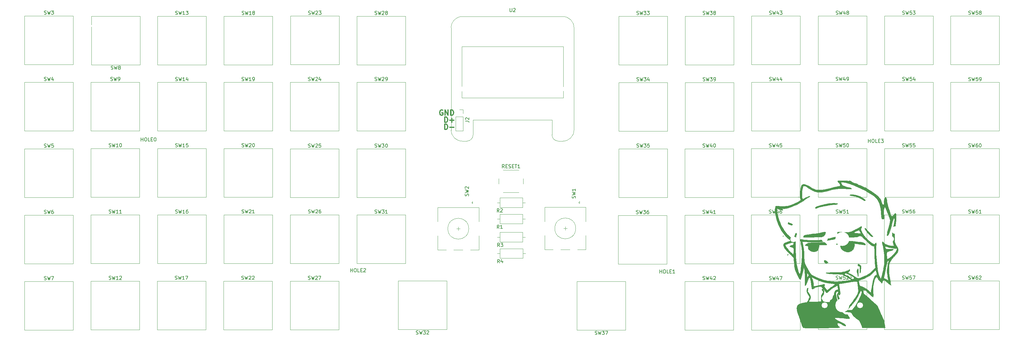
<source format=gto>
G04 #@! TF.GenerationSoftware,KiCad,Pcbnew,(5.1.12)-1*
G04 #@! TF.CreationDate,2022-06-19T17:55:34+02:00*
G04 #@! TF.ProjectId,Moledupy,4d6f6c65-6475-4707-992e-6b696361645f,rev?*
G04 #@! TF.SameCoordinates,Original*
G04 #@! TF.FileFunction,Legend,Top*
G04 #@! TF.FilePolarity,Positive*
%FSLAX46Y46*%
G04 Gerber Fmt 4.6, Leading zero omitted, Abs format (unit mm)*
G04 Created by KiCad (PCBNEW (5.1.12)-1) date 2022-06-19 17:55:34*
%MOMM*%
%LPD*%
G01*
G04 APERTURE LIST*
%ADD10C,0.300000*%
%ADD11C,0.010000*%
%ADD12C,0.120000*%
%ADD13C,0.150000*%
%ADD14C,4.700000*%
%ADD15C,2.000000*%
%ADD16O,1.350000X1.350000*%
%ADD17R,1.350000X1.350000*%
%ADD18O,1.600000X1.600000*%
%ADD19C,1.600000*%
%ADD20C,3.050000*%
%ADD21C,4.000000*%
%ADD22C,1.700000*%
%ADD23C,2.200000*%
%ADD24R,1.700000X1.700000*%
%ADD25C,0.650000*%
%ADD26O,1.000000X1.600000*%
%ADD27O,1.000000X2.100000*%
%ADD28R,2.000000X2.000000*%
%ADD29R,2.000000X3.200000*%
%ADD30O,1.700000X1.700000*%
%ADD31O,1.500000X1.500000*%
%ADD32O,1.800000X1.800000*%
G04 APERTURE END LIST*
D10*
X123138571Y-32809571D02*
X123138571Y-31309571D01*
X123495714Y-31309571D01*
X123710000Y-31381000D01*
X123852857Y-31523857D01*
X123924285Y-31666714D01*
X123995714Y-31952428D01*
X123995714Y-32166714D01*
X123924285Y-32452428D01*
X123852857Y-32595285D01*
X123710000Y-32738142D01*
X123495714Y-32809571D01*
X123138571Y-32809571D01*
X124638571Y-32238142D02*
X125781428Y-32238142D01*
X125210000Y-32809571D02*
X125210000Y-31666714D01*
X123138571Y-34841571D02*
X123138571Y-33341571D01*
X123495714Y-33341571D01*
X123710000Y-33413000D01*
X123852857Y-33555857D01*
X123924285Y-33698714D01*
X123995714Y-33984428D01*
X123995714Y-34198714D01*
X123924285Y-34484428D01*
X123852857Y-34627285D01*
X123710000Y-34770142D01*
X123495714Y-34841571D01*
X123138571Y-34841571D01*
X124638571Y-34270142D02*
X125781428Y-34270142D01*
X122555142Y-29349000D02*
X122412285Y-29277571D01*
X122198000Y-29277571D01*
X121983714Y-29349000D01*
X121840857Y-29491857D01*
X121769428Y-29634714D01*
X121698000Y-29920428D01*
X121698000Y-30134714D01*
X121769428Y-30420428D01*
X121840857Y-30563285D01*
X121983714Y-30706142D01*
X122198000Y-30777571D01*
X122340857Y-30777571D01*
X122555142Y-30706142D01*
X122626571Y-30634714D01*
X122626571Y-30134714D01*
X122340857Y-30134714D01*
X123269428Y-30777571D02*
X123269428Y-29277571D01*
X124126571Y-30777571D01*
X124126571Y-29277571D01*
X124840857Y-30777571D02*
X124840857Y-29277571D01*
X125198000Y-29277571D01*
X125412285Y-29349000D01*
X125555142Y-29491857D01*
X125626571Y-29634714D01*
X125698000Y-29920428D01*
X125698000Y-30134714D01*
X125626571Y-30420428D01*
X125555142Y-30563285D01*
X125412285Y-30706142D01*
X125198000Y-30777571D01*
X124840857Y-30777571D01*
D11*
G36*
X239388808Y-49541600D02*
G01*
X239441638Y-49554026D01*
X239643271Y-49639502D01*
X239759656Y-49744371D01*
X239880696Y-49852196D01*
X240111739Y-49986262D01*
X240401070Y-50122593D01*
X240696977Y-50237216D01*
X240947744Y-50306155D01*
X240983617Y-50311799D01*
X241408555Y-50428571D01*
X241676767Y-50622510D01*
X241834094Y-50729991D01*
X242079705Y-50835137D01*
X242184767Y-50868006D01*
X242451877Y-50956830D01*
X242800081Y-51092198D01*
X243158323Y-51246337D01*
X243191524Y-51261512D01*
X243499019Y-51396348D01*
X243756606Y-51497347D01*
X243918727Y-51546974D01*
X243939274Y-51549300D01*
X244070291Y-51599668D01*
X244273676Y-51728736D01*
X244414184Y-51835503D01*
X244616856Y-51985471D01*
X244926631Y-52197232D01*
X245305403Y-52445470D01*
X245715067Y-52704867D01*
X245825433Y-52773165D01*
X246455936Y-53189135D01*
X247030178Y-53622027D01*
X247521949Y-54049448D01*
X247905041Y-54449006D01*
X248110793Y-54725703D01*
X248217440Y-54931122D01*
X248350528Y-55235374D01*
X248483177Y-55576572D01*
X248496946Y-55614703D01*
X248639882Y-55997401D01*
X248752093Y-56245588D01*
X248851747Y-56386878D01*
X248957012Y-56448881D01*
X249053133Y-56459966D01*
X249137878Y-56440660D01*
X249185987Y-56358657D01*
X249207408Y-56177829D01*
X249212100Y-55882667D01*
X249232898Y-55500681D01*
X249286697Y-55109898D01*
X249342380Y-54866667D01*
X249432485Y-54605189D01*
X249520697Y-54472086D01*
X249635348Y-54429120D01*
X249667456Y-54427966D01*
X249817270Y-54467196D01*
X249929573Y-54598679D01*
X250012237Y-54843107D01*
X250073133Y-55221170D01*
X250107719Y-55585186D01*
X250155012Y-55987950D01*
X250227458Y-56383876D01*
X250311174Y-56700163D01*
X250330618Y-56754129D01*
X250416842Y-56996315D01*
X250534565Y-57355317D01*
X250669088Y-57785038D01*
X250805712Y-58239385D01*
X250822369Y-58296173D01*
X250977005Y-58818296D01*
X251097531Y-59199368D01*
X251195234Y-59461475D01*
X251281400Y-59626699D01*
X251367316Y-59717126D01*
X251464269Y-59754840D01*
X251571486Y-59761966D01*
X251729532Y-59732785D01*
X251873068Y-59623402D01*
X252041448Y-59401059D01*
X252085464Y-59334150D01*
X252297395Y-59054570D01*
X252465015Y-58938405D01*
X252588383Y-58985648D01*
X252667558Y-59196298D01*
X252683433Y-59297119D01*
X252701406Y-59596239D01*
X252701370Y-60023003D01*
X252685777Y-60536963D01*
X252657079Y-61097670D01*
X252617727Y-61664675D01*
X252570172Y-62197531D01*
X252516866Y-62655789D01*
X252460262Y-62999000D01*
X252458589Y-63006859D01*
X252407113Y-63333465D01*
X252361045Y-63787204D01*
X252321872Y-64329152D01*
X252291081Y-64920383D01*
X252270162Y-65521973D01*
X252260603Y-66094997D01*
X252263890Y-66600530D01*
X252281513Y-66999648D01*
X252299417Y-67170692D01*
X252402173Y-67515136D01*
X252616855Y-67949517D01*
X252930645Y-68449260D01*
X253067494Y-68643320D01*
X253221319Y-68932944D01*
X253275042Y-69274015D01*
X253276100Y-69344540D01*
X253252922Y-69678908D01*
X253170813Y-69979543D01*
X253010914Y-70285131D01*
X252754365Y-70634357D01*
X252503095Y-70930134D01*
X251971031Y-71549192D01*
X251551730Y-72070842D01*
X251232776Y-72511711D01*
X251001755Y-72888429D01*
X250916896Y-73054633D01*
X250834554Y-73239427D01*
X250774652Y-73414195D01*
X250732796Y-73611774D01*
X250704595Y-73864998D01*
X250685655Y-74206702D01*
X250671584Y-74669721D01*
X250665508Y-74933809D01*
X250656579Y-75512632D01*
X250660422Y-75966273D01*
X250679865Y-76338589D01*
X250717736Y-76673439D01*
X250776864Y-77014680D01*
X250810200Y-77177475D01*
X250901375Y-77638991D01*
X250990088Y-78139745D01*
X251061007Y-78591707D01*
X251077447Y-78711721D01*
X251125873Y-79055183D01*
X251173540Y-79345059D01*
X251212003Y-79531237D01*
X251220126Y-79558388D01*
X251226748Y-79629389D01*
X251143869Y-79582030D01*
X251061701Y-79510466D01*
X250889548Y-79379166D01*
X250757412Y-79320210D01*
X250752065Y-79319966D01*
X250652149Y-79264731D01*
X250462007Y-79115676D01*
X250212084Y-78897777D01*
X250018008Y-78717790D01*
X249720009Y-78441589D01*
X249510245Y-78268836D01*
X249359703Y-78180805D01*
X249239367Y-78158774D01*
X249168657Y-78169679D01*
X248990804Y-78273878D01*
X248832920Y-78503585D01*
X248681509Y-78879290D01*
X248661906Y-78938966D01*
X248618788Y-79030124D01*
X248554009Y-79022928D01*
X248433345Y-78903251D01*
X248354284Y-78811966D01*
X248130773Y-78557417D01*
X247880895Y-78282735D01*
X247809992Y-78206862D01*
X247640779Y-78006092D01*
X247535518Y-77840098D01*
X247518346Y-77783528D01*
X247467219Y-77648238D01*
X247341293Y-77458631D01*
X247306211Y-77414966D01*
X247094496Y-77160966D01*
X246842500Y-77452262D01*
X246600066Y-77833873D01*
X246396330Y-78367985D01*
X246235673Y-79041281D01*
X246158458Y-79531633D01*
X246113621Y-79875547D01*
X246082659Y-80140104D01*
X246064815Y-80365403D01*
X246059332Y-80591540D01*
X246065453Y-80858612D01*
X246082421Y-81206718D01*
X246109478Y-81675954D01*
X246115897Y-81785521D01*
X246141058Y-82307393D01*
X246145729Y-82674191D01*
X246129631Y-82898962D01*
X246092487Y-82994752D01*
X246090189Y-82996319D01*
X245998983Y-82960604D01*
X245809618Y-82821238D01*
X245542725Y-82595249D01*
X245218933Y-82299665D01*
X245043397Y-82132305D01*
X244611543Y-81719901D01*
X244280332Y-81417472D01*
X244032950Y-81213016D01*
X243852586Y-81094533D01*
X243722426Y-81050022D01*
X243625658Y-81067482D01*
X243587588Y-81093135D01*
X243453777Y-81123382D01*
X243334753Y-81000424D01*
X243262032Y-80801633D01*
X243230824Y-80704908D01*
X243215074Y-80765292D01*
X243210367Y-80843966D01*
X243224951Y-81033220D01*
X243272882Y-81321943D01*
X243340135Y-81631835D01*
X243422007Y-81941393D01*
X243502024Y-82133737D01*
X243611636Y-82257678D01*
X243782291Y-82362028D01*
X243824672Y-82383903D01*
X243991787Y-82497053D01*
X244253673Y-82708367D01*
X244585444Y-82996195D01*
X244962213Y-83338886D01*
X245359094Y-83714787D01*
X245400645Y-83755034D01*
X245792458Y-84129557D01*
X246160502Y-84470569D01*
X246481454Y-84757295D01*
X246731989Y-84968955D01*
X246888785Y-85084771D01*
X246901171Y-85091759D01*
X247110721Y-85261487D01*
X247324808Y-85558700D01*
X247550805Y-85995991D01*
X247796085Y-86585951D01*
X247832956Y-86682967D01*
X247946059Y-86972272D01*
X248043251Y-87201113D01*
X248103682Y-87320428D01*
X248104077Y-87320966D01*
X248166828Y-87444661D01*
X248258728Y-87668691D01*
X248318285Y-87828966D01*
X248429817Y-88102487D01*
X248594040Y-88459512D01*
X248780988Y-88835757D01*
X248840864Y-88949995D01*
X249005348Y-89279656D01*
X249132475Y-89573526D01*
X249203465Y-89786340D01*
X249212100Y-89844795D01*
X249234997Y-90041833D01*
X249293092Y-90317714D01*
X249330378Y-90459432D01*
X249408501Y-90798341D01*
X249472995Y-91186327D01*
X249493696Y-91364788D01*
X249538736Y-91852610D01*
X246266548Y-91830455D01*
X242994361Y-91808300D01*
X242837201Y-91384966D01*
X242626219Y-90825566D01*
X242455036Y-90400940D01*
X242308769Y-90085602D01*
X242172535Y-89854064D01*
X242031450Y-89680840D01*
X241870631Y-89540443D01*
X241686568Y-89414609D01*
X241206306Y-89092406D01*
X240838623Y-88800960D01*
X240541673Y-88501561D01*
X240273606Y-88155500D01*
X240185401Y-88026043D01*
X239990299Y-87753306D01*
X239811903Y-87539952D01*
X239682544Y-87423787D01*
X239662500Y-87414603D01*
X239425639Y-87364028D01*
X239073273Y-87311168D01*
X238659027Y-87261978D01*
X238236530Y-87222409D01*
X237859408Y-87198413D01*
X237674698Y-87193966D01*
X237156216Y-87193966D01*
X237447991Y-87497249D01*
X237725602Y-87760946D01*
X237963690Y-87913223D01*
X238218897Y-87982038D01*
X238457874Y-87995712D01*
X238701890Y-88011141D01*
X238823736Y-88065923D01*
X238867447Y-88167633D01*
X238936565Y-88333823D01*
X239076322Y-88557680D01*
X239151593Y-88658735D01*
X239304780Y-88893732D01*
X239360710Y-89074200D01*
X239354369Y-89114029D01*
X239337850Y-89154108D01*
X239310730Y-89184570D01*
X239255287Y-89204645D01*
X239153797Y-89213561D01*
X238988538Y-89210549D01*
X238741787Y-89194838D01*
X238395820Y-89165659D01*
X237932914Y-89122240D01*
X237335347Y-89063811D01*
X236658821Y-88996872D01*
X236115733Y-88945640D01*
X235717700Y-88915021D01*
X235441767Y-88904516D01*
X235264977Y-88913622D01*
X235164374Y-88941840D01*
X235134821Y-88963620D01*
X235120575Y-89085665D01*
X235248088Y-89257917D01*
X235501735Y-89468110D01*
X235865887Y-89703977D01*
X236324918Y-89953252D01*
X236512100Y-90044725D01*
X236894320Y-90226671D01*
X237262128Y-90402167D01*
X237561663Y-90545496D01*
X237681654Y-90603159D01*
X237911664Y-90749385D01*
X238100969Y-90931003D01*
X238221433Y-91110923D01*
X238244924Y-91252053D01*
X238208850Y-91298188D01*
X238069538Y-91298717D01*
X237822007Y-91216684D01*
X237497793Y-91065139D01*
X237128435Y-90857130D01*
X237098155Y-90838610D01*
X236793418Y-90672759D01*
X236475723Y-90532212D01*
X236344398Y-90486452D01*
X236070255Y-90434785D01*
X235912008Y-90494801D01*
X235845333Y-90683250D01*
X235838756Y-90834633D01*
X235895105Y-91089545D01*
X236076982Y-91314426D01*
X236279267Y-91464565D01*
X236439111Y-91587324D01*
X236511701Y-91680037D01*
X236512100Y-91684298D01*
X236435115Y-91726306D01*
X236234309Y-91768419D01*
X235982933Y-91798530D01*
X235773179Y-91809734D01*
X235415355Y-91820841D01*
X234930725Y-91831675D01*
X234340553Y-91842058D01*
X233666102Y-91851812D01*
X232928637Y-91860760D01*
X232149420Y-91868723D01*
X231349717Y-91875524D01*
X230550790Y-91880985D01*
X229773902Y-91884930D01*
X229040319Y-91887179D01*
X228371304Y-91887555D01*
X227788119Y-91885882D01*
X227312030Y-91881980D01*
X226964299Y-91875672D01*
X226917449Y-91874283D01*
X226001132Y-91844779D01*
X225722920Y-91233873D01*
X225568624Y-90861388D01*
X225402156Y-90406244D01*
X225252832Y-89949954D01*
X225213922Y-89818633D01*
X225085986Y-89401758D01*
X224918857Y-88897786D01*
X224736311Y-88376810D01*
X224596451Y-87998300D01*
X224426183Y-87536116D01*
X224312737Y-87181913D01*
X224244875Y-86888617D01*
X224211359Y-86609154D01*
X224201433Y-86343721D01*
X224218827Y-85895840D01*
X224301322Y-85570575D01*
X224473907Y-85326030D01*
X224761572Y-85120307D01*
X225005687Y-84995293D01*
X225264257Y-84883258D01*
X225536199Y-84791019D01*
X225859335Y-84709118D01*
X226271488Y-84628098D01*
X226810479Y-84538503D01*
X226869929Y-84529159D01*
X227018944Y-84496142D01*
X227133961Y-84431158D01*
X227241796Y-84303114D01*
X227369261Y-84080914D01*
X227526095Y-83768281D01*
X227678734Y-83449507D01*
X227797658Y-83186179D01*
X227866067Y-83016266D01*
X227876100Y-82977300D01*
X227827126Y-82870606D01*
X227702383Y-82685981D01*
X227613680Y-82570108D01*
X227290399Y-82103241D01*
X227092275Y-81676848D01*
X227029905Y-81334172D01*
X227054981Y-81026126D01*
X227119608Y-80738050D01*
X227209442Y-80505529D01*
X227310141Y-80364146D01*
X227407359Y-80349486D01*
X227421946Y-80361590D01*
X227429181Y-80460542D01*
X227405357Y-80675409D01*
X227363533Y-80917509D01*
X227262540Y-81430848D01*
X227651309Y-81863253D01*
X227966902Y-82324122D01*
X228121361Y-82814616D01*
X228113099Y-83316679D01*
X227940533Y-83812256D01*
X227837650Y-83985951D01*
X227712957Y-84192359D01*
X227648779Y-84335190D01*
X227648128Y-84369549D01*
X227740582Y-84378417D01*
X227976563Y-84380954D01*
X228330392Y-84377459D01*
X228776391Y-84368230D01*
X229288883Y-84353565D01*
X229432470Y-84348810D01*
X231178100Y-84289358D01*
X231178100Y-83430572D01*
X231180747Y-83036281D01*
X231195857Y-82763048D01*
X231234181Y-82562610D01*
X231306471Y-82386700D01*
X231423478Y-82187054D01*
X231472266Y-82110043D01*
X231624625Y-81859774D01*
X231731709Y-81662681D01*
X231768599Y-81568184D01*
X231725124Y-81455854D01*
X231612607Y-81263702D01*
X231544872Y-81162102D01*
X231412538Y-80955786D01*
X231374294Y-80831295D01*
X231419036Y-80737763D01*
X231445983Y-80709130D01*
X231553481Y-80631797D01*
X231665052Y-80662973D01*
X231767456Y-80739594D01*
X231908615Y-80916480D01*
X231986351Y-81189821D01*
X232003169Y-81326311D01*
X231989814Y-81838544D01*
X231834822Y-82298509D01*
X231552616Y-82714393D01*
X231359082Y-82972042D01*
X231281424Y-83179685D01*
X231311276Y-83402369D01*
X231428342Y-83680300D01*
X231578894Y-83977081D01*
X231719514Y-84177545D01*
X231888718Y-84303686D01*
X232125025Y-84377499D01*
X232466953Y-84420979D01*
X232764775Y-84443441D01*
X233157183Y-84467903D01*
X233412942Y-84474480D01*
X233564116Y-84459755D01*
X233642771Y-84420311D01*
X233680972Y-84352730D01*
X233683394Y-84345540D01*
X233941786Y-83672207D01*
X234223250Y-83159728D01*
X234531853Y-82800696D01*
X234732421Y-82610562D01*
X234848651Y-82442693D01*
X234896037Y-82286244D01*
X235415627Y-82286244D01*
X235482339Y-82756325D01*
X235611222Y-83269951D01*
X235792987Y-83781098D01*
X235942798Y-84122705D01*
X236098665Y-84419531D01*
X236286689Y-84711197D01*
X236532973Y-85037325D01*
X236863618Y-85437536D01*
X236954998Y-85544997D01*
X237296116Y-85931375D01*
X237605705Y-86256843D01*
X237861030Y-86498809D01*
X238039355Y-86634680D01*
X238064349Y-86647384D01*
X238309907Y-86710070D01*
X238693218Y-86751114D01*
X239183702Y-86767271D01*
X239194598Y-86767319D01*
X240056763Y-86770633D01*
X240346658Y-86410800D01*
X240647950Y-86006932D01*
X240979214Y-85512170D01*
X241324820Y-84955042D01*
X241669134Y-84364081D01*
X241996526Y-83767816D01*
X242291362Y-83194779D01*
X242538011Y-82673501D01*
X242720842Y-82232512D01*
X242824222Y-81900343D01*
X242828107Y-81881764D01*
X242838059Y-81663260D01*
X242802502Y-81418356D01*
X242736096Y-81199084D01*
X242653498Y-81057474D01*
X242589193Y-81033713D01*
X242523378Y-81120389D01*
X242415863Y-81330780D01*
X242283592Y-81629749D01*
X242188981Y-81863597D01*
X241688972Y-82933882D01*
X241026311Y-84004900D01*
X240207371Y-85067180D01*
X239528200Y-85817498D01*
X239223795Y-86128531D01*
X238958281Y-86390256D01*
X238754651Y-86580725D01*
X238635900Y-86677991D01*
X238618249Y-86685966D01*
X238531650Y-86631920D01*
X238346204Y-86483887D01*
X238087222Y-86263028D01*
X237780015Y-85990501D01*
X237704374Y-85921987D01*
X237019332Y-85228754D01*
X236489541Y-84531163D01*
X236101606Y-83809650D01*
X235916988Y-83311548D01*
X235783428Y-82781604D01*
X235753874Y-82391521D01*
X236088767Y-82391521D01*
X236137090Y-82656501D01*
X236272089Y-83025447D01*
X236478806Y-83466886D01*
X236742283Y-83949343D01*
X237047563Y-84441343D01*
X237100815Y-84521110D01*
X237312438Y-84802960D01*
X237575818Y-85107742D01*
X237862093Y-85407319D01*
X238142401Y-85673554D01*
X238387880Y-85878311D01*
X238569669Y-85993453D01*
X238626666Y-86008633D01*
X238732949Y-85958464D01*
X238906979Y-85833485D01*
X238963214Y-85787524D01*
X239216075Y-85540551D01*
X239529166Y-85182267D01*
X239881954Y-84741615D01*
X240253908Y-84247540D01*
X240624497Y-83728985D01*
X240973188Y-83214893D01*
X241279450Y-82734208D01*
X241522752Y-82315874D01*
X241682561Y-81988834D01*
X241710575Y-81914560D01*
X241788532Y-81631493D01*
X241830278Y-81325908D01*
X241835963Y-80963945D01*
X241805737Y-80511744D01*
X241739753Y-79935446D01*
X241720049Y-79785633D01*
X241669265Y-79395335D01*
X241628134Y-79058661D01*
X241601461Y-78816253D01*
X241593753Y-78717040D01*
X241514874Y-78610085D01*
X241303131Y-78540971D01*
X240991349Y-78512605D01*
X240612352Y-78527890D01*
X240198965Y-78589732D01*
X240185829Y-78592451D01*
X239907612Y-78644939D01*
X239502585Y-78713971D01*
X239011681Y-78792929D01*
X238475832Y-78875194D01*
X238050296Y-78937788D01*
X237454028Y-79024660D01*
X237005178Y-79093233D01*
X236683345Y-79147804D01*
X236468129Y-79192675D01*
X236339128Y-79232146D01*
X236275942Y-79270515D01*
X236258171Y-79312083D01*
X236258100Y-79315538D01*
X236274348Y-79420472D01*
X236318004Y-79651503D01*
X236381441Y-79969057D01*
X236423671Y-80174312D01*
X236556746Y-80880419D01*
X236636537Y-81458183D01*
X236662252Y-81898411D01*
X236633100Y-82191910D01*
X236604080Y-82269635D01*
X236476118Y-82426096D01*
X236359543Y-82425481D01*
X236282632Y-82283300D01*
X236213113Y-82134020D01*
X236142131Y-82137648D01*
X236095228Y-82279926D01*
X236088767Y-82391521D01*
X235753874Y-82391521D01*
X235752028Y-82367161D01*
X235823627Y-82048046D01*
X235978896Y-81823595D01*
X236119025Y-81665476D01*
X236140832Y-81571795D01*
X236084729Y-81517012D01*
X235844063Y-81439913D01*
X235619102Y-81489149D01*
X235488818Y-81619573D01*
X235416111Y-81895422D01*
X235415627Y-82286244D01*
X234896037Y-82286244D01*
X234912553Y-82231716D01*
X234952941Y-81940721D01*
X235056734Y-81472172D01*
X235246312Y-81148906D01*
X235522816Y-80969547D01*
X235791626Y-80928633D01*
X235994260Y-80914370D01*
X236066176Y-80857791D01*
X236058263Y-80780466D01*
X236023757Y-80613444D01*
X235982165Y-80351500D01*
X235959946Y-80187800D01*
X235904710Y-79898600D01*
X235828339Y-79760837D01*
X235777568Y-79743300D01*
X235603417Y-79793701D01*
X235328091Y-79931555D01*
X234981270Y-80136837D01*
X234592631Y-80389522D01*
X234191854Y-80669585D01*
X233808615Y-80957002D01*
X233472594Y-81231748D01*
X233214658Y-81472564D01*
X233015214Y-81649892D01*
X232837681Y-81758854D01*
X232773312Y-81775300D01*
X232646663Y-81705587D01*
X232464775Y-81514593D01*
X232264992Y-81246133D01*
X232012892Y-80905942D01*
X231717948Y-80553234D01*
X231484532Y-80305389D01*
X231255184Y-80088961D01*
X231093331Y-79970564D01*
X230948404Y-79926845D01*
X230769831Y-79934451D01*
X230700732Y-79943442D01*
X230278679Y-80029855D01*
X229824731Y-80168614D01*
X229399283Y-80337704D01*
X229062730Y-80515114D01*
X228985638Y-80568550D01*
X228801072Y-80699766D01*
X228696099Y-80732857D01*
X228619179Y-80676833D01*
X228589337Y-80637824D01*
X228525612Y-80478975D01*
X228466966Y-80211726D01*
X228429510Y-79925638D01*
X228352950Y-79186960D01*
X228268236Y-78563811D01*
X228178105Y-78073189D01*
X228085293Y-77732093D01*
X228069888Y-77691305D01*
X227966164Y-77432072D01*
X228509178Y-77432072D01*
X228736993Y-78058860D01*
X228878593Y-78618394D01*
X228950720Y-79177860D01*
X228953288Y-79214133D01*
X228986900Y-79584318D01*
X229029981Y-79807036D01*
X229087654Y-79904094D01*
X229117303Y-79912633D01*
X229236681Y-79894584D01*
X229489821Y-79844776D01*
X229845533Y-79769720D01*
X230272626Y-79675923D01*
X230537240Y-79616300D01*
X230997020Y-79514229D01*
X231409082Y-79427354D01*
X231740427Y-79362284D01*
X231958054Y-79325624D01*
X232017305Y-79319966D01*
X232156791Y-79381665D01*
X232194434Y-79527309D01*
X232118885Y-79697719D01*
X232094796Y-79724070D01*
X232037938Y-79847432D01*
X232091936Y-80035038D01*
X232092912Y-80037183D01*
X232190025Y-80194343D01*
X232351879Y-80406010D01*
X232543787Y-80632621D01*
X232731060Y-80834611D01*
X232879012Y-80972419D01*
X232945716Y-81009868D01*
X233033236Y-80958884D01*
X233213636Y-80828047D01*
X233448942Y-80644976D01*
X233464100Y-80632835D01*
X233768789Y-80397889D01*
X234086292Y-80167829D01*
X234301914Y-80022433D01*
X234616335Y-79804474D01*
X234876829Y-79590540D01*
X235056494Y-79405989D01*
X235128430Y-79276178D01*
X235123150Y-79248325D01*
X235023120Y-79209298D01*
X234796725Y-79169847D01*
X234486776Y-79136833D01*
X234376741Y-79128735D01*
X233513171Y-79027069D01*
X232561606Y-78836761D01*
X231569097Y-78571333D01*
X230582692Y-78244305D01*
X229649442Y-77869198D01*
X229114317Y-77616479D01*
X228792188Y-77459508D01*
X228597224Y-77380696D01*
X228509663Y-77374019D01*
X228509178Y-77432072D01*
X227966164Y-77432072D01*
X227938820Y-77363734D01*
X227744934Y-77545880D01*
X227572201Y-77761556D01*
X227448513Y-77994829D01*
X227198346Y-78630265D01*
X226994582Y-79112433D01*
X226833144Y-79449701D01*
X226709955Y-79650435D01*
X226620938Y-79723002D01*
X226606522Y-79722804D01*
X226563828Y-79694738D01*
X226532749Y-79615895D01*
X226512168Y-79465629D01*
X226500974Y-79223294D01*
X226498053Y-78868245D01*
X226502291Y-78379835D01*
X226509364Y-77921424D01*
X226513771Y-77165508D01*
X226505330Y-76696924D01*
X227118663Y-76696924D01*
X227134621Y-76970044D01*
X227166816Y-77179642D01*
X227168591Y-77186442D01*
X227208609Y-77309293D01*
X227255817Y-77308368D01*
X227346791Y-77173940D01*
X227372159Y-77132312D01*
X227502918Y-76953226D01*
X227617274Y-76852612D01*
X227624699Y-76849655D01*
X227647806Y-76761813D01*
X227555927Y-76555030D01*
X227474217Y-76419154D01*
X227328624Y-76212196D01*
X227214557Y-76090764D01*
X227168342Y-76076613D01*
X227135510Y-76192192D01*
X227118955Y-76418301D01*
X227118663Y-76696924D01*
X226505330Y-76696924D01*
X226501317Y-76474156D01*
X226473504Y-75863090D01*
X226431833Y-75348038D01*
X226377808Y-74944724D01*
X226312929Y-74668872D01*
X226238699Y-74536209D01*
X226185832Y-74534405D01*
X226142234Y-74633536D01*
X226095390Y-74849272D01*
X226064505Y-75063086D01*
X226007634Y-75430467D01*
X225920036Y-75855910D01*
X225810517Y-76309423D01*
X225687887Y-76761012D01*
X225560953Y-77180684D01*
X225438522Y-77538446D01*
X225329402Y-77804305D01*
X225242402Y-77948268D01*
X225212244Y-77965300D01*
X225078919Y-77907732D01*
X224970607Y-77813101D01*
X224876765Y-77671426D01*
X224732026Y-77408201D01*
X224552613Y-77057340D01*
X224354752Y-76652756D01*
X224154667Y-76228360D01*
X223968583Y-75818066D01*
X223812724Y-75455787D01*
X223703316Y-75175434D01*
X223689480Y-75135310D01*
X223638795Y-74917436D01*
X223581158Y-74558576D01*
X223519730Y-74086773D01*
X223457669Y-73530072D01*
X223398135Y-72916519D01*
X223344288Y-72274156D01*
X223305237Y-71724714D01*
X223247703Y-71662590D01*
X223087333Y-71498598D01*
X222841438Y-71250197D01*
X222527325Y-70934845D01*
X222162305Y-70570001D01*
X222004177Y-70412380D01*
X221567916Y-69975338D01*
X221235886Y-69634427D01*
X220990502Y-69368162D01*
X220814176Y-69155055D01*
X220689324Y-68973620D01*
X220598358Y-68802369D01*
X220523693Y-68619817D01*
X220512872Y-68590297D01*
X220392070Y-68211757D01*
X220371645Y-68022254D01*
X220848767Y-68022254D01*
X220905905Y-68198498D01*
X221062604Y-68465816D01*
X221296792Y-68797474D01*
X221586395Y-69166736D01*
X221909342Y-69546867D01*
X222243560Y-69911134D01*
X222566975Y-70232799D01*
X222857516Y-70485130D01*
X222923100Y-70534736D01*
X223261767Y-70781357D01*
X223285943Y-69871685D01*
X223291385Y-69427667D01*
X223278560Y-69130198D01*
X223245565Y-68957286D01*
X223201276Y-68892465D01*
X223061898Y-68825529D01*
X222821421Y-68728073D01*
X222539455Y-68622934D01*
X222275609Y-68532950D01*
X222209568Y-68512524D01*
X222142328Y-68448620D01*
X222220846Y-68352566D01*
X222427582Y-68237012D01*
X222744994Y-68114607D01*
X222775036Y-68104770D01*
X223059148Y-67993561D01*
X223213844Y-67875826D01*
X223271001Y-67756317D01*
X223288416Y-67490834D01*
X223180134Y-67337773D01*
X222993077Y-67297300D01*
X222809488Y-67322848D01*
X222529176Y-67391305D01*
X222188472Y-67490387D01*
X221823709Y-67607810D01*
X221471219Y-67731292D01*
X221167335Y-67848548D01*
X220948390Y-67947295D01*
X220850715Y-68015251D01*
X220848767Y-68022254D01*
X220371645Y-68022254D01*
X220362570Y-67938065D01*
X220441056Y-67732165D01*
X220644216Y-67556998D01*
X220988735Y-67375505D01*
X221078510Y-67334075D01*
X221407815Y-67189551D01*
X221702994Y-67069751D01*
X221911261Y-66995847D01*
X221943916Y-66986939D01*
X222174946Y-66915454D01*
X222315709Y-66855827D01*
X222389718Y-66798734D01*
X222364022Y-66729000D01*
X222219294Y-66618084D01*
X222104042Y-66543217D01*
X221662347Y-66203946D01*
X221181948Y-65732527D01*
X220683978Y-65155223D01*
X220189570Y-64498294D01*
X219719857Y-63788003D01*
X219300882Y-63059850D01*
X219055725Y-62564185D01*
X218838432Y-62043512D01*
X218639445Y-61468016D01*
X218449208Y-60807884D01*
X218258162Y-60033302D01*
X218096600Y-59303116D01*
X218001396Y-58844151D01*
X217941133Y-58507135D01*
X217912544Y-58249050D01*
X217912392Y-58060220D01*
X218472834Y-58060220D01*
X218514433Y-58434915D01*
X218594102Y-58887843D01*
X218706858Y-59398789D01*
X218847720Y-59947540D01*
X219011706Y-60513881D01*
X219193836Y-61077596D01*
X219389127Y-61618472D01*
X219592598Y-62116293D01*
X219799267Y-62550845D01*
X219881819Y-62702606D01*
X220231586Y-63303375D01*
X220536745Y-63790268D01*
X220825951Y-64202072D01*
X221127855Y-64577574D01*
X221471112Y-64955563D01*
X221776935Y-65268024D01*
X222124164Y-65609760D01*
X222460734Y-65931559D01*
X222754044Y-66202882D01*
X222971497Y-66393193D01*
X223018163Y-66430775D01*
X223367225Y-66701801D01*
X223451410Y-66042366D01*
X223528132Y-65603736D01*
X223635387Y-65207601D01*
X223760930Y-64885343D01*
X223892513Y-64668340D01*
X224017890Y-64587974D01*
X224019006Y-64587966D01*
X224121150Y-64660904D01*
X224145838Y-64870337D01*
X224093097Y-65202194D01*
X224017281Y-65476966D01*
X223950210Y-65797499D01*
X223898201Y-66262723D01*
X223860955Y-66848697D01*
X223838170Y-67531477D01*
X223829548Y-68287120D01*
X223834789Y-69091683D01*
X223853594Y-69921223D01*
X223885661Y-70751798D01*
X223930693Y-71559463D01*
X223988388Y-72320277D01*
X224058448Y-73010296D01*
X224117155Y-73455067D01*
X224213339Y-74010568D01*
X224333570Y-74563357D01*
X224469847Y-75088493D01*
X224614170Y-75561037D01*
X224758538Y-75956050D01*
X224894952Y-76248593D01*
X225015410Y-76413727D01*
X225075129Y-76441300D01*
X225127794Y-76360398D01*
X225188052Y-76132170D01*
X225253570Y-75778331D01*
X225322013Y-75320597D01*
X225391046Y-74780683D01*
X225458336Y-74180306D01*
X225521547Y-73541180D01*
X225578346Y-72885022D01*
X225626398Y-72233548D01*
X225663369Y-71608471D01*
X225686924Y-71031510D01*
X225694025Y-70683966D01*
X225694146Y-70084426D01*
X225677992Y-69600364D01*
X225641429Y-69178361D01*
X225580325Y-68764998D01*
X225521751Y-68457168D01*
X225444555Y-68048180D01*
X225383058Y-67667663D01*
X225344877Y-67366085D01*
X225336100Y-67227174D01*
X225329782Y-67181425D01*
X225805131Y-67181425D01*
X225806893Y-67189878D01*
X225947666Y-67846584D01*
X226055861Y-68377052D01*
X226136463Y-68820157D01*
X226194456Y-69214777D01*
X226234825Y-69599788D01*
X226262555Y-70014065D01*
X226282629Y-70496486D01*
X226298314Y-71022633D01*
X226322531Y-71734661D01*
X226355623Y-72306243D01*
X226403128Y-72766230D01*
X226470584Y-73143476D01*
X226563529Y-73466835D01*
X226687500Y-73765159D01*
X226848036Y-74067302D01*
X226899569Y-74155300D01*
X227069804Y-74452624D01*
X227278123Y-74832229D01*
X227486777Y-75224992D01*
X227542990Y-75333487D01*
X227802608Y-75804464D01*
X228055387Y-76170416D01*
X228337579Y-76465181D01*
X228685434Y-76722600D01*
X229135203Y-76976514D01*
X229490548Y-77151505D01*
X230724353Y-77689388D01*
X231890606Y-78092243D01*
X233014183Y-78366923D01*
X234119963Y-78520282D01*
X234564767Y-78549276D01*
X235279457Y-78575087D01*
X235874631Y-78580649D01*
X236399114Y-78564049D01*
X236901726Y-78523373D01*
X237431291Y-78456709D01*
X237612767Y-78429826D01*
X237695813Y-78417153D01*
X241964356Y-78417153D01*
X241993400Y-78737917D01*
X242083618Y-79191636D01*
X242130635Y-79384554D01*
X242183424Y-79572453D01*
X242250295Y-79698574D01*
X242367942Y-79792545D01*
X242573060Y-79883992D01*
X242891184Y-79998616D01*
X243588144Y-80308993D01*
X244279320Y-80734869D01*
X244898369Y-81233611D01*
X245063433Y-81394483D01*
X245444433Y-81785030D01*
X245507176Y-81462665D01*
X245543001Y-81264705D01*
X245598993Y-80938824D01*
X245668522Y-80524298D01*
X245744961Y-80060406D01*
X245775933Y-79870154D01*
X245901430Y-79177213D01*
X246043298Y-78532185D01*
X246194843Y-77957279D01*
X246349367Y-77474706D01*
X246500174Y-77106677D01*
X246640567Y-76875401D01*
X246694081Y-76824899D01*
X246895262Y-76724924D01*
X247039028Y-76695300D01*
X247125032Y-76666554D01*
X247159681Y-76565380D01*
X247141215Y-76369373D01*
X247067875Y-76056125D01*
X246958775Y-75673190D01*
X246827296Y-75230452D01*
X246093531Y-75991055D01*
X245758090Y-76329360D01*
X245472811Y-76587146D01*
X245188428Y-76800910D01*
X244855679Y-77007149D01*
X244425300Y-77242360D01*
X244353420Y-77280221D01*
X243871187Y-77518543D01*
X243387879Y-77731254D01*
X242957099Y-77895814D01*
X242706924Y-77972506D01*
X242393687Y-78063237D01*
X242145477Y-78154825D01*
X242007928Y-78229972D01*
X241997872Y-78241264D01*
X241964356Y-78417153D01*
X237695813Y-78417153D01*
X238052276Y-78362756D01*
X238511494Y-78292494D01*
X238908968Y-78231507D01*
X239003184Y-78217008D01*
X239404284Y-78148265D01*
X239647340Y-78084600D01*
X239742996Y-78016332D01*
X239701898Y-77933781D01*
X239534691Y-77827266D01*
X239469298Y-77793139D01*
X239183629Y-77635470D01*
X238915201Y-77468236D01*
X238840433Y-77416074D01*
X238646410Y-77288506D01*
X238356472Y-77114848D01*
X238024850Y-76927303D01*
X237933718Y-76877662D01*
X237281004Y-76525378D01*
X235632319Y-76439658D01*
X234994178Y-76402819D01*
X237866767Y-76402819D01*
X237938143Y-76529165D01*
X238111925Y-76662955D01*
X238327591Y-76765496D01*
X238486308Y-76798909D01*
X238667455Y-76853726D01*
X238895691Y-76981530D01*
X238967433Y-77032882D01*
X239402912Y-77364464D01*
X239724746Y-77604194D01*
X239953394Y-77763615D01*
X240109314Y-77854269D01*
X240212962Y-77887699D01*
X240284796Y-77875449D01*
X240345275Y-77829060D01*
X240357378Y-77817133D01*
X240495088Y-77755240D01*
X240518496Y-77753633D01*
X240622872Y-77694112D01*
X240631844Y-77550554D01*
X240550156Y-77375464D01*
X240476832Y-77292535D01*
X240329077Y-77186277D01*
X240065293Y-77026248D01*
X239721465Y-76833270D01*
X239333581Y-76628169D01*
X239292037Y-76606918D01*
X238880432Y-76400090D01*
X238588563Y-76263736D01*
X238387103Y-76187989D01*
X238246728Y-76162979D01*
X238138113Y-76178840D01*
X238083697Y-76200307D01*
X237925291Y-76305505D01*
X237866767Y-76402819D01*
X234994178Y-76402819D01*
X234863844Y-76395295D01*
X234180399Y-76347048D01*
X233598319Y-76296535D01*
X233133941Y-76245373D01*
X232803602Y-76195180D01*
X232623637Y-76147572D01*
X232610111Y-76140441D01*
X232546050Y-76078942D01*
X232581992Y-76029967D01*
X232729379Y-75992383D01*
X232999654Y-75965057D01*
X233404256Y-75946858D01*
X233954627Y-75936652D01*
X234662210Y-75933307D01*
X234702879Y-75933300D01*
X235366029Y-75932157D01*
X235890042Y-75927284D01*
X236305105Y-75916512D01*
X236641407Y-75897673D01*
X236929138Y-75868599D01*
X237198484Y-75827121D01*
X237479635Y-75771071D01*
X237724716Y-75716262D01*
X238124481Y-75616316D01*
X238479867Y-75512412D01*
X238747956Y-75417995D01*
X238873476Y-75356429D01*
X239061710Y-75222501D01*
X239186915Y-75131961D01*
X239316568Y-75080551D01*
X239376581Y-75147668D01*
X239371110Y-75299433D01*
X239304311Y-75501967D01*
X239180340Y-75721390D01*
X239102239Y-75822192D01*
X238899588Y-76057789D01*
X239293344Y-76232274D01*
X239575675Y-76363152D01*
X239847495Y-76504316D01*
X240146772Y-76677697D01*
X240511473Y-76905227D01*
X240947176Y-77187622D01*
X241279108Y-77399066D01*
X241513074Y-77527815D01*
X241688805Y-77589733D01*
X241846031Y-77600683D01*
X241951911Y-77588792D01*
X242426651Y-77476794D01*
X242989120Y-77282574D01*
X243592840Y-77027170D01*
X244191332Y-76731618D01*
X244738117Y-76416954D01*
X245123302Y-76153374D01*
X245427862Y-75899965D01*
X245778136Y-75574387D01*
X246112107Y-75235115D01*
X246205952Y-75132595D01*
X246763066Y-74510118D01*
X246675501Y-73972876D01*
X246651059Y-73749432D01*
X246625297Y-73383791D01*
X246599492Y-72903066D01*
X246574920Y-72334372D01*
X246552855Y-71704824D01*
X246534575Y-71041538D01*
X246531699Y-70916800D01*
X246514769Y-70193273D01*
X246499036Y-69621568D01*
X246483142Y-69184193D01*
X246465732Y-68863653D01*
X246445449Y-68642458D01*
X246420936Y-68503114D01*
X246390838Y-68428129D01*
X246353799Y-68400010D01*
X246336404Y-68397966D01*
X246060359Y-68337557D01*
X245707131Y-68153888D01*
X245271620Y-67843295D01*
X244748727Y-67402116D01*
X244133350Y-66826687D01*
X244089767Y-66784295D01*
X242904433Y-65628889D01*
X242217536Y-65697709D01*
X241952110Y-65718658D01*
X241546750Y-65743343D01*
X241030777Y-65770326D01*
X240433510Y-65798173D01*
X239784270Y-65825447D01*
X239112377Y-65850714D01*
X239042536Y-65853164D01*
X238308512Y-65879751D01*
X237719359Y-65904290D01*
X237250670Y-65929036D01*
X236878038Y-65956244D01*
X236577054Y-65988171D01*
X236323312Y-66027072D01*
X236092405Y-66075202D01*
X235859924Y-66134818D01*
X235792433Y-66153537D01*
X235331779Y-66271095D01*
X234804025Y-66388282D01*
X234310003Y-66482991D01*
X234226100Y-66496970D01*
X233814804Y-66570734D01*
X233307184Y-66672795D01*
X232770857Y-66789067D01*
X232321100Y-66893833D01*
X231979231Y-66975705D01*
X231692114Y-67038925D01*
X231430172Y-67085958D01*
X231163829Y-67119272D01*
X230863508Y-67141332D01*
X230499632Y-67154605D01*
X230042626Y-67161556D01*
X229462913Y-67164654D01*
X229061433Y-67165650D01*
X228437518Y-67164359D01*
X227837557Y-67158250D01*
X227292517Y-67148010D01*
X226833362Y-67134327D01*
X226491060Y-67117888D01*
X226338444Y-67105211D01*
X226039336Y-67074596D01*
X225873589Y-67073456D01*
X225806941Y-67107246D01*
X225805131Y-67181425D01*
X225329782Y-67181425D01*
X225299049Y-66958902D01*
X225208891Y-66730801D01*
X225199301Y-66716337D01*
X225112132Y-66551147D01*
X225137560Y-66451263D01*
X225287914Y-66413326D01*
X225575520Y-66433975D01*
X225980305Y-66503463D01*
X226270323Y-66552792D01*
X226590839Y-66590611D01*
X226968099Y-66618259D01*
X227428346Y-66637075D01*
X227997827Y-66648396D01*
X228702787Y-66653561D01*
X228934433Y-66654096D01*
X229615268Y-66654174D01*
X230157124Y-66650794D01*
X230590349Y-66641839D01*
X230945292Y-66625194D01*
X231252302Y-66598742D01*
X231541727Y-66560369D01*
X231843915Y-66507958D01*
X232189217Y-66439393D01*
X232278767Y-66420942D01*
X232906704Y-66288287D01*
X233560258Y-66145294D01*
X234198461Y-66001302D01*
X234780347Y-65865653D01*
X235264947Y-65747687D01*
X235517267Y-65682534D01*
X235834767Y-65597439D01*
X235834767Y-64972758D01*
X235845297Y-64667101D01*
X235864712Y-64505674D01*
X240633052Y-64505674D01*
X240640977Y-64517377D01*
X240758864Y-64561604D01*
X241003282Y-64608512D01*
X241331723Y-64650794D01*
X241519450Y-64668351D01*
X241883648Y-64698140D01*
X242195004Y-64723596D01*
X242406876Y-64740906D01*
X242459933Y-64745234D01*
X242585329Y-64727596D01*
X242608100Y-64697914D01*
X242565800Y-64585641D01*
X242459041Y-64391677D01*
X242318033Y-64163210D01*
X242172986Y-63947429D01*
X242054109Y-63791519D01*
X241995665Y-63741300D01*
X241894038Y-63777124D01*
X241679818Y-63873018D01*
X241391002Y-64011617D01*
X241240915Y-64086260D01*
X240883533Y-64278317D01*
X240682182Y-64417209D01*
X240633052Y-64505674D01*
X235864712Y-64505674D01*
X235873097Y-64435965D01*
X235912484Y-64323602D01*
X235918637Y-64319855D01*
X236026294Y-64314624D01*
X236274914Y-64317140D01*
X236636339Y-64326664D01*
X237082413Y-64342457D01*
X237574460Y-64363301D01*
X238203459Y-64388654D01*
X238697125Y-64396325D01*
X239089037Y-64380552D01*
X239412776Y-64335570D01*
X239701920Y-64255616D01*
X239990050Y-64134926D01*
X240310746Y-63967737D01*
X240500517Y-63861083D01*
X240819129Y-63688847D01*
X241126933Y-63537444D01*
X241349593Y-63442686D01*
X241698118Y-63281930D01*
X242132926Y-63015926D01*
X242506237Y-62755572D01*
X242699713Y-62664104D01*
X242812713Y-62708525D01*
X242831547Y-62869120D01*
X242751185Y-63108324D01*
X242662260Y-63319463D01*
X242624988Y-63506469D01*
X242646070Y-63707594D01*
X242732205Y-63961090D01*
X242890095Y-64305209D01*
X242999519Y-64526158D01*
X243189419Y-64884416D01*
X243381474Y-65191009D01*
X243607425Y-65487999D01*
X243899012Y-65817450D01*
X244248352Y-66181121D01*
X244828731Y-66753854D01*
X245319158Y-67196645D01*
X245728735Y-67516888D01*
X246066565Y-67721977D01*
X246228174Y-67789408D01*
X246421498Y-67837895D01*
X246547324Y-67796687D01*
X246683019Y-67639293D01*
X246688596Y-67631762D01*
X246829215Y-67467502D01*
X246937852Y-67384445D01*
X246950547Y-67381966D01*
X246978102Y-67462230D01*
X246990228Y-67686736D01*
X246986483Y-68031057D01*
X246969403Y-68419133D01*
X246950053Y-69059878D01*
X246954851Y-69815025D01*
X246981336Y-70651517D01*
X247027044Y-71536291D01*
X247089516Y-72436290D01*
X247166289Y-73318454D01*
X247254901Y-74149722D01*
X247352891Y-74897034D01*
X247457796Y-75527333D01*
X247521031Y-75827074D01*
X247641732Y-76257523D01*
X247806988Y-76740211D01*
X247983019Y-77177251D01*
X247999737Y-77214288D01*
X248314736Y-77903394D01*
X248437069Y-77464055D01*
X249227769Y-77464055D01*
X249249534Y-77582630D01*
X249302450Y-77652533D01*
X249385552Y-77697124D01*
X249402600Y-77703863D01*
X249821807Y-77872689D01*
X250103553Y-78004813D01*
X250272126Y-78113633D01*
X250351818Y-78212544D01*
X250358910Y-78231303D01*
X250416851Y-78372277D01*
X250446026Y-78356856D01*
X250441704Y-78196265D01*
X250426376Y-78071133D01*
X250394596Y-77860393D01*
X250342656Y-77530102D01*
X250278099Y-77127760D01*
X250217067Y-76753179D01*
X250144782Y-76281675D01*
X250104942Y-75912088D01*
X250095292Y-75580593D01*
X250113580Y-75223367D01*
X250149796Y-74848179D01*
X250222242Y-74298582D01*
X250319450Y-73739816D01*
X250431155Y-73221651D01*
X250547089Y-72793860D01*
X250611999Y-72607331D01*
X250636768Y-72508276D01*
X250568420Y-72507201D01*
X250454558Y-72555299D01*
X250384254Y-72584585D01*
X250325944Y-72611884D01*
X250275266Y-72652640D01*
X250227858Y-72722298D01*
X250179359Y-72836300D01*
X250125406Y-73010091D01*
X250061636Y-73259115D01*
X249983689Y-73598816D01*
X249887203Y-74044638D01*
X249767814Y-74612025D01*
X249621162Y-75316420D01*
X249471514Y-76035853D01*
X249359027Y-76582707D01*
X249281550Y-76987453D01*
X249238119Y-77273449D01*
X249227769Y-77464055D01*
X248437069Y-77464055D01*
X248594915Y-76897180D01*
X248735549Y-76369128D01*
X248885975Y-75767064D01*
X249023892Y-75181771D01*
X249091669Y-74874966D01*
X249289574Y-73615058D01*
X249369082Y-72282284D01*
X249331237Y-70923812D01*
X249177080Y-69586812D01*
X248961332Y-68535957D01*
X249558341Y-68535957D01*
X249579501Y-68733985D01*
X249586580Y-68773989D01*
X249642800Y-68971922D01*
X249741994Y-69108224D01*
X249910256Y-69191165D01*
X250173678Y-69229011D01*
X250558352Y-69230030D01*
X250963644Y-69210323D01*
X251408501Y-69190709D01*
X251723815Y-69191947D01*
X251894558Y-69213648D01*
X251921433Y-69235035D01*
X251846225Y-69372890D01*
X251652254Y-69515843D01*
X251387000Y-69636789D01*
X251097945Y-69708625D01*
X251089974Y-69709666D01*
X250669517Y-69801932D01*
X250329110Y-69952629D01*
X250104893Y-70143356D01*
X250051022Y-70238669D01*
X250024036Y-70410609D01*
X250015183Y-70699842D01*
X250022741Y-71055497D01*
X250044986Y-71426703D01*
X250080197Y-71762587D01*
X250108428Y-71933986D01*
X250148684Y-72060753D01*
X250230562Y-72074276D01*
X250378177Y-72006236D01*
X250559855Y-71897291D01*
X250822375Y-71722058D01*
X251111746Y-71516691D01*
X251137603Y-71497714D01*
X251627423Y-71113731D01*
X252004368Y-70755513D01*
X252309041Y-70377281D01*
X252582046Y-69933261D01*
X252668053Y-69772299D01*
X252837490Y-69434408D01*
X252927124Y-69220104D01*
X252944065Y-69107648D01*
X252896049Y-69075300D01*
X252483884Y-69052058D01*
X251970977Y-68989270D01*
X251418382Y-68897337D01*
X250887156Y-68786662D01*
X250438355Y-68667649D01*
X250364488Y-68643970D01*
X250033910Y-68539274D01*
X249767969Y-68465215D01*
X249604100Y-68431700D01*
X249571158Y-68434019D01*
X249558341Y-68535957D01*
X248961332Y-68535957D01*
X248950384Y-68482633D01*
X248816964Y-67924244D01*
X248739852Y-67518159D01*
X248721099Y-67256277D01*
X248762758Y-67130496D01*
X248866883Y-67132714D01*
X249035526Y-67254828D01*
X249216658Y-67431719D01*
X249461650Y-67652730D01*
X249726666Y-67843278D01*
X249809845Y-67890898D01*
X250245583Y-68067665D01*
X250768653Y-68208831D01*
X251297864Y-68295363D01*
X251611594Y-68313300D01*
X252081646Y-68313300D01*
X251925004Y-67858012D01*
X251728154Y-67093147D01*
X251614366Y-66183604D01*
X251582767Y-65268759D01*
X251589056Y-64884119D01*
X251611576Y-64524366D01*
X251655803Y-64149223D01*
X251727212Y-63718414D01*
X251831280Y-63191662D01*
X251925186Y-62750309D01*
X252082771Y-61980544D01*
X252187226Y-61371363D01*
X252238578Y-60922582D01*
X252242686Y-60698632D01*
X252217767Y-60227633D01*
X251953819Y-60676892D01*
X251777393Y-61049713D01*
X251621909Y-61510796D01*
X251545680Y-61819892D01*
X251406533Y-62427539D01*
X251246638Y-63022909D01*
X251073250Y-63588399D01*
X250893623Y-64106404D01*
X250715012Y-64559322D01*
X250544672Y-64929549D01*
X250389859Y-65199482D01*
X250257826Y-65351517D01*
X250155830Y-65368050D01*
X250110621Y-65301915D01*
X250091670Y-65108696D01*
X250121858Y-64788913D01*
X250195008Y-64376048D01*
X250304946Y-63903582D01*
X250445496Y-63404996D01*
X250481965Y-63288701D01*
X250671522Y-62650288D01*
X250823854Y-62043995D01*
X250931027Y-61506487D01*
X250985109Y-61074433D01*
X250990100Y-60940082D01*
X250956779Y-60681944D01*
X250870254Y-60350982D01*
X250772319Y-60077784D01*
X250622319Y-59704274D01*
X250457081Y-59277636D01*
X250342419Y-58971519D01*
X250198960Y-58607314D01*
X250014856Y-58176910D01*
X249826479Y-57764914D01*
X249799623Y-57708941D01*
X249468946Y-57025142D01*
X249332771Y-57351053D01*
X249223508Y-57693606D01*
X249162149Y-58100339D01*
X249146860Y-58600739D01*
X249175804Y-59224293D01*
X249198644Y-59506752D01*
X249234995Y-59959267D01*
X249244232Y-60268940D01*
X249217700Y-60461253D01*
X249146740Y-60561687D01*
X249022694Y-60595726D01*
X248836905Y-60588852D01*
X248831167Y-60588357D01*
X248743188Y-60580035D01*
X248674565Y-60558875D01*
X248620741Y-60504739D01*
X248577155Y-60397490D01*
X248539251Y-60216992D01*
X248502468Y-59943108D01*
X248462248Y-59555701D01*
X248414033Y-59034633D01*
X248370887Y-58555169D01*
X248268405Y-57678098D01*
X248125652Y-56925769D01*
X247932195Y-56256240D01*
X247677602Y-55627572D01*
X247604700Y-55474967D01*
X247289257Y-54935241D01*
X246892669Y-54452588D01*
X246390003Y-54002868D01*
X245756328Y-53561939D01*
X245418231Y-53357887D01*
X244997580Y-53110394D01*
X244548322Y-52841349D01*
X244139796Y-52592455D01*
X243962767Y-52482510D01*
X243631186Y-52287775D01*
X243223795Y-52073758D01*
X242724977Y-51833261D01*
X242119119Y-51559083D01*
X241390604Y-51244024D01*
X240523819Y-50880885D01*
X240195100Y-50745293D01*
X239264110Y-50401642D01*
X238376595Y-50161247D01*
X237459227Y-50004765D01*
X237328240Y-49988914D01*
X236916714Y-49941307D01*
X236975922Y-50256911D01*
X237035493Y-50510852D01*
X237122235Y-50710458D01*
X237259138Y-50870353D01*
X237469196Y-51005156D01*
X237775399Y-51129489D01*
X238200741Y-51257974D01*
X238768214Y-51405231D01*
X238790351Y-51410760D01*
X239244122Y-51528381D01*
X239556325Y-51621713D01*
X239751324Y-51700241D01*
X239853483Y-51773450D01*
X239885224Y-51836982D01*
X239889460Y-51901204D01*
X239855804Y-51943078D01*
X239758444Y-51964707D01*
X239571566Y-51968196D01*
X239269358Y-51955650D01*
X238826006Y-51929173D01*
X238785552Y-51926635D01*
X237832877Y-51875892D01*
X237011926Y-51855518D01*
X236287225Y-51869072D01*
X235623301Y-51920114D01*
X234984680Y-52012201D01*
X234335889Y-52148894D01*
X233641453Y-52333752D01*
X233097665Y-52497305D01*
X232239059Y-52731011D01*
X231469570Y-52863444D01*
X230746042Y-52899056D01*
X230025318Y-52842295D01*
X229912457Y-52825729D01*
X229375643Y-52697656D01*
X228809275Y-52470270D01*
X228189856Y-52132183D01*
X227493890Y-51672007D01*
X227412689Y-51614189D01*
X226939939Y-51301771D01*
X226568186Y-51116438D01*
X226289479Y-51055643D01*
X226095865Y-51116841D01*
X226040481Y-51174885D01*
X225923150Y-51410780D01*
X225825814Y-51751895D01*
X225749344Y-52169581D01*
X225694608Y-52635192D01*
X225662478Y-53120079D01*
X225653824Y-53595593D01*
X225669516Y-54033087D01*
X225710423Y-54403912D01*
X225777417Y-54679422D01*
X225871367Y-54830966D01*
X225928814Y-54851299D01*
X226026942Y-54814378D01*
X226240943Y-54714434D01*
X226537049Y-54567699D01*
X226809517Y-54427966D01*
X227299210Y-54187905D01*
X227654743Y-54046635D01*
X227875233Y-54004430D01*
X227959795Y-54061558D01*
X227960767Y-54074999D01*
X227892440Y-54148550D01*
X227712899Y-54275085D01*
X227460303Y-54427831D01*
X227447937Y-54434832D01*
X227177681Y-54597237D01*
X226816191Y-54828156D01*
X226409807Y-55097381D01*
X226004872Y-55374704D01*
X225987437Y-55386883D01*
X225468214Y-55741851D01*
X225014372Y-56029657D01*
X224582478Y-56272665D01*
X224129099Y-56493239D01*
X223610803Y-56713740D01*
X222984158Y-56956534D01*
X222819069Y-57018279D01*
X222146089Y-57259110D01*
X221589370Y-57434143D01*
X221113058Y-57551980D01*
X220681301Y-57621224D01*
X220258246Y-57650476D01*
X220177050Y-57652206D01*
X219705767Y-57659113D01*
X219984804Y-57781028D01*
X220162782Y-57893973D01*
X220204481Y-57997618D01*
X220106170Y-58060147D01*
X220018270Y-58066447D01*
X219875354Y-58037799D01*
X219623829Y-57964941D01*
X219313229Y-57864196D01*
X218993088Y-57751891D01*
X218712941Y-57644349D01*
X218626266Y-57607685D01*
X218523769Y-57626391D01*
X218474285Y-57783974D01*
X218472834Y-58060220D01*
X217912392Y-58060220D01*
X217912364Y-58026878D01*
X217937326Y-57797601D01*
X217968019Y-57609783D01*
X218033354Y-57230333D01*
X218087987Y-56988737D01*
X218158712Y-56857717D01*
X218272324Y-56809998D01*
X218455616Y-56818302D01*
X218712016Y-56852385D01*
X219030875Y-56881278D01*
X219459297Y-56903612D01*
X219937561Y-56916933D01*
X220340767Y-56919323D01*
X220772869Y-56909443D01*
X221158825Y-56880035D01*
X221529540Y-56823124D01*
X221915918Y-56730735D01*
X222348864Y-56594891D01*
X222859285Y-56407617D01*
X223478084Y-56160936D01*
X223812100Y-56023470D01*
X224429187Y-55748108D01*
X224883288Y-55499737D01*
X225178065Y-55275316D01*
X225317181Y-55071803D01*
X225304299Y-54886159D01*
X225261000Y-54820494D01*
X225177555Y-54621901D01*
X225126104Y-54280748D01*
X225107871Y-53820990D01*
X225124080Y-53266581D01*
X225158477Y-52814671D01*
X225242850Y-52104940D01*
X225349502Y-51548563D01*
X225482644Y-51130527D01*
X225646487Y-50835820D01*
X225743784Y-50727651D01*
X225931102Y-50588877D01*
X226125846Y-50552246D01*
X226299733Y-50570977D01*
X226612071Y-50654393D01*
X227009547Y-50807122D01*
X227437108Y-51003502D01*
X227839702Y-51217869D01*
X228162277Y-51424558D01*
X228211984Y-51462429D01*
X228497176Y-51653000D01*
X228811208Y-51813587D01*
X228898309Y-51847824D01*
X229148852Y-51949240D01*
X229343745Y-52050621D01*
X229384821Y-52079599D01*
X229507652Y-52125127D01*
X229756658Y-52155837D01*
X230145366Y-52172660D01*
X230687300Y-52176523D01*
X230789131Y-52176000D01*
X231226766Y-52171704D01*
X231580355Y-52161507D01*
X231887546Y-52139854D01*
X232185987Y-52101191D01*
X232513325Y-52039965D01*
X232907209Y-51950621D01*
X233405286Y-51827605D01*
X233760918Y-51737580D01*
X234315127Y-51599109D01*
X234853467Y-51468707D01*
X235339672Y-51354853D01*
X235737477Y-51266025D01*
X236010615Y-51210703D01*
X236026172Y-51207948D01*
X236318094Y-51149602D01*
X236536834Y-51091806D01*
X236635591Y-51046955D01*
X236635883Y-51046505D01*
X236647390Y-50890023D01*
X236573387Y-50660458D01*
X236439886Y-50412153D01*
X236272899Y-50199447D01*
X236198946Y-50133730D01*
X235994914Y-49928989D01*
X235926988Y-49744184D01*
X235999769Y-49604357D01*
X236093216Y-49558221D01*
X236231037Y-49544119D01*
X236502028Y-49538699D01*
X236870308Y-49540848D01*
X237299996Y-49549453D01*
X237755213Y-49563403D01*
X238200076Y-49581583D01*
X238598707Y-49602883D01*
X238915224Y-49626187D01*
X239113747Y-49650385D01*
X239122694Y-49652167D01*
X239259980Y-49658890D01*
X239258232Y-49593012D01*
X239257326Y-49531640D01*
X239388808Y-49541600D01*
G37*
X239388808Y-49541600D02*
X239441638Y-49554026D01*
X239643271Y-49639502D01*
X239759656Y-49744371D01*
X239880696Y-49852196D01*
X240111739Y-49986262D01*
X240401070Y-50122593D01*
X240696977Y-50237216D01*
X240947744Y-50306155D01*
X240983617Y-50311799D01*
X241408555Y-50428571D01*
X241676767Y-50622510D01*
X241834094Y-50729991D01*
X242079705Y-50835137D01*
X242184767Y-50868006D01*
X242451877Y-50956830D01*
X242800081Y-51092198D01*
X243158323Y-51246337D01*
X243191524Y-51261512D01*
X243499019Y-51396348D01*
X243756606Y-51497347D01*
X243918727Y-51546974D01*
X243939274Y-51549300D01*
X244070291Y-51599668D01*
X244273676Y-51728736D01*
X244414184Y-51835503D01*
X244616856Y-51985471D01*
X244926631Y-52197232D01*
X245305403Y-52445470D01*
X245715067Y-52704867D01*
X245825433Y-52773165D01*
X246455936Y-53189135D01*
X247030178Y-53622027D01*
X247521949Y-54049448D01*
X247905041Y-54449006D01*
X248110793Y-54725703D01*
X248217440Y-54931122D01*
X248350528Y-55235374D01*
X248483177Y-55576572D01*
X248496946Y-55614703D01*
X248639882Y-55997401D01*
X248752093Y-56245588D01*
X248851747Y-56386878D01*
X248957012Y-56448881D01*
X249053133Y-56459966D01*
X249137878Y-56440660D01*
X249185987Y-56358657D01*
X249207408Y-56177829D01*
X249212100Y-55882667D01*
X249232898Y-55500681D01*
X249286697Y-55109898D01*
X249342380Y-54866667D01*
X249432485Y-54605189D01*
X249520697Y-54472086D01*
X249635348Y-54429120D01*
X249667456Y-54427966D01*
X249817270Y-54467196D01*
X249929573Y-54598679D01*
X250012237Y-54843107D01*
X250073133Y-55221170D01*
X250107719Y-55585186D01*
X250155012Y-55987950D01*
X250227458Y-56383876D01*
X250311174Y-56700163D01*
X250330618Y-56754129D01*
X250416842Y-56996315D01*
X250534565Y-57355317D01*
X250669088Y-57785038D01*
X250805712Y-58239385D01*
X250822369Y-58296173D01*
X250977005Y-58818296D01*
X251097531Y-59199368D01*
X251195234Y-59461475D01*
X251281400Y-59626699D01*
X251367316Y-59717126D01*
X251464269Y-59754840D01*
X251571486Y-59761966D01*
X251729532Y-59732785D01*
X251873068Y-59623402D01*
X252041448Y-59401059D01*
X252085464Y-59334150D01*
X252297395Y-59054570D01*
X252465015Y-58938405D01*
X252588383Y-58985648D01*
X252667558Y-59196298D01*
X252683433Y-59297119D01*
X252701406Y-59596239D01*
X252701370Y-60023003D01*
X252685777Y-60536963D01*
X252657079Y-61097670D01*
X252617727Y-61664675D01*
X252570172Y-62197531D01*
X252516866Y-62655789D01*
X252460262Y-62999000D01*
X252458589Y-63006859D01*
X252407113Y-63333465D01*
X252361045Y-63787204D01*
X252321872Y-64329152D01*
X252291081Y-64920383D01*
X252270162Y-65521973D01*
X252260603Y-66094997D01*
X252263890Y-66600530D01*
X252281513Y-66999648D01*
X252299417Y-67170692D01*
X252402173Y-67515136D01*
X252616855Y-67949517D01*
X252930645Y-68449260D01*
X253067494Y-68643320D01*
X253221319Y-68932944D01*
X253275042Y-69274015D01*
X253276100Y-69344540D01*
X253252922Y-69678908D01*
X253170813Y-69979543D01*
X253010914Y-70285131D01*
X252754365Y-70634357D01*
X252503095Y-70930134D01*
X251971031Y-71549192D01*
X251551730Y-72070842D01*
X251232776Y-72511711D01*
X251001755Y-72888429D01*
X250916896Y-73054633D01*
X250834554Y-73239427D01*
X250774652Y-73414195D01*
X250732796Y-73611774D01*
X250704595Y-73864998D01*
X250685655Y-74206702D01*
X250671584Y-74669721D01*
X250665508Y-74933809D01*
X250656579Y-75512632D01*
X250660422Y-75966273D01*
X250679865Y-76338589D01*
X250717736Y-76673439D01*
X250776864Y-77014680D01*
X250810200Y-77177475D01*
X250901375Y-77638991D01*
X250990088Y-78139745D01*
X251061007Y-78591707D01*
X251077447Y-78711721D01*
X251125873Y-79055183D01*
X251173540Y-79345059D01*
X251212003Y-79531237D01*
X251220126Y-79558388D01*
X251226748Y-79629389D01*
X251143869Y-79582030D01*
X251061701Y-79510466D01*
X250889548Y-79379166D01*
X250757412Y-79320210D01*
X250752065Y-79319966D01*
X250652149Y-79264731D01*
X250462007Y-79115676D01*
X250212084Y-78897777D01*
X250018008Y-78717790D01*
X249720009Y-78441589D01*
X249510245Y-78268836D01*
X249359703Y-78180805D01*
X249239367Y-78158774D01*
X249168657Y-78169679D01*
X248990804Y-78273878D01*
X248832920Y-78503585D01*
X248681509Y-78879290D01*
X248661906Y-78938966D01*
X248618788Y-79030124D01*
X248554009Y-79022928D01*
X248433345Y-78903251D01*
X248354284Y-78811966D01*
X248130773Y-78557417D01*
X247880895Y-78282735D01*
X247809992Y-78206862D01*
X247640779Y-78006092D01*
X247535518Y-77840098D01*
X247518346Y-77783528D01*
X247467219Y-77648238D01*
X247341293Y-77458631D01*
X247306211Y-77414966D01*
X247094496Y-77160966D01*
X246842500Y-77452262D01*
X246600066Y-77833873D01*
X246396330Y-78367985D01*
X246235673Y-79041281D01*
X246158458Y-79531633D01*
X246113621Y-79875547D01*
X246082659Y-80140104D01*
X246064815Y-80365403D01*
X246059332Y-80591540D01*
X246065453Y-80858612D01*
X246082421Y-81206718D01*
X246109478Y-81675954D01*
X246115897Y-81785521D01*
X246141058Y-82307393D01*
X246145729Y-82674191D01*
X246129631Y-82898962D01*
X246092487Y-82994752D01*
X246090189Y-82996319D01*
X245998983Y-82960604D01*
X245809618Y-82821238D01*
X245542725Y-82595249D01*
X245218933Y-82299665D01*
X245043397Y-82132305D01*
X244611543Y-81719901D01*
X244280332Y-81417472D01*
X244032950Y-81213016D01*
X243852586Y-81094533D01*
X243722426Y-81050022D01*
X243625658Y-81067482D01*
X243587588Y-81093135D01*
X243453777Y-81123382D01*
X243334753Y-81000424D01*
X243262032Y-80801633D01*
X243230824Y-80704908D01*
X243215074Y-80765292D01*
X243210367Y-80843966D01*
X243224951Y-81033220D01*
X243272882Y-81321943D01*
X243340135Y-81631835D01*
X243422007Y-81941393D01*
X243502024Y-82133737D01*
X243611636Y-82257678D01*
X243782291Y-82362028D01*
X243824672Y-82383903D01*
X243991787Y-82497053D01*
X244253673Y-82708367D01*
X244585444Y-82996195D01*
X244962213Y-83338886D01*
X245359094Y-83714787D01*
X245400645Y-83755034D01*
X245792458Y-84129557D01*
X246160502Y-84470569D01*
X246481454Y-84757295D01*
X246731989Y-84968955D01*
X246888785Y-85084771D01*
X246901171Y-85091759D01*
X247110721Y-85261487D01*
X247324808Y-85558700D01*
X247550805Y-85995991D01*
X247796085Y-86585951D01*
X247832956Y-86682967D01*
X247946059Y-86972272D01*
X248043251Y-87201113D01*
X248103682Y-87320428D01*
X248104077Y-87320966D01*
X248166828Y-87444661D01*
X248258728Y-87668691D01*
X248318285Y-87828966D01*
X248429817Y-88102487D01*
X248594040Y-88459512D01*
X248780988Y-88835757D01*
X248840864Y-88949995D01*
X249005348Y-89279656D01*
X249132475Y-89573526D01*
X249203465Y-89786340D01*
X249212100Y-89844795D01*
X249234997Y-90041833D01*
X249293092Y-90317714D01*
X249330378Y-90459432D01*
X249408501Y-90798341D01*
X249472995Y-91186327D01*
X249493696Y-91364788D01*
X249538736Y-91852610D01*
X246266548Y-91830455D01*
X242994361Y-91808300D01*
X242837201Y-91384966D01*
X242626219Y-90825566D01*
X242455036Y-90400940D01*
X242308769Y-90085602D01*
X242172535Y-89854064D01*
X242031450Y-89680840D01*
X241870631Y-89540443D01*
X241686568Y-89414609D01*
X241206306Y-89092406D01*
X240838623Y-88800960D01*
X240541673Y-88501561D01*
X240273606Y-88155500D01*
X240185401Y-88026043D01*
X239990299Y-87753306D01*
X239811903Y-87539952D01*
X239682544Y-87423787D01*
X239662500Y-87414603D01*
X239425639Y-87364028D01*
X239073273Y-87311168D01*
X238659027Y-87261978D01*
X238236530Y-87222409D01*
X237859408Y-87198413D01*
X237674698Y-87193966D01*
X237156216Y-87193966D01*
X237447991Y-87497249D01*
X237725602Y-87760946D01*
X237963690Y-87913223D01*
X238218897Y-87982038D01*
X238457874Y-87995712D01*
X238701890Y-88011141D01*
X238823736Y-88065923D01*
X238867447Y-88167633D01*
X238936565Y-88333823D01*
X239076322Y-88557680D01*
X239151593Y-88658735D01*
X239304780Y-88893732D01*
X239360710Y-89074200D01*
X239354369Y-89114029D01*
X239337850Y-89154108D01*
X239310730Y-89184570D01*
X239255287Y-89204645D01*
X239153797Y-89213561D01*
X238988538Y-89210549D01*
X238741787Y-89194838D01*
X238395820Y-89165659D01*
X237932914Y-89122240D01*
X237335347Y-89063811D01*
X236658821Y-88996872D01*
X236115733Y-88945640D01*
X235717700Y-88915021D01*
X235441767Y-88904516D01*
X235264977Y-88913622D01*
X235164374Y-88941840D01*
X235134821Y-88963620D01*
X235120575Y-89085665D01*
X235248088Y-89257917D01*
X235501735Y-89468110D01*
X235865887Y-89703977D01*
X236324918Y-89953252D01*
X236512100Y-90044725D01*
X236894320Y-90226671D01*
X237262128Y-90402167D01*
X237561663Y-90545496D01*
X237681654Y-90603159D01*
X237911664Y-90749385D01*
X238100969Y-90931003D01*
X238221433Y-91110923D01*
X238244924Y-91252053D01*
X238208850Y-91298188D01*
X238069538Y-91298717D01*
X237822007Y-91216684D01*
X237497793Y-91065139D01*
X237128435Y-90857130D01*
X237098155Y-90838610D01*
X236793418Y-90672759D01*
X236475723Y-90532212D01*
X236344398Y-90486452D01*
X236070255Y-90434785D01*
X235912008Y-90494801D01*
X235845333Y-90683250D01*
X235838756Y-90834633D01*
X235895105Y-91089545D01*
X236076982Y-91314426D01*
X236279267Y-91464565D01*
X236439111Y-91587324D01*
X236511701Y-91680037D01*
X236512100Y-91684298D01*
X236435115Y-91726306D01*
X236234309Y-91768419D01*
X235982933Y-91798530D01*
X235773179Y-91809734D01*
X235415355Y-91820841D01*
X234930725Y-91831675D01*
X234340553Y-91842058D01*
X233666102Y-91851812D01*
X232928637Y-91860760D01*
X232149420Y-91868723D01*
X231349717Y-91875524D01*
X230550790Y-91880985D01*
X229773902Y-91884930D01*
X229040319Y-91887179D01*
X228371304Y-91887555D01*
X227788119Y-91885882D01*
X227312030Y-91881980D01*
X226964299Y-91875672D01*
X226917449Y-91874283D01*
X226001132Y-91844779D01*
X225722920Y-91233873D01*
X225568624Y-90861388D01*
X225402156Y-90406244D01*
X225252832Y-89949954D01*
X225213922Y-89818633D01*
X225085986Y-89401758D01*
X224918857Y-88897786D01*
X224736311Y-88376810D01*
X224596451Y-87998300D01*
X224426183Y-87536116D01*
X224312737Y-87181913D01*
X224244875Y-86888617D01*
X224211359Y-86609154D01*
X224201433Y-86343721D01*
X224218827Y-85895840D01*
X224301322Y-85570575D01*
X224473907Y-85326030D01*
X224761572Y-85120307D01*
X225005687Y-84995293D01*
X225264257Y-84883258D01*
X225536199Y-84791019D01*
X225859335Y-84709118D01*
X226271488Y-84628098D01*
X226810479Y-84538503D01*
X226869929Y-84529159D01*
X227018944Y-84496142D01*
X227133961Y-84431158D01*
X227241796Y-84303114D01*
X227369261Y-84080914D01*
X227526095Y-83768281D01*
X227678734Y-83449507D01*
X227797658Y-83186179D01*
X227866067Y-83016266D01*
X227876100Y-82977300D01*
X227827126Y-82870606D01*
X227702383Y-82685981D01*
X227613680Y-82570108D01*
X227290399Y-82103241D01*
X227092275Y-81676848D01*
X227029905Y-81334172D01*
X227054981Y-81026126D01*
X227119608Y-80738050D01*
X227209442Y-80505529D01*
X227310141Y-80364146D01*
X227407359Y-80349486D01*
X227421946Y-80361590D01*
X227429181Y-80460542D01*
X227405357Y-80675409D01*
X227363533Y-80917509D01*
X227262540Y-81430848D01*
X227651309Y-81863253D01*
X227966902Y-82324122D01*
X228121361Y-82814616D01*
X228113099Y-83316679D01*
X227940533Y-83812256D01*
X227837650Y-83985951D01*
X227712957Y-84192359D01*
X227648779Y-84335190D01*
X227648128Y-84369549D01*
X227740582Y-84378417D01*
X227976563Y-84380954D01*
X228330392Y-84377459D01*
X228776391Y-84368230D01*
X229288883Y-84353565D01*
X229432470Y-84348810D01*
X231178100Y-84289358D01*
X231178100Y-83430572D01*
X231180747Y-83036281D01*
X231195857Y-82763048D01*
X231234181Y-82562610D01*
X231306471Y-82386700D01*
X231423478Y-82187054D01*
X231472266Y-82110043D01*
X231624625Y-81859774D01*
X231731709Y-81662681D01*
X231768599Y-81568184D01*
X231725124Y-81455854D01*
X231612607Y-81263702D01*
X231544872Y-81162102D01*
X231412538Y-80955786D01*
X231374294Y-80831295D01*
X231419036Y-80737763D01*
X231445983Y-80709130D01*
X231553481Y-80631797D01*
X231665052Y-80662973D01*
X231767456Y-80739594D01*
X231908615Y-80916480D01*
X231986351Y-81189821D01*
X232003169Y-81326311D01*
X231989814Y-81838544D01*
X231834822Y-82298509D01*
X231552616Y-82714393D01*
X231359082Y-82972042D01*
X231281424Y-83179685D01*
X231311276Y-83402369D01*
X231428342Y-83680300D01*
X231578894Y-83977081D01*
X231719514Y-84177545D01*
X231888718Y-84303686D01*
X232125025Y-84377499D01*
X232466953Y-84420979D01*
X232764775Y-84443441D01*
X233157183Y-84467903D01*
X233412942Y-84474480D01*
X233564116Y-84459755D01*
X233642771Y-84420311D01*
X233680972Y-84352730D01*
X233683394Y-84345540D01*
X233941786Y-83672207D01*
X234223250Y-83159728D01*
X234531853Y-82800696D01*
X234732421Y-82610562D01*
X234848651Y-82442693D01*
X234896037Y-82286244D01*
X235415627Y-82286244D01*
X235482339Y-82756325D01*
X235611222Y-83269951D01*
X235792987Y-83781098D01*
X235942798Y-84122705D01*
X236098665Y-84419531D01*
X236286689Y-84711197D01*
X236532973Y-85037325D01*
X236863618Y-85437536D01*
X236954998Y-85544997D01*
X237296116Y-85931375D01*
X237605705Y-86256843D01*
X237861030Y-86498809D01*
X238039355Y-86634680D01*
X238064349Y-86647384D01*
X238309907Y-86710070D01*
X238693218Y-86751114D01*
X239183702Y-86767271D01*
X239194598Y-86767319D01*
X240056763Y-86770633D01*
X240346658Y-86410800D01*
X240647950Y-86006932D01*
X240979214Y-85512170D01*
X241324820Y-84955042D01*
X241669134Y-84364081D01*
X241996526Y-83767816D01*
X242291362Y-83194779D01*
X242538011Y-82673501D01*
X242720842Y-82232512D01*
X242824222Y-81900343D01*
X242828107Y-81881764D01*
X242838059Y-81663260D01*
X242802502Y-81418356D01*
X242736096Y-81199084D01*
X242653498Y-81057474D01*
X242589193Y-81033713D01*
X242523378Y-81120389D01*
X242415863Y-81330780D01*
X242283592Y-81629749D01*
X242188981Y-81863597D01*
X241688972Y-82933882D01*
X241026311Y-84004900D01*
X240207371Y-85067180D01*
X239528200Y-85817498D01*
X239223795Y-86128531D01*
X238958281Y-86390256D01*
X238754651Y-86580725D01*
X238635900Y-86677991D01*
X238618249Y-86685966D01*
X238531650Y-86631920D01*
X238346204Y-86483887D01*
X238087222Y-86263028D01*
X237780015Y-85990501D01*
X237704374Y-85921987D01*
X237019332Y-85228754D01*
X236489541Y-84531163D01*
X236101606Y-83809650D01*
X235916988Y-83311548D01*
X235783428Y-82781604D01*
X235753874Y-82391521D01*
X236088767Y-82391521D01*
X236137090Y-82656501D01*
X236272089Y-83025447D01*
X236478806Y-83466886D01*
X236742283Y-83949343D01*
X237047563Y-84441343D01*
X237100815Y-84521110D01*
X237312438Y-84802960D01*
X237575818Y-85107742D01*
X237862093Y-85407319D01*
X238142401Y-85673554D01*
X238387880Y-85878311D01*
X238569669Y-85993453D01*
X238626666Y-86008633D01*
X238732949Y-85958464D01*
X238906979Y-85833485D01*
X238963214Y-85787524D01*
X239216075Y-85540551D01*
X239529166Y-85182267D01*
X239881954Y-84741615D01*
X240253908Y-84247540D01*
X240624497Y-83728985D01*
X240973188Y-83214893D01*
X241279450Y-82734208D01*
X241522752Y-82315874D01*
X241682561Y-81988834D01*
X241710575Y-81914560D01*
X241788532Y-81631493D01*
X241830278Y-81325908D01*
X241835963Y-80963945D01*
X241805737Y-80511744D01*
X241739753Y-79935446D01*
X241720049Y-79785633D01*
X241669265Y-79395335D01*
X241628134Y-79058661D01*
X241601461Y-78816253D01*
X241593753Y-78717040D01*
X241514874Y-78610085D01*
X241303131Y-78540971D01*
X240991349Y-78512605D01*
X240612352Y-78527890D01*
X240198965Y-78589732D01*
X240185829Y-78592451D01*
X239907612Y-78644939D01*
X239502585Y-78713971D01*
X239011681Y-78792929D01*
X238475832Y-78875194D01*
X238050296Y-78937788D01*
X237454028Y-79024660D01*
X237005178Y-79093233D01*
X236683345Y-79147804D01*
X236468129Y-79192675D01*
X236339128Y-79232146D01*
X236275942Y-79270515D01*
X236258171Y-79312083D01*
X236258100Y-79315538D01*
X236274348Y-79420472D01*
X236318004Y-79651503D01*
X236381441Y-79969057D01*
X236423671Y-80174312D01*
X236556746Y-80880419D01*
X236636537Y-81458183D01*
X236662252Y-81898411D01*
X236633100Y-82191910D01*
X236604080Y-82269635D01*
X236476118Y-82426096D01*
X236359543Y-82425481D01*
X236282632Y-82283300D01*
X236213113Y-82134020D01*
X236142131Y-82137648D01*
X236095228Y-82279926D01*
X236088767Y-82391521D01*
X235753874Y-82391521D01*
X235752028Y-82367161D01*
X235823627Y-82048046D01*
X235978896Y-81823595D01*
X236119025Y-81665476D01*
X236140832Y-81571795D01*
X236084729Y-81517012D01*
X235844063Y-81439913D01*
X235619102Y-81489149D01*
X235488818Y-81619573D01*
X235416111Y-81895422D01*
X235415627Y-82286244D01*
X234896037Y-82286244D01*
X234912553Y-82231716D01*
X234952941Y-81940721D01*
X235056734Y-81472172D01*
X235246312Y-81148906D01*
X235522816Y-80969547D01*
X235791626Y-80928633D01*
X235994260Y-80914370D01*
X236066176Y-80857791D01*
X236058263Y-80780466D01*
X236023757Y-80613444D01*
X235982165Y-80351500D01*
X235959946Y-80187800D01*
X235904710Y-79898600D01*
X235828339Y-79760837D01*
X235777568Y-79743300D01*
X235603417Y-79793701D01*
X235328091Y-79931555D01*
X234981270Y-80136837D01*
X234592631Y-80389522D01*
X234191854Y-80669585D01*
X233808615Y-80957002D01*
X233472594Y-81231748D01*
X233214658Y-81472564D01*
X233015214Y-81649892D01*
X232837681Y-81758854D01*
X232773312Y-81775300D01*
X232646663Y-81705587D01*
X232464775Y-81514593D01*
X232264992Y-81246133D01*
X232012892Y-80905942D01*
X231717948Y-80553234D01*
X231484532Y-80305389D01*
X231255184Y-80088961D01*
X231093331Y-79970564D01*
X230948404Y-79926845D01*
X230769831Y-79934451D01*
X230700732Y-79943442D01*
X230278679Y-80029855D01*
X229824731Y-80168614D01*
X229399283Y-80337704D01*
X229062730Y-80515114D01*
X228985638Y-80568550D01*
X228801072Y-80699766D01*
X228696099Y-80732857D01*
X228619179Y-80676833D01*
X228589337Y-80637824D01*
X228525612Y-80478975D01*
X228466966Y-80211726D01*
X228429510Y-79925638D01*
X228352950Y-79186960D01*
X228268236Y-78563811D01*
X228178105Y-78073189D01*
X228085293Y-77732093D01*
X228069888Y-77691305D01*
X227966164Y-77432072D01*
X228509178Y-77432072D01*
X228736993Y-78058860D01*
X228878593Y-78618394D01*
X228950720Y-79177860D01*
X228953288Y-79214133D01*
X228986900Y-79584318D01*
X229029981Y-79807036D01*
X229087654Y-79904094D01*
X229117303Y-79912633D01*
X229236681Y-79894584D01*
X229489821Y-79844776D01*
X229845533Y-79769720D01*
X230272626Y-79675923D01*
X230537240Y-79616300D01*
X230997020Y-79514229D01*
X231409082Y-79427354D01*
X231740427Y-79362284D01*
X231958054Y-79325624D01*
X232017305Y-79319966D01*
X232156791Y-79381665D01*
X232194434Y-79527309D01*
X232118885Y-79697719D01*
X232094796Y-79724070D01*
X232037938Y-79847432D01*
X232091936Y-80035038D01*
X232092912Y-80037183D01*
X232190025Y-80194343D01*
X232351879Y-80406010D01*
X232543787Y-80632621D01*
X232731060Y-80834611D01*
X232879012Y-80972419D01*
X232945716Y-81009868D01*
X233033236Y-80958884D01*
X233213636Y-80828047D01*
X233448942Y-80644976D01*
X233464100Y-80632835D01*
X233768789Y-80397889D01*
X234086292Y-80167829D01*
X234301914Y-80022433D01*
X234616335Y-79804474D01*
X234876829Y-79590540D01*
X235056494Y-79405989D01*
X235128430Y-79276178D01*
X235123150Y-79248325D01*
X235023120Y-79209298D01*
X234796725Y-79169847D01*
X234486776Y-79136833D01*
X234376741Y-79128735D01*
X233513171Y-79027069D01*
X232561606Y-78836761D01*
X231569097Y-78571333D01*
X230582692Y-78244305D01*
X229649442Y-77869198D01*
X229114317Y-77616479D01*
X228792188Y-77459508D01*
X228597224Y-77380696D01*
X228509663Y-77374019D01*
X228509178Y-77432072D01*
X227966164Y-77432072D01*
X227938820Y-77363734D01*
X227744934Y-77545880D01*
X227572201Y-77761556D01*
X227448513Y-77994829D01*
X227198346Y-78630265D01*
X226994582Y-79112433D01*
X226833144Y-79449701D01*
X226709955Y-79650435D01*
X226620938Y-79723002D01*
X226606522Y-79722804D01*
X226563828Y-79694738D01*
X226532749Y-79615895D01*
X226512168Y-79465629D01*
X226500974Y-79223294D01*
X226498053Y-78868245D01*
X226502291Y-78379835D01*
X226509364Y-77921424D01*
X226513771Y-77165508D01*
X226505330Y-76696924D01*
X227118663Y-76696924D01*
X227134621Y-76970044D01*
X227166816Y-77179642D01*
X227168591Y-77186442D01*
X227208609Y-77309293D01*
X227255817Y-77308368D01*
X227346791Y-77173940D01*
X227372159Y-77132312D01*
X227502918Y-76953226D01*
X227617274Y-76852612D01*
X227624699Y-76849655D01*
X227647806Y-76761813D01*
X227555927Y-76555030D01*
X227474217Y-76419154D01*
X227328624Y-76212196D01*
X227214557Y-76090764D01*
X227168342Y-76076613D01*
X227135510Y-76192192D01*
X227118955Y-76418301D01*
X227118663Y-76696924D01*
X226505330Y-76696924D01*
X226501317Y-76474156D01*
X226473504Y-75863090D01*
X226431833Y-75348038D01*
X226377808Y-74944724D01*
X226312929Y-74668872D01*
X226238699Y-74536209D01*
X226185832Y-74534405D01*
X226142234Y-74633536D01*
X226095390Y-74849272D01*
X226064505Y-75063086D01*
X226007634Y-75430467D01*
X225920036Y-75855910D01*
X225810517Y-76309423D01*
X225687887Y-76761012D01*
X225560953Y-77180684D01*
X225438522Y-77538446D01*
X225329402Y-77804305D01*
X225242402Y-77948268D01*
X225212244Y-77965300D01*
X225078919Y-77907732D01*
X224970607Y-77813101D01*
X224876765Y-77671426D01*
X224732026Y-77408201D01*
X224552613Y-77057340D01*
X224354752Y-76652756D01*
X224154667Y-76228360D01*
X223968583Y-75818066D01*
X223812724Y-75455787D01*
X223703316Y-75175434D01*
X223689480Y-75135310D01*
X223638795Y-74917436D01*
X223581158Y-74558576D01*
X223519730Y-74086773D01*
X223457669Y-73530072D01*
X223398135Y-72916519D01*
X223344288Y-72274156D01*
X223305237Y-71724714D01*
X223247703Y-71662590D01*
X223087333Y-71498598D01*
X222841438Y-71250197D01*
X222527325Y-70934845D01*
X222162305Y-70570001D01*
X222004177Y-70412380D01*
X221567916Y-69975338D01*
X221235886Y-69634427D01*
X220990502Y-69368162D01*
X220814176Y-69155055D01*
X220689324Y-68973620D01*
X220598358Y-68802369D01*
X220523693Y-68619817D01*
X220512872Y-68590297D01*
X220392070Y-68211757D01*
X220371645Y-68022254D01*
X220848767Y-68022254D01*
X220905905Y-68198498D01*
X221062604Y-68465816D01*
X221296792Y-68797474D01*
X221586395Y-69166736D01*
X221909342Y-69546867D01*
X222243560Y-69911134D01*
X222566975Y-70232799D01*
X222857516Y-70485130D01*
X222923100Y-70534736D01*
X223261767Y-70781357D01*
X223285943Y-69871685D01*
X223291385Y-69427667D01*
X223278560Y-69130198D01*
X223245565Y-68957286D01*
X223201276Y-68892465D01*
X223061898Y-68825529D01*
X222821421Y-68728073D01*
X222539455Y-68622934D01*
X222275609Y-68532950D01*
X222209568Y-68512524D01*
X222142328Y-68448620D01*
X222220846Y-68352566D01*
X222427582Y-68237012D01*
X222744994Y-68114607D01*
X222775036Y-68104770D01*
X223059148Y-67993561D01*
X223213844Y-67875826D01*
X223271001Y-67756317D01*
X223288416Y-67490834D01*
X223180134Y-67337773D01*
X222993077Y-67297300D01*
X222809488Y-67322848D01*
X222529176Y-67391305D01*
X222188472Y-67490387D01*
X221823709Y-67607810D01*
X221471219Y-67731292D01*
X221167335Y-67848548D01*
X220948390Y-67947295D01*
X220850715Y-68015251D01*
X220848767Y-68022254D01*
X220371645Y-68022254D01*
X220362570Y-67938065D01*
X220441056Y-67732165D01*
X220644216Y-67556998D01*
X220988735Y-67375505D01*
X221078510Y-67334075D01*
X221407815Y-67189551D01*
X221702994Y-67069751D01*
X221911261Y-66995847D01*
X221943916Y-66986939D01*
X222174946Y-66915454D01*
X222315709Y-66855827D01*
X222389718Y-66798734D01*
X222364022Y-66729000D01*
X222219294Y-66618084D01*
X222104042Y-66543217D01*
X221662347Y-66203946D01*
X221181948Y-65732527D01*
X220683978Y-65155223D01*
X220189570Y-64498294D01*
X219719857Y-63788003D01*
X219300882Y-63059850D01*
X219055725Y-62564185D01*
X218838432Y-62043512D01*
X218639445Y-61468016D01*
X218449208Y-60807884D01*
X218258162Y-60033302D01*
X218096600Y-59303116D01*
X218001396Y-58844151D01*
X217941133Y-58507135D01*
X217912544Y-58249050D01*
X217912392Y-58060220D01*
X218472834Y-58060220D01*
X218514433Y-58434915D01*
X218594102Y-58887843D01*
X218706858Y-59398789D01*
X218847720Y-59947540D01*
X219011706Y-60513881D01*
X219193836Y-61077596D01*
X219389127Y-61618472D01*
X219592598Y-62116293D01*
X219799267Y-62550845D01*
X219881819Y-62702606D01*
X220231586Y-63303375D01*
X220536745Y-63790268D01*
X220825951Y-64202072D01*
X221127855Y-64577574D01*
X221471112Y-64955563D01*
X221776935Y-65268024D01*
X222124164Y-65609760D01*
X222460734Y-65931559D01*
X222754044Y-66202882D01*
X222971497Y-66393193D01*
X223018163Y-66430775D01*
X223367225Y-66701801D01*
X223451410Y-66042366D01*
X223528132Y-65603736D01*
X223635387Y-65207601D01*
X223760930Y-64885343D01*
X223892513Y-64668340D01*
X224017890Y-64587974D01*
X224019006Y-64587966D01*
X224121150Y-64660904D01*
X224145838Y-64870337D01*
X224093097Y-65202194D01*
X224017281Y-65476966D01*
X223950210Y-65797499D01*
X223898201Y-66262723D01*
X223860955Y-66848697D01*
X223838170Y-67531477D01*
X223829548Y-68287120D01*
X223834789Y-69091683D01*
X223853594Y-69921223D01*
X223885661Y-70751798D01*
X223930693Y-71559463D01*
X223988388Y-72320277D01*
X224058448Y-73010296D01*
X224117155Y-73455067D01*
X224213339Y-74010568D01*
X224333570Y-74563357D01*
X224469847Y-75088493D01*
X224614170Y-75561037D01*
X224758538Y-75956050D01*
X224894952Y-76248593D01*
X225015410Y-76413727D01*
X225075129Y-76441300D01*
X225127794Y-76360398D01*
X225188052Y-76132170D01*
X225253570Y-75778331D01*
X225322013Y-75320597D01*
X225391046Y-74780683D01*
X225458336Y-74180306D01*
X225521547Y-73541180D01*
X225578346Y-72885022D01*
X225626398Y-72233548D01*
X225663369Y-71608471D01*
X225686924Y-71031510D01*
X225694025Y-70683966D01*
X225694146Y-70084426D01*
X225677992Y-69600364D01*
X225641429Y-69178361D01*
X225580325Y-68764998D01*
X225521751Y-68457168D01*
X225444555Y-68048180D01*
X225383058Y-67667663D01*
X225344877Y-67366085D01*
X225336100Y-67227174D01*
X225329782Y-67181425D01*
X225805131Y-67181425D01*
X225806893Y-67189878D01*
X225947666Y-67846584D01*
X226055861Y-68377052D01*
X226136463Y-68820157D01*
X226194456Y-69214777D01*
X226234825Y-69599788D01*
X226262555Y-70014065D01*
X226282629Y-70496486D01*
X226298314Y-71022633D01*
X226322531Y-71734661D01*
X226355623Y-72306243D01*
X226403128Y-72766230D01*
X226470584Y-73143476D01*
X226563529Y-73466835D01*
X226687500Y-73765159D01*
X226848036Y-74067302D01*
X226899569Y-74155300D01*
X227069804Y-74452624D01*
X227278123Y-74832229D01*
X227486777Y-75224992D01*
X227542990Y-75333487D01*
X227802608Y-75804464D01*
X228055387Y-76170416D01*
X228337579Y-76465181D01*
X228685434Y-76722600D01*
X229135203Y-76976514D01*
X229490548Y-77151505D01*
X230724353Y-77689388D01*
X231890606Y-78092243D01*
X233014183Y-78366923D01*
X234119963Y-78520282D01*
X234564767Y-78549276D01*
X235279457Y-78575087D01*
X235874631Y-78580649D01*
X236399114Y-78564049D01*
X236901726Y-78523373D01*
X237431291Y-78456709D01*
X237612767Y-78429826D01*
X237695813Y-78417153D01*
X241964356Y-78417153D01*
X241993400Y-78737917D01*
X242083618Y-79191636D01*
X242130635Y-79384554D01*
X242183424Y-79572453D01*
X242250295Y-79698574D01*
X242367942Y-79792545D01*
X242573060Y-79883992D01*
X242891184Y-79998616D01*
X243588144Y-80308993D01*
X244279320Y-80734869D01*
X244898369Y-81233611D01*
X245063433Y-81394483D01*
X245444433Y-81785030D01*
X245507176Y-81462665D01*
X245543001Y-81264705D01*
X245598993Y-80938824D01*
X245668522Y-80524298D01*
X245744961Y-80060406D01*
X245775933Y-79870154D01*
X245901430Y-79177213D01*
X246043298Y-78532185D01*
X246194843Y-77957279D01*
X246349367Y-77474706D01*
X246500174Y-77106677D01*
X246640567Y-76875401D01*
X246694081Y-76824899D01*
X246895262Y-76724924D01*
X247039028Y-76695300D01*
X247125032Y-76666554D01*
X247159681Y-76565380D01*
X247141215Y-76369373D01*
X247067875Y-76056125D01*
X246958775Y-75673190D01*
X246827296Y-75230452D01*
X246093531Y-75991055D01*
X245758090Y-76329360D01*
X245472811Y-76587146D01*
X245188428Y-76800910D01*
X244855679Y-77007149D01*
X244425300Y-77242360D01*
X244353420Y-77280221D01*
X243871187Y-77518543D01*
X243387879Y-77731254D01*
X242957099Y-77895814D01*
X242706924Y-77972506D01*
X242393687Y-78063237D01*
X242145477Y-78154825D01*
X242007928Y-78229972D01*
X241997872Y-78241264D01*
X241964356Y-78417153D01*
X237695813Y-78417153D01*
X238052276Y-78362756D01*
X238511494Y-78292494D01*
X238908968Y-78231507D01*
X239003184Y-78217008D01*
X239404284Y-78148265D01*
X239647340Y-78084600D01*
X239742996Y-78016332D01*
X239701898Y-77933781D01*
X239534691Y-77827266D01*
X239469298Y-77793139D01*
X239183629Y-77635470D01*
X238915201Y-77468236D01*
X238840433Y-77416074D01*
X238646410Y-77288506D01*
X238356472Y-77114848D01*
X238024850Y-76927303D01*
X237933718Y-76877662D01*
X237281004Y-76525378D01*
X235632319Y-76439658D01*
X234994178Y-76402819D01*
X237866767Y-76402819D01*
X237938143Y-76529165D01*
X238111925Y-76662955D01*
X238327591Y-76765496D01*
X238486308Y-76798909D01*
X238667455Y-76853726D01*
X238895691Y-76981530D01*
X238967433Y-77032882D01*
X239402912Y-77364464D01*
X239724746Y-77604194D01*
X239953394Y-77763615D01*
X240109314Y-77854269D01*
X240212962Y-77887699D01*
X240284796Y-77875449D01*
X240345275Y-77829060D01*
X240357378Y-77817133D01*
X240495088Y-77755240D01*
X240518496Y-77753633D01*
X240622872Y-77694112D01*
X240631844Y-77550554D01*
X240550156Y-77375464D01*
X240476832Y-77292535D01*
X240329077Y-77186277D01*
X240065293Y-77026248D01*
X239721465Y-76833270D01*
X239333581Y-76628169D01*
X239292037Y-76606918D01*
X238880432Y-76400090D01*
X238588563Y-76263736D01*
X238387103Y-76187989D01*
X238246728Y-76162979D01*
X238138113Y-76178840D01*
X238083697Y-76200307D01*
X237925291Y-76305505D01*
X237866767Y-76402819D01*
X234994178Y-76402819D01*
X234863844Y-76395295D01*
X234180399Y-76347048D01*
X233598319Y-76296535D01*
X233133941Y-76245373D01*
X232803602Y-76195180D01*
X232623637Y-76147572D01*
X232610111Y-76140441D01*
X232546050Y-76078942D01*
X232581992Y-76029967D01*
X232729379Y-75992383D01*
X232999654Y-75965057D01*
X233404256Y-75946858D01*
X233954627Y-75936652D01*
X234662210Y-75933307D01*
X234702879Y-75933300D01*
X235366029Y-75932157D01*
X235890042Y-75927284D01*
X236305105Y-75916512D01*
X236641407Y-75897673D01*
X236929138Y-75868599D01*
X237198484Y-75827121D01*
X237479635Y-75771071D01*
X237724716Y-75716262D01*
X238124481Y-75616316D01*
X238479867Y-75512412D01*
X238747956Y-75417995D01*
X238873476Y-75356429D01*
X239061710Y-75222501D01*
X239186915Y-75131961D01*
X239316568Y-75080551D01*
X239376581Y-75147668D01*
X239371110Y-75299433D01*
X239304311Y-75501967D01*
X239180340Y-75721390D01*
X239102239Y-75822192D01*
X238899588Y-76057789D01*
X239293344Y-76232274D01*
X239575675Y-76363152D01*
X239847495Y-76504316D01*
X240146772Y-76677697D01*
X240511473Y-76905227D01*
X240947176Y-77187622D01*
X241279108Y-77399066D01*
X241513074Y-77527815D01*
X241688805Y-77589733D01*
X241846031Y-77600683D01*
X241951911Y-77588792D01*
X242426651Y-77476794D01*
X242989120Y-77282574D01*
X243592840Y-77027170D01*
X244191332Y-76731618D01*
X244738117Y-76416954D01*
X245123302Y-76153374D01*
X245427862Y-75899965D01*
X245778136Y-75574387D01*
X246112107Y-75235115D01*
X246205952Y-75132595D01*
X246763066Y-74510118D01*
X246675501Y-73972876D01*
X246651059Y-73749432D01*
X246625297Y-73383791D01*
X246599492Y-72903066D01*
X246574920Y-72334372D01*
X246552855Y-71704824D01*
X246534575Y-71041538D01*
X246531699Y-70916800D01*
X246514769Y-70193273D01*
X246499036Y-69621568D01*
X246483142Y-69184193D01*
X246465732Y-68863653D01*
X246445449Y-68642458D01*
X246420936Y-68503114D01*
X246390838Y-68428129D01*
X246353799Y-68400010D01*
X246336404Y-68397966D01*
X246060359Y-68337557D01*
X245707131Y-68153888D01*
X245271620Y-67843295D01*
X244748727Y-67402116D01*
X244133350Y-66826687D01*
X244089767Y-66784295D01*
X242904433Y-65628889D01*
X242217536Y-65697709D01*
X241952110Y-65718658D01*
X241546750Y-65743343D01*
X241030777Y-65770326D01*
X240433510Y-65798173D01*
X239784270Y-65825447D01*
X239112377Y-65850714D01*
X239042536Y-65853164D01*
X238308512Y-65879751D01*
X237719359Y-65904290D01*
X237250670Y-65929036D01*
X236878038Y-65956244D01*
X236577054Y-65988171D01*
X236323312Y-66027072D01*
X236092405Y-66075202D01*
X235859924Y-66134818D01*
X235792433Y-66153537D01*
X235331779Y-66271095D01*
X234804025Y-66388282D01*
X234310003Y-66482991D01*
X234226100Y-66496970D01*
X233814804Y-66570734D01*
X233307184Y-66672795D01*
X232770857Y-66789067D01*
X232321100Y-66893833D01*
X231979231Y-66975705D01*
X231692114Y-67038925D01*
X231430172Y-67085958D01*
X231163829Y-67119272D01*
X230863508Y-67141332D01*
X230499632Y-67154605D01*
X230042626Y-67161556D01*
X229462913Y-67164654D01*
X229061433Y-67165650D01*
X228437518Y-67164359D01*
X227837557Y-67158250D01*
X227292517Y-67148010D01*
X226833362Y-67134327D01*
X226491060Y-67117888D01*
X226338444Y-67105211D01*
X226039336Y-67074596D01*
X225873589Y-67073456D01*
X225806941Y-67107246D01*
X225805131Y-67181425D01*
X225329782Y-67181425D01*
X225299049Y-66958902D01*
X225208891Y-66730801D01*
X225199301Y-66716337D01*
X225112132Y-66551147D01*
X225137560Y-66451263D01*
X225287914Y-66413326D01*
X225575520Y-66433975D01*
X225980305Y-66503463D01*
X226270323Y-66552792D01*
X226590839Y-66590611D01*
X226968099Y-66618259D01*
X227428346Y-66637075D01*
X227997827Y-66648396D01*
X228702787Y-66653561D01*
X228934433Y-66654096D01*
X229615268Y-66654174D01*
X230157124Y-66650794D01*
X230590349Y-66641839D01*
X230945292Y-66625194D01*
X231252302Y-66598742D01*
X231541727Y-66560369D01*
X231843915Y-66507958D01*
X232189217Y-66439393D01*
X232278767Y-66420942D01*
X232906704Y-66288287D01*
X233560258Y-66145294D01*
X234198461Y-66001302D01*
X234780347Y-65865653D01*
X235264947Y-65747687D01*
X235517267Y-65682534D01*
X235834767Y-65597439D01*
X235834767Y-64972758D01*
X235845297Y-64667101D01*
X235864712Y-64505674D01*
X240633052Y-64505674D01*
X240640977Y-64517377D01*
X240758864Y-64561604D01*
X241003282Y-64608512D01*
X241331723Y-64650794D01*
X241519450Y-64668351D01*
X241883648Y-64698140D01*
X242195004Y-64723596D01*
X242406876Y-64740906D01*
X242459933Y-64745234D01*
X242585329Y-64727596D01*
X242608100Y-64697914D01*
X242565800Y-64585641D01*
X242459041Y-64391677D01*
X242318033Y-64163210D01*
X242172986Y-63947429D01*
X242054109Y-63791519D01*
X241995665Y-63741300D01*
X241894038Y-63777124D01*
X241679818Y-63873018D01*
X241391002Y-64011617D01*
X241240915Y-64086260D01*
X240883533Y-64278317D01*
X240682182Y-64417209D01*
X240633052Y-64505674D01*
X235864712Y-64505674D01*
X235873097Y-64435965D01*
X235912484Y-64323602D01*
X235918637Y-64319855D01*
X236026294Y-64314624D01*
X236274914Y-64317140D01*
X236636339Y-64326664D01*
X237082413Y-64342457D01*
X237574460Y-64363301D01*
X238203459Y-64388654D01*
X238697125Y-64396325D01*
X239089037Y-64380552D01*
X239412776Y-64335570D01*
X239701920Y-64255616D01*
X239990050Y-64134926D01*
X240310746Y-63967737D01*
X240500517Y-63861083D01*
X240819129Y-63688847D01*
X241126933Y-63537444D01*
X241349593Y-63442686D01*
X241698118Y-63281930D01*
X242132926Y-63015926D01*
X242506237Y-62755572D01*
X242699713Y-62664104D01*
X242812713Y-62708525D01*
X242831547Y-62869120D01*
X242751185Y-63108324D01*
X242662260Y-63319463D01*
X242624988Y-63506469D01*
X242646070Y-63707594D01*
X242732205Y-63961090D01*
X242890095Y-64305209D01*
X242999519Y-64526158D01*
X243189419Y-64884416D01*
X243381474Y-65191009D01*
X243607425Y-65487999D01*
X243899012Y-65817450D01*
X244248352Y-66181121D01*
X244828731Y-66753854D01*
X245319158Y-67196645D01*
X245728735Y-67516888D01*
X246066565Y-67721977D01*
X246228174Y-67789408D01*
X246421498Y-67837895D01*
X246547324Y-67796687D01*
X246683019Y-67639293D01*
X246688596Y-67631762D01*
X246829215Y-67467502D01*
X246937852Y-67384445D01*
X246950547Y-67381966D01*
X246978102Y-67462230D01*
X246990228Y-67686736D01*
X246986483Y-68031057D01*
X246969403Y-68419133D01*
X246950053Y-69059878D01*
X246954851Y-69815025D01*
X246981336Y-70651517D01*
X247027044Y-71536291D01*
X247089516Y-72436290D01*
X247166289Y-73318454D01*
X247254901Y-74149722D01*
X247352891Y-74897034D01*
X247457796Y-75527333D01*
X247521031Y-75827074D01*
X247641732Y-76257523D01*
X247806988Y-76740211D01*
X247983019Y-77177251D01*
X247999737Y-77214288D01*
X248314736Y-77903394D01*
X248437069Y-77464055D01*
X249227769Y-77464055D01*
X249249534Y-77582630D01*
X249302450Y-77652533D01*
X249385552Y-77697124D01*
X249402600Y-77703863D01*
X249821807Y-77872689D01*
X250103553Y-78004813D01*
X250272126Y-78113633D01*
X250351818Y-78212544D01*
X250358910Y-78231303D01*
X250416851Y-78372277D01*
X250446026Y-78356856D01*
X250441704Y-78196265D01*
X250426376Y-78071133D01*
X250394596Y-77860393D01*
X250342656Y-77530102D01*
X250278099Y-77127760D01*
X250217067Y-76753179D01*
X250144782Y-76281675D01*
X250104942Y-75912088D01*
X250095292Y-75580593D01*
X250113580Y-75223367D01*
X250149796Y-74848179D01*
X250222242Y-74298582D01*
X250319450Y-73739816D01*
X250431155Y-73221651D01*
X250547089Y-72793860D01*
X250611999Y-72607331D01*
X250636768Y-72508276D01*
X250568420Y-72507201D01*
X250454558Y-72555299D01*
X250384254Y-72584585D01*
X250325944Y-72611884D01*
X250275266Y-72652640D01*
X250227858Y-72722298D01*
X250179359Y-72836300D01*
X250125406Y-73010091D01*
X250061636Y-73259115D01*
X249983689Y-73598816D01*
X249887203Y-74044638D01*
X249767814Y-74612025D01*
X249621162Y-75316420D01*
X249471514Y-76035853D01*
X249359027Y-76582707D01*
X249281550Y-76987453D01*
X249238119Y-77273449D01*
X249227769Y-77464055D01*
X248437069Y-77464055D01*
X248594915Y-76897180D01*
X248735549Y-76369128D01*
X248885975Y-75767064D01*
X249023892Y-75181771D01*
X249091669Y-74874966D01*
X249289574Y-73615058D01*
X249369082Y-72282284D01*
X249331237Y-70923812D01*
X249177080Y-69586812D01*
X248961332Y-68535957D01*
X249558341Y-68535957D01*
X249579501Y-68733985D01*
X249586580Y-68773989D01*
X249642800Y-68971922D01*
X249741994Y-69108224D01*
X249910256Y-69191165D01*
X250173678Y-69229011D01*
X250558352Y-69230030D01*
X250963644Y-69210323D01*
X251408501Y-69190709D01*
X251723815Y-69191947D01*
X251894558Y-69213648D01*
X251921433Y-69235035D01*
X251846225Y-69372890D01*
X251652254Y-69515843D01*
X251387000Y-69636789D01*
X251097945Y-69708625D01*
X251089974Y-69709666D01*
X250669517Y-69801932D01*
X250329110Y-69952629D01*
X250104893Y-70143356D01*
X250051022Y-70238669D01*
X250024036Y-70410609D01*
X250015183Y-70699842D01*
X250022741Y-71055497D01*
X250044986Y-71426703D01*
X250080197Y-71762587D01*
X250108428Y-71933986D01*
X250148684Y-72060753D01*
X250230562Y-72074276D01*
X250378177Y-72006236D01*
X250559855Y-71897291D01*
X250822375Y-71722058D01*
X251111746Y-71516691D01*
X251137603Y-71497714D01*
X251627423Y-71113731D01*
X252004368Y-70755513D01*
X252309041Y-70377281D01*
X252582046Y-69933261D01*
X252668053Y-69772299D01*
X252837490Y-69434408D01*
X252927124Y-69220104D01*
X252944065Y-69107648D01*
X252896049Y-69075300D01*
X252483884Y-69052058D01*
X251970977Y-68989270D01*
X251418382Y-68897337D01*
X250887156Y-68786662D01*
X250438355Y-68667649D01*
X250364488Y-68643970D01*
X250033910Y-68539274D01*
X249767969Y-68465215D01*
X249604100Y-68431700D01*
X249571158Y-68434019D01*
X249558341Y-68535957D01*
X248961332Y-68535957D01*
X248950384Y-68482633D01*
X248816964Y-67924244D01*
X248739852Y-67518159D01*
X248721099Y-67256277D01*
X248762758Y-67130496D01*
X248866883Y-67132714D01*
X249035526Y-67254828D01*
X249216658Y-67431719D01*
X249461650Y-67652730D01*
X249726666Y-67843278D01*
X249809845Y-67890898D01*
X250245583Y-68067665D01*
X250768653Y-68208831D01*
X251297864Y-68295363D01*
X251611594Y-68313300D01*
X252081646Y-68313300D01*
X251925004Y-67858012D01*
X251728154Y-67093147D01*
X251614366Y-66183604D01*
X251582767Y-65268759D01*
X251589056Y-64884119D01*
X251611576Y-64524366D01*
X251655803Y-64149223D01*
X251727212Y-63718414D01*
X251831280Y-63191662D01*
X251925186Y-62750309D01*
X252082771Y-61980544D01*
X252187226Y-61371363D01*
X252238578Y-60922582D01*
X252242686Y-60698632D01*
X252217767Y-60227633D01*
X251953819Y-60676892D01*
X251777393Y-61049713D01*
X251621909Y-61510796D01*
X251545680Y-61819892D01*
X251406533Y-62427539D01*
X251246638Y-63022909D01*
X251073250Y-63588399D01*
X250893623Y-64106404D01*
X250715012Y-64559322D01*
X250544672Y-64929549D01*
X250389859Y-65199482D01*
X250257826Y-65351517D01*
X250155830Y-65368050D01*
X250110621Y-65301915D01*
X250091670Y-65108696D01*
X250121858Y-64788913D01*
X250195008Y-64376048D01*
X250304946Y-63903582D01*
X250445496Y-63404996D01*
X250481965Y-63288701D01*
X250671522Y-62650288D01*
X250823854Y-62043995D01*
X250931027Y-61506487D01*
X250985109Y-61074433D01*
X250990100Y-60940082D01*
X250956779Y-60681944D01*
X250870254Y-60350982D01*
X250772319Y-60077784D01*
X250622319Y-59704274D01*
X250457081Y-59277636D01*
X250342419Y-58971519D01*
X250198960Y-58607314D01*
X250014856Y-58176910D01*
X249826479Y-57764914D01*
X249799623Y-57708941D01*
X249468946Y-57025142D01*
X249332771Y-57351053D01*
X249223508Y-57693606D01*
X249162149Y-58100339D01*
X249146860Y-58600739D01*
X249175804Y-59224293D01*
X249198644Y-59506752D01*
X249234995Y-59959267D01*
X249244232Y-60268940D01*
X249217700Y-60461253D01*
X249146740Y-60561687D01*
X249022694Y-60595726D01*
X248836905Y-60588852D01*
X248831167Y-60588357D01*
X248743188Y-60580035D01*
X248674565Y-60558875D01*
X248620741Y-60504739D01*
X248577155Y-60397490D01*
X248539251Y-60216992D01*
X248502468Y-59943108D01*
X248462248Y-59555701D01*
X248414033Y-59034633D01*
X248370887Y-58555169D01*
X248268405Y-57678098D01*
X248125652Y-56925769D01*
X247932195Y-56256240D01*
X247677602Y-55627572D01*
X247604700Y-55474967D01*
X247289257Y-54935241D01*
X246892669Y-54452588D01*
X246390003Y-54002868D01*
X245756328Y-53561939D01*
X245418231Y-53357887D01*
X244997580Y-53110394D01*
X244548322Y-52841349D01*
X244139796Y-52592455D01*
X243962767Y-52482510D01*
X243631186Y-52287775D01*
X243223795Y-52073758D01*
X242724977Y-51833261D01*
X242119119Y-51559083D01*
X241390604Y-51244024D01*
X240523819Y-50880885D01*
X240195100Y-50745293D01*
X239264110Y-50401642D01*
X238376595Y-50161247D01*
X237459227Y-50004765D01*
X237328240Y-49988914D01*
X236916714Y-49941307D01*
X236975922Y-50256911D01*
X237035493Y-50510852D01*
X237122235Y-50710458D01*
X237259138Y-50870353D01*
X237469196Y-51005156D01*
X237775399Y-51129489D01*
X238200741Y-51257974D01*
X238768214Y-51405231D01*
X238790351Y-51410760D01*
X239244122Y-51528381D01*
X239556325Y-51621713D01*
X239751324Y-51700241D01*
X239853483Y-51773450D01*
X239885224Y-51836982D01*
X239889460Y-51901204D01*
X239855804Y-51943078D01*
X239758444Y-51964707D01*
X239571566Y-51968196D01*
X239269358Y-51955650D01*
X238826006Y-51929173D01*
X238785552Y-51926635D01*
X237832877Y-51875892D01*
X237011926Y-51855518D01*
X236287225Y-51869072D01*
X235623301Y-51920114D01*
X234984680Y-52012201D01*
X234335889Y-52148894D01*
X233641453Y-52333752D01*
X233097665Y-52497305D01*
X232239059Y-52731011D01*
X231469570Y-52863444D01*
X230746042Y-52899056D01*
X230025318Y-52842295D01*
X229912457Y-52825729D01*
X229375643Y-52697656D01*
X228809275Y-52470270D01*
X228189856Y-52132183D01*
X227493890Y-51672007D01*
X227412689Y-51614189D01*
X226939939Y-51301771D01*
X226568186Y-51116438D01*
X226289479Y-51055643D01*
X226095865Y-51116841D01*
X226040481Y-51174885D01*
X225923150Y-51410780D01*
X225825814Y-51751895D01*
X225749344Y-52169581D01*
X225694608Y-52635192D01*
X225662478Y-53120079D01*
X225653824Y-53595593D01*
X225669516Y-54033087D01*
X225710423Y-54403912D01*
X225777417Y-54679422D01*
X225871367Y-54830966D01*
X225928814Y-54851299D01*
X226026942Y-54814378D01*
X226240943Y-54714434D01*
X226537049Y-54567699D01*
X226809517Y-54427966D01*
X227299210Y-54187905D01*
X227654743Y-54046635D01*
X227875233Y-54004430D01*
X227959795Y-54061558D01*
X227960767Y-54074999D01*
X227892440Y-54148550D01*
X227712899Y-54275085D01*
X227460303Y-54427831D01*
X227447937Y-54434832D01*
X227177681Y-54597237D01*
X226816191Y-54828156D01*
X226409807Y-55097381D01*
X226004872Y-55374704D01*
X225987437Y-55386883D01*
X225468214Y-55741851D01*
X225014372Y-56029657D01*
X224582478Y-56272665D01*
X224129099Y-56493239D01*
X223610803Y-56713740D01*
X222984158Y-56956534D01*
X222819069Y-57018279D01*
X222146089Y-57259110D01*
X221589370Y-57434143D01*
X221113058Y-57551980D01*
X220681301Y-57621224D01*
X220258246Y-57650476D01*
X220177050Y-57652206D01*
X219705767Y-57659113D01*
X219984804Y-57781028D01*
X220162782Y-57893973D01*
X220204481Y-57997618D01*
X220106170Y-58060147D01*
X220018270Y-58066447D01*
X219875354Y-58037799D01*
X219623829Y-57964941D01*
X219313229Y-57864196D01*
X218993088Y-57751891D01*
X218712941Y-57644349D01*
X218626266Y-57607685D01*
X218523769Y-57626391D01*
X218474285Y-57783974D01*
X218472834Y-58060220D01*
X217912392Y-58060220D01*
X217912364Y-58026878D01*
X217937326Y-57797601D01*
X217968019Y-57609783D01*
X218033354Y-57230333D01*
X218087987Y-56988737D01*
X218158712Y-56857717D01*
X218272324Y-56809998D01*
X218455616Y-56818302D01*
X218712016Y-56852385D01*
X219030875Y-56881278D01*
X219459297Y-56903612D01*
X219937561Y-56916933D01*
X220340767Y-56919323D01*
X220772869Y-56909443D01*
X221158825Y-56880035D01*
X221529540Y-56823124D01*
X221915918Y-56730735D01*
X222348864Y-56594891D01*
X222859285Y-56407617D01*
X223478084Y-56160936D01*
X223812100Y-56023470D01*
X224429187Y-55748108D01*
X224883288Y-55499737D01*
X225178065Y-55275316D01*
X225317181Y-55071803D01*
X225304299Y-54886159D01*
X225261000Y-54820494D01*
X225177555Y-54621901D01*
X225126104Y-54280748D01*
X225107871Y-53820990D01*
X225124080Y-53266581D01*
X225158477Y-52814671D01*
X225242850Y-52104940D01*
X225349502Y-51548563D01*
X225482644Y-51130527D01*
X225646487Y-50835820D01*
X225743784Y-50727651D01*
X225931102Y-50588877D01*
X226125846Y-50552246D01*
X226299733Y-50570977D01*
X226612071Y-50654393D01*
X227009547Y-50807122D01*
X227437108Y-51003502D01*
X227839702Y-51217869D01*
X228162277Y-51424558D01*
X228211984Y-51462429D01*
X228497176Y-51653000D01*
X228811208Y-51813587D01*
X228898309Y-51847824D01*
X229148852Y-51949240D01*
X229343745Y-52050621D01*
X229384821Y-52079599D01*
X229507652Y-52125127D01*
X229756658Y-52155837D01*
X230145366Y-52172660D01*
X230687300Y-52176523D01*
X230789131Y-52176000D01*
X231226766Y-52171704D01*
X231580355Y-52161507D01*
X231887546Y-52139854D01*
X232185987Y-52101191D01*
X232513325Y-52039965D01*
X232907209Y-51950621D01*
X233405286Y-51827605D01*
X233760918Y-51737580D01*
X234315127Y-51599109D01*
X234853467Y-51468707D01*
X235339672Y-51354853D01*
X235737477Y-51266025D01*
X236010615Y-51210703D01*
X236026172Y-51207948D01*
X236318094Y-51149602D01*
X236536834Y-51091806D01*
X236635591Y-51046955D01*
X236635883Y-51046505D01*
X236647390Y-50890023D01*
X236573387Y-50660458D01*
X236439886Y-50412153D01*
X236272899Y-50199447D01*
X236198946Y-50133730D01*
X235994914Y-49928989D01*
X235926988Y-49744184D01*
X235999769Y-49604357D01*
X236093216Y-49558221D01*
X236231037Y-49544119D01*
X236502028Y-49538699D01*
X236870308Y-49540848D01*
X237299996Y-49549453D01*
X237755213Y-49563403D01*
X238200076Y-49581583D01*
X238598707Y-49602883D01*
X238915224Y-49626187D01*
X239113747Y-49650385D01*
X239122694Y-49652167D01*
X239259980Y-49658890D01*
X239258232Y-49593012D01*
X239257326Y-49531640D01*
X239388808Y-49541600D01*
G36*
X221675942Y-70656690D02*
G01*
X221690793Y-70773715D01*
X221655321Y-70932991D01*
X221610767Y-71022633D01*
X221551759Y-71080909D01*
X221529159Y-70992552D01*
X221527396Y-70921796D01*
X221554842Y-70734321D01*
X221610767Y-70641633D01*
X221675942Y-70656690D01*
G37*
X221675942Y-70656690D02*
X221690793Y-70773715D01*
X221655321Y-70932991D01*
X221610767Y-71022633D01*
X221551759Y-71080909D01*
X221529159Y-70992552D01*
X221527396Y-70921796D01*
X221554842Y-70734321D01*
X221610767Y-70641633D01*
X221675942Y-70656690D01*
G36*
X220334243Y-65396170D02*
G01*
X220340767Y-65424639D01*
X220278981Y-65544331D01*
X220256100Y-65561633D01*
X220177956Y-65557763D01*
X220171433Y-65529293D01*
X220233219Y-65409602D01*
X220256100Y-65392300D01*
X220334243Y-65396170D01*
G37*
X220334243Y-65396170D02*
X220340767Y-65424639D01*
X220278981Y-65544331D01*
X220256100Y-65561633D01*
X220177956Y-65557763D01*
X220171433Y-65529293D01*
X220233219Y-65409602D01*
X220256100Y-65392300D01*
X220334243Y-65396170D01*
G36*
X224743433Y-54216300D02*
G01*
X224824204Y-54292382D01*
X224828100Y-54305963D01*
X224762594Y-54342329D01*
X224743433Y-54343300D01*
X224662020Y-54278212D01*
X224658767Y-54253636D01*
X224710636Y-54203070D01*
X224743433Y-54216300D01*
G37*
X224743433Y-54216300D02*
X224824204Y-54292382D01*
X224828100Y-54305963D01*
X224762594Y-54342329D01*
X224743433Y-54343300D01*
X224662020Y-54278212D01*
X224658767Y-54253636D01*
X224710636Y-54203070D01*
X224743433Y-54216300D01*
G36*
X241793459Y-74910847D02*
G01*
X241820872Y-75119718D01*
X241846910Y-75420592D01*
X241869569Y-75774814D01*
X241886844Y-76143727D01*
X241896729Y-76488678D01*
X241897221Y-76771011D01*
X241886314Y-76952070D01*
X241878421Y-76987193D01*
X241800712Y-77114010D01*
X241734392Y-77086159D01*
X241689028Y-76918295D01*
X241674074Y-76674133D01*
X241647708Y-76366954D01*
X241582301Y-76127904D01*
X241547074Y-76065284D01*
X241443197Y-75805686D01*
X241437258Y-75479051D01*
X241527771Y-75155414D01*
X241568021Y-75078530D01*
X241680514Y-74912096D01*
X241761508Y-74833553D01*
X241766677Y-74832633D01*
X241793459Y-74910847D01*
G37*
X241793459Y-74910847D02*
X241820872Y-75119718D01*
X241846910Y-75420592D01*
X241869569Y-75774814D01*
X241886844Y-76143727D01*
X241896729Y-76488678D01*
X241897221Y-76771011D01*
X241886314Y-76952070D01*
X241878421Y-76987193D01*
X241800712Y-77114010D01*
X241734392Y-77086159D01*
X241689028Y-76918295D01*
X241674074Y-76674133D01*
X241647708Y-76366954D01*
X241582301Y-76127904D01*
X241547074Y-76065284D01*
X241443197Y-75805686D01*
X241437258Y-75479051D01*
X241527771Y-75155414D01*
X241568021Y-75078530D01*
X241680514Y-74912096D01*
X241761508Y-74833553D01*
X241766677Y-74832633D01*
X241793459Y-74910847D01*
G36*
X241940785Y-73500241D02*
G01*
X242124008Y-73589122D01*
X242357773Y-73760054D01*
X242541614Y-73968531D01*
X242551210Y-73984124D01*
X242614335Y-74108060D01*
X242647370Y-74240680D01*
X242651109Y-74421537D01*
X242626345Y-74690183D01*
X242573873Y-75086168D01*
X242573389Y-75089631D01*
X242496819Y-75572078D01*
X242426701Y-75892484D01*
X242366287Y-76049907D01*
X242318830Y-76043406D01*
X242287585Y-75872038D01*
X242275803Y-75534860D01*
X242281648Y-75174135D01*
X242311767Y-74203304D01*
X242057767Y-74119199D01*
X241879199Y-74060108D01*
X241793844Y-74031932D01*
X241793118Y-74031697D01*
X241745204Y-73943047D01*
X241725942Y-73773407D01*
X241741433Y-73609611D01*
X241760162Y-73562820D01*
X241831889Y-73489660D01*
X241940785Y-73500241D01*
G37*
X241940785Y-73500241D02*
X242124008Y-73589122D01*
X242357773Y-73760054D01*
X242541614Y-73968531D01*
X242551210Y-73984124D01*
X242614335Y-74108060D01*
X242647370Y-74240680D01*
X242651109Y-74421537D01*
X242626345Y-74690183D01*
X242573873Y-75086168D01*
X242573389Y-75089631D01*
X242496819Y-75572078D01*
X242426701Y-75892484D01*
X242366287Y-76049907D01*
X242318830Y-76043406D01*
X242287585Y-75872038D01*
X242275803Y-75534860D01*
X242281648Y-75174135D01*
X242311767Y-74203304D01*
X242057767Y-74119199D01*
X241879199Y-74060108D01*
X241793844Y-74031932D01*
X241793118Y-74031697D01*
X241745204Y-73943047D01*
X241725942Y-73773407D01*
X241741433Y-73609611D01*
X241760162Y-73562820D01*
X241831889Y-73489660D01*
X241940785Y-73500241D01*
G36*
X232326880Y-72419885D02*
G01*
X232574659Y-72535518D01*
X232844166Y-72734190D01*
X232983193Y-72867392D01*
X233221952Y-73118603D01*
X232949392Y-73213618D01*
X232687733Y-73290688D01*
X232507351Y-73288719D01*
X232335661Y-73199384D01*
X232247851Y-73133154D01*
X232099235Y-72951194D01*
X232026169Y-72732352D01*
X232036865Y-72533795D01*
X232139530Y-72412692D01*
X232144125Y-72410850D01*
X232326880Y-72419885D01*
G37*
X232326880Y-72419885D02*
X232574659Y-72535518D01*
X232844166Y-72734190D01*
X232983193Y-72867392D01*
X233221952Y-73118603D01*
X232949392Y-73213618D01*
X232687733Y-73290688D01*
X232507351Y-73288719D01*
X232335661Y-73199384D01*
X232247851Y-73133154D01*
X232099235Y-72951194D01*
X232026169Y-72732352D01*
X232036865Y-72533795D01*
X232139530Y-72412692D01*
X232144125Y-72410850D01*
X232326880Y-72419885D01*
G36*
X239188157Y-66903815D02*
G01*
X239390767Y-66913222D01*
X240048429Y-66956587D01*
X240720381Y-67012281D01*
X241375373Y-67076750D01*
X241982157Y-67146442D01*
X242509483Y-67217804D01*
X242926105Y-67287282D01*
X243174045Y-67343389D01*
X243448966Y-67453650D01*
X243687845Y-67604776D01*
X243857957Y-67767740D01*
X243926580Y-67913515D01*
X243899598Y-67987001D01*
X243794423Y-68000897D01*
X243556417Y-67989696D01*
X243219773Y-67956151D01*
X242818690Y-67903011D01*
X242775336Y-67896573D01*
X242316474Y-67829043D01*
X241867281Y-67765208D01*
X241481935Y-67712637D01*
X241232267Y-67680950D01*
X240745433Y-67623782D01*
X240745433Y-68098355D01*
X240673517Y-68611769D01*
X240474199Y-69095450D01*
X240172128Y-69514159D01*
X239791949Y-69832660D01*
X239414247Y-70001542D01*
X239120075Y-70067481D01*
X238862840Y-70076042D01*
X238564853Y-70025380D01*
X238374767Y-69976849D01*
X237818621Y-69765822D01*
X237330519Y-69463448D01*
X236985335Y-69131082D01*
X236837591Y-68926217D01*
X236758661Y-68735941D01*
X236727829Y-68491553D01*
X236723767Y-68263614D01*
X236723767Y-67721363D01*
X236427433Y-67772226D01*
X236129331Y-67826910D01*
X235820637Y-67888384D01*
X235813600Y-67889861D01*
X235586072Y-67916481D01*
X235505498Y-67866836D01*
X235571033Y-67736754D01*
X235745827Y-67555291D01*
X236056972Y-67352700D01*
X236508687Y-67181453D01*
X237074317Y-67046246D01*
X237727208Y-66951774D01*
X238440706Y-66902732D01*
X239188157Y-66903815D01*
G37*
X239188157Y-66903815D02*
X239390767Y-66913222D01*
X240048429Y-66956587D01*
X240720381Y-67012281D01*
X241375373Y-67076750D01*
X241982157Y-67146442D01*
X242509483Y-67217804D01*
X242926105Y-67287282D01*
X243174045Y-67343389D01*
X243448966Y-67453650D01*
X243687845Y-67604776D01*
X243857957Y-67767740D01*
X243926580Y-67913515D01*
X243899598Y-67987001D01*
X243794423Y-68000897D01*
X243556417Y-67989696D01*
X243219773Y-67956151D01*
X242818690Y-67903011D01*
X242775336Y-67896573D01*
X242316474Y-67829043D01*
X241867281Y-67765208D01*
X241481935Y-67712637D01*
X241232267Y-67680950D01*
X240745433Y-67623782D01*
X240745433Y-68098355D01*
X240673517Y-68611769D01*
X240474199Y-69095450D01*
X240172128Y-69514159D01*
X239791949Y-69832660D01*
X239414247Y-70001542D01*
X239120075Y-70067481D01*
X238862840Y-70076042D01*
X238564853Y-70025380D01*
X238374767Y-69976849D01*
X237818621Y-69765822D01*
X237330519Y-69463448D01*
X236985335Y-69131082D01*
X236837591Y-68926217D01*
X236758661Y-68735941D01*
X236727829Y-68491553D01*
X236723767Y-68263614D01*
X236723767Y-67721363D01*
X236427433Y-67772226D01*
X236129331Y-67826910D01*
X235820637Y-67888384D01*
X235813600Y-67889861D01*
X235586072Y-67916481D01*
X235505498Y-67866836D01*
X235571033Y-67736754D01*
X235745827Y-67555291D01*
X236056972Y-67352700D01*
X236508687Y-67181453D01*
X237074317Y-67046246D01*
X237727208Y-66951774D01*
X238440706Y-66902732D01*
X239188157Y-66903815D01*
G36*
X232469267Y-67549630D02*
G01*
X232675372Y-67735116D01*
X232779295Y-67869650D01*
X232768727Y-67961242D01*
X232631359Y-68017901D01*
X232354882Y-68047638D01*
X231926987Y-68058463D01*
X231686100Y-68059300D01*
X230585433Y-68059300D01*
X230585433Y-68469316D01*
X230527694Y-68881937D01*
X230372430Y-69276837D01*
X230146571Y-69599670D01*
X229944187Y-69763433D01*
X229648213Y-69871395D01*
X229256290Y-69935982D01*
X228838043Y-69949307D01*
X228550979Y-69921262D01*
X228203128Y-69797776D01*
X227858662Y-69572364D01*
X227593923Y-69295910D01*
X227578418Y-69273026D01*
X227499004Y-69067317D01*
X227455547Y-68790426D01*
X227452767Y-68708186D01*
X227452767Y-68335115D01*
X227032913Y-68279419D01*
X226781744Y-68233296D01*
X226608116Y-68177618D01*
X226566460Y-68148324D01*
X226592963Y-68046434D01*
X226732800Y-67899967D01*
X226946784Y-67737909D01*
X227195727Y-67589247D01*
X227440443Y-67482966D01*
X227483754Y-67469809D01*
X227667928Y-67440466D01*
X227995112Y-67411082D01*
X228438988Y-67383153D01*
X228973239Y-67358174D01*
X229571550Y-67337643D01*
X229992767Y-67327170D01*
X232151767Y-67281632D01*
X232469267Y-67549630D01*
G37*
X232469267Y-67549630D02*
X232675372Y-67735116D01*
X232779295Y-67869650D01*
X232768727Y-67961242D01*
X232631359Y-68017901D01*
X232354882Y-68047638D01*
X231926987Y-68058463D01*
X231686100Y-68059300D01*
X230585433Y-68059300D01*
X230585433Y-68469316D01*
X230527694Y-68881937D01*
X230372430Y-69276837D01*
X230146571Y-69599670D01*
X229944187Y-69763433D01*
X229648213Y-69871395D01*
X229256290Y-69935982D01*
X228838043Y-69949307D01*
X228550979Y-69921262D01*
X228203128Y-69797776D01*
X227858662Y-69572364D01*
X227593923Y-69295910D01*
X227578418Y-69273026D01*
X227499004Y-69067317D01*
X227455547Y-68790426D01*
X227452767Y-68708186D01*
X227452767Y-68335115D01*
X227032913Y-68279419D01*
X226781744Y-68233296D01*
X226608116Y-68177618D01*
X226566460Y-68148324D01*
X226592963Y-68046434D01*
X226732800Y-67899967D01*
X226946784Y-67737909D01*
X227195727Y-67589247D01*
X227440443Y-67482966D01*
X227483754Y-67469809D01*
X227667928Y-67440466D01*
X227995112Y-67411082D01*
X228438988Y-67383153D01*
X228973239Y-67358174D01*
X229571550Y-67337643D01*
X229992767Y-67327170D01*
X232151767Y-67281632D01*
X232469267Y-67549630D01*
G36*
X239705797Y-77160694D02*
G01*
X239877757Y-77271786D01*
X239898767Y-77287966D01*
X240015732Y-77399592D01*
X240022756Y-77454354D01*
X240013980Y-77455417D01*
X239885009Y-77406642D01*
X239717646Y-77290783D01*
X239598638Y-77170614D01*
X239603722Y-77127111D01*
X239705797Y-77160694D01*
G37*
X239705797Y-77160694D02*
X239877757Y-77271786D01*
X239898767Y-77287966D01*
X240015732Y-77399592D01*
X240022756Y-77454354D01*
X240013980Y-77455417D01*
X239885009Y-77406642D01*
X239717646Y-77290783D01*
X239598638Y-77170614D01*
X239603722Y-77127111D01*
X239705797Y-77160694D01*
G36*
X232402899Y-64321327D02*
G01*
X232462950Y-64379833D01*
X232476130Y-64479734D01*
X232473634Y-64530741D01*
X232401671Y-64809384D01*
X232245200Y-65123384D01*
X232042705Y-65410691D01*
X231832674Y-65609254D01*
X231788640Y-65635190D01*
X231679729Y-65670279D01*
X231492803Y-65699783D01*
X231212727Y-65724504D01*
X230824366Y-65745245D01*
X230312583Y-65762807D01*
X229662244Y-65777993D01*
X228858213Y-65791604D01*
X228828600Y-65792040D01*
X226098100Y-65832056D01*
X226098100Y-65643711D01*
X226145208Y-65451332D01*
X226210084Y-65362428D01*
X226414735Y-65261286D01*
X226788117Y-65157577D01*
X227330378Y-65051271D01*
X228041667Y-64942339D01*
X228849767Y-64839269D01*
X229416752Y-64767676D01*
X229997553Y-64686548D01*
X230541946Y-64603427D01*
X230999711Y-64525851D01*
X231220433Y-64483341D01*
X231704745Y-64385223D01*
X232047475Y-64324918D01*
X232272300Y-64303320D01*
X232402899Y-64321327D01*
G37*
X232402899Y-64321327D02*
X232462950Y-64379833D01*
X232476130Y-64479734D01*
X232473634Y-64530741D01*
X232401671Y-64809384D01*
X232245200Y-65123384D01*
X232042705Y-65410691D01*
X231832674Y-65609254D01*
X231788640Y-65635190D01*
X231679729Y-65670279D01*
X231492803Y-65699783D01*
X231212727Y-65724504D01*
X230824366Y-65745245D01*
X230312583Y-65762807D01*
X229662244Y-65777993D01*
X228858213Y-65791604D01*
X228828600Y-65792040D01*
X226098100Y-65832056D01*
X226098100Y-65643711D01*
X226145208Y-65451332D01*
X226210084Y-65362428D01*
X226414735Y-65261286D01*
X226788117Y-65157577D01*
X227330378Y-65051271D01*
X228041667Y-64942339D01*
X228849767Y-64839269D01*
X229416752Y-64767676D01*
X229997553Y-64686548D01*
X230541946Y-64603427D01*
X230999711Y-64525851D01*
X231220433Y-64483341D01*
X231704745Y-64385223D01*
X232047475Y-64324918D01*
X232272300Y-64303320D01*
X232402899Y-64321327D01*
G36*
X243994768Y-63325299D02*
G01*
X244211904Y-63561142D01*
X244226279Y-63578115D01*
X244436391Y-63818601D01*
X244724469Y-64137047D01*
X245050633Y-64489816D01*
X245338600Y-64795156D01*
X245618531Y-65093095D01*
X245850012Y-65347735D01*
X246010787Y-65533984D01*
X246078600Y-65626751D01*
X246079433Y-65630395D01*
X246006398Y-65673049D01*
X245851840Y-65688633D01*
X245722124Y-65658633D01*
X245555349Y-65557513D01*
X245330366Y-65368593D01*
X245026023Y-65075193D01*
X244857007Y-64904085D01*
X244437805Y-64452344D01*
X244107057Y-64048071D01*
X243874196Y-63705683D01*
X243748655Y-63439597D01*
X243739867Y-63264231D01*
X243762174Y-63230692D01*
X243850448Y-63219332D01*
X243994768Y-63325299D01*
G37*
X243994768Y-63325299D02*
X244211904Y-63561142D01*
X244226279Y-63578115D01*
X244436391Y-63818601D01*
X244724469Y-64137047D01*
X245050633Y-64489816D01*
X245338600Y-64795156D01*
X245618531Y-65093095D01*
X245850012Y-65347735D01*
X246010787Y-65533984D01*
X246078600Y-65626751D01*
X246079433Y-65630395D01*
X246006398Y-65673049D01*
X245851840Y-65688633D01*
X245722124Y-65658633D01*
X245555349Y-65557513D01*
X245330366Y-65368593D01*
X245026023Y-65075193D01*
X244857007Y-64904085D01*
X244437805Y-64452344D01*
X244107057Y-64048071D01*
X243874196Y-63705683D01*
X243748655Y-63439597D01*
X243739867Y-63264231D01*
X243762174Y-63230692D01*
X243850448Y-63219332D01*
X243994768Y-63325299D01*
G36*
X220468369Y-60463405D02*
G01*
X220646145Y-60577424D01*
X220916146Y-60807144D01*
X221135265Y-61010800D01*
X221469601Y-61312252D01*
X221744063Y-61516034D01*
X222007550Y-61654253D01*
X222245767Y-61739967D01*
X222610890Y-61864956D01*
X222835111Y-61974576D01*
X222944023Y-62084313D01*
X222965433Y-62175458D01*
X222891745Y-62286164D01*
X222692869Y-62329718D01*
X222409854Y-62300310D01*
X222099499Y-62194150D01*
X221726316Y-62008602D01*
X221352574Y-61778405D01*
X221040538Y-61538300D01*
X221034842Y-61533173D01*
X220802825Y-61295237D01*
X220589127Y-61028214D01*
X220425696Y-60777154D01*
X220344480Y-60587106D01*
X220340767Y-60554485D01*
X220370637Y-60458091D01*
X220468369Y-60463405D01*
G37*
X220468369Y-60463405D02*
X220646145Y-60577424D01*
X220916146Y-60807144D01*
X221135265Y-61010800D01*
X221469601Y-61312252D01*
X221744063Y-61516034D01*
X222007550Y-61654253D01*
X222245767Y-61739967D01*
X222610890Y-61864956D01*
X222835111Y-61974576D01*
X222944023Y-62084313D01*
X222965433Y-62175458D01*
X222891745Y-62286164D01*
X222692869Y-62329718D01*
X222409854Y-62300310D01*
X222099499Y-62194150D01*
X221726316Y-62008602D01*
X221352574Y-61778405D01*
X221040538Y-61538300D01*
X221034842Y-61533173D01*
X220802825Y-61295237D01*
X220589127Y-61028214D01*
X220425696Y-60777154D01*
X220344480Y-60587106D01*
X220340767Y-60554485D01*
X220370637Y-60458091D01*
X220468369Y-60463405D01*
G36*
X235364641Y-56053001D02*
G01*
X235656992Y-56076867D01*
X235824036Y-56113637D01*
X235834059Y-56119070D01*
X235914875Y-56201723D01*
X235867957Y-56272940D01*
X235683437Y-56335790D01*
X235351446Y-56393340D01*
X234862116Y-56448657D01*
X234735561Y-56460541D01*
X234078088Y-56532043D01*
X233389939Y-56627205D01*
X232697795Y-56740503D01*
X232028341Y-56866414D01*
X231408260Y-56999416D01*
X230864237Y-57133986D01*
X230422954Y-57264600D01*
X230111096Y-57385737D01*
X230018213Y-57436912D01*
X229781105Y-57545835D01*
X229593310Y-57548245D01*
X229492519Y-57447451D01*
X229484767Y-57390055D01*
X229557961Y-57223481D01*
X229748204Y-57059300D01*
X229753735Y-57055908D01*
X229926778Y-56981764D01*
X230233815Y-56880890D01*
X230643135Y-56761434D01*
X231123031Y-56631542D01*
X231641792Y-56499362D01*
X232167710Y-56373040D01*
X232669075Y-56260724D01*
X233114178Y-56170562D01*
X233379433Y-56124341D01*
X233717110Y-56084928D01*
X234123217Y-56058004D01*
X234559006Y-56043653D01*
X234985730Y-56041958D01*
X235364641Y-56053001D01*
G37*
X235364641Y-56053001D02*
X235656992Y-56076867D01*
X235824036Y-56113637D01*
X235834059Y-56119070D01*
X235914875Y-56201723D01*
X235867957Y-56272940D01*
X235683437Y-56335790D01*
X235351446Y-56393340D01*
X234862116Y-56448657D01*
X234735561Y-56460541D01*
X234078088Y-56532043D01*
X233389939Y-56627205D01*
X232697795Y-56740503D01*
X232028341Y-56866414D01*
X231408260Y-56999416D01*
X230864237Y-57133986D01*
X230422954Y-57264600D01*
X230111096Y-57385737D01*
X230018213Y-57436912D01*
X229781105Y-57545835D01*
X229593310Y-57548245D01*
X229492519Y-57447451D01*
X229484767Y-57390055D01*
X229557961Y-57223481D01*
X229748204Y-57059300D01*
X229753735Y-57055908D01*
X229926778Y-56981764D01*
X230233815Y-56880890D01*
X230643135Y-56761434D01*
X231123031Y-56631542D01*
X231641792Y-56499362D01*
X232167710Y-56373040D01*
X232669075Y-56260724D01*
X233114178Y-56170562D01*
X233379433Y-56124341D01*
X233717110Y-56084928D01*
X234123217Y-56058004D01*
X234559006Y-56043653D01*
X234985730Y-56041958D01*
X235364641Y-56053001D01*
G36*
X240337485Y-53583248D02*
G01*
X240800190Y-53652772D01*
X241294004Y-53759105D01*
X241787111Y-53896465D01*
X242247696Y-54059070D01*
X242620896Y-54228894D01*
X242998908Y-54446853D01*
X243336328Y-54676833D01*
X243608043Y-54897703D01*
X243788940Y-55088334D01*
X243853906Y-55227597D01*
X243845357Y-55259115D01*
X243741308Y-55344459D01*
X243582247Y-55318952D01*
X243340514Y-55176590D01*
X243285433Y-55137621D01*
X242607108Y-54719985D01*
X241836499Y-54363964D01*
X241035334Y-54093725D01*
X240265343Y-53933437D01*
X240184169Y-53923438D01*
X239790397Y-53874876D01*
X239543130Y-53831514D01*
X239420072Y-53785103D01*
X239398930Y-53727395D01*
X239454174Y-53653358D01*
X239632662Y-53577759D01*
X239937704Y-53556317D01*
X240337485Y-53583248D01*
G37*
X240337485Y-53583248D02*
X240800190Y-53652772D01*
X241294004Y-53759105D01*
X241787111Y-53896465D01*
X242247696Y-54059070D01*
X242620896Y-54228894D01*
X242998908Y-54446853D01*
X243336328Y-54676833D01*
X243608043Y-54897703D01*
X243788940Y-55088334D01*
X243853906Y-55227597D01*
X243845357Y-55259115D01*
X243741308Y-55344459D01*
X243582247Y-55318952D01*
X243340514Y-55176590D01*
X243285433Y-55137621D01*
X242607108Y-54719985D01*
X241836499Y-54363964D01*
X241035334Y-54093725D01*
X240265343Y-53933437D01*
X240184169Y-53923438D01*
X239790397Y-53874876D01*
X239543130Y-53831514D01*
X239420072Y-53785103D01*
X239398930Y-53727395D01*
X239454174Y-53653358D01*
X239632662Y-53577759D01*
X239937704Y-53556317D01*
X240337485Y-53583248D01*
D12*
X145688000Y-50498000D02*
X145688000Y-48998000D01*
X144438000Y-46498000D02*
X139938000Y-46498000D01*
X138688000Y-48998000D02*
X138688000Y-50498000D01*
X139938000Y-52998000D02*
X144438000Y-52998000D01*
X127381000Y-29166000D02*
X128441000Y-29166000D01*
X128441000Y-29166000D02*
X128441000Y-30226000D01*
X128441000Y-31226000D02*
X128441000Y-35286000D01*
X126321000Y-35286000D02*
X128441000Y-35286000D01*
X126321000Y-31226000D02*
X126321000Y-35286000D01*
X126321000Y-31226000D02*
X128441000Y-31226000D01*
X146332000Y-70463000D02*
X145562000Y-70463000D01*
X138252000Y-70463000D02*
X139022000Y-70463000D01*
X145562000Y-69093000D02*
X139022000Y-69093000D01*
X145562000Y-71833000D02*
X145562000Y-69093000D01*
X139022000Y-71833000D02*
X145562000Y-71833000D01*
X139022000Y-69093000D02*
X139022000Y-71833000D01*
X146280000Y-65786000D02*
X145510000Y-65786000D01*
X138200000Y-65786000D02*
X138970000Y-65786000D01*
X145510000Y-64416000D02*
X138970000Y-64416000D01*
X145510000Y-67156000D02*
X145510000Y-64416000D01*
X138970000Y-67156000D02*
X145510000Y-67156000D01*
X138970000Y-64416000D02*
X138970000Y-67156000D01*
X175092360Y-92456000D02*
X161122360Y-92456000D01*
X161122360Y-92456000D02*
X161122360Y-78486000D01*
X161122360Y-78486000D02*
X175092360Y-78486000D01*
X175092360Y-78486000D02*
X175092360Y-92456000D01*
X123758960Y-92359480D02*
X109788960Y-92359480D01*
X109788960Y-92359480D02*
X109788960Y-78389480D01*
X109788960Y-78389480D02*
X123758960Y-78389480D01*
X123758960Y-78389480D02*
X123758960Y-92359480D01*
X128033000Y-25764000D02*
X157209000Y-25764000D01*
X155749000Y-38210000D02*
X157101000Y-38210000D01*
X131301000Y-32114000D02*
X153941000Y-32114000D01*
X160257000Y-5588000D02*
X160257000Y-35052000D01*
X153941000Y-32114000D02*
X153941000Y-36402000D01*
X157099000Y-2430000D02*
X128143000Y-2430000D01*
X124985000Y-5588000D02*
X124985000Y-35052000D01*
X129493000Y-38210000D02*
X128141000Y-38210000D01*
X131301000Y-32114000D02*
X131301000Y-36402000D01*
X128033000Y-11066000D02*
X128033000Y-25764000D01*
X157209000Y-11066000D02*
X157209000Y-25764000D01*
X128033000Y-11066000D02*
X157209000Y-11066000D01*
X129495000Y-38210000D02*
G75*
G03*
X131301000Y-36400000I-2000J1808000D01*
G01*
X128143000Y-38210000D02*
G75*
G02*
X124985000Y-35052000I0J3158000D01*
G01*
X124985000Y-5588000D02*
G75*
G02*
X128143000Y-2430000I3158000J0D01*
G01*
X160257000Y-5588000D02*
G75*
G03*
X157099000Y-2430000I-3158000J0D01*
G01*
X155747000Y-38210000D02*
G75*
G02*
X153941000Y-36400000I2000J1808000D01*
G01*
X157099000Y-38210000D02*
G75*
G03*
X160257000Y-35052000I0J3158000D01*
G01*
X268371320Y-78389480D02*
X282341320Y-78389480D01*
X282341320Y-78389480D02*
X282341320Y-92359480D01*
X282341320Y-92359480D02*
X268371320Y-92359480D01*
X268371320Y-92359480D02*
X268371320Y-78389480D01*
X268371320Y-59375040D02*
X282341320Y-59375040D01*
X282341320Y-59375040D02*
X282341320Y-73345040D01*
X282341320Y-73345040D02*
X268371320Y-73345040D01*
X268371320Y-73345040D02*
X268371320Y-59375040D01*
X268371320Y-40360600D02*
X282341320Y-40360600D01*
X282341320Y-40360600D02*
X282341320Y-54330600D01*
X282341320Y-54330600D02*
X268371320Y-54330600D01*
X268371320Y-54330600D02*
X268371320Y-40360600D01*
X268386560Y-21330920D02*
X282356560Y-21330920D01*
X282356560Y-21330920D02*
X282356560Y-35300920D01*
X282356560Y-35300920D02*
X268386560Y-35300920D01*
X268386560Y-35300920D02*
X268386560Y-21330920D01*
X268391640Y-2255520D02*
X282361640Y-2255520D01*
X282361640Y-2255520D02*
X282361640Y-16225520D01*
X282361640Y-16225520D02*
X268391640Y-16225520D01*
X268391640Y-16225520D02*
X268391640Y-2255520D01*
X249346720Y-78369160D02*
X263316720Y-78369160D01*
X263316720Y-78369160D02*
X263316720Y-92339160D01*
X263316720Y-92339160D02*
X249346720Y-92339160D01*
X249346720Y-92339160D02*
X249346720Y-78369160D01*
X249346720Y-59354720D02*
X263316720Y-59354720D01*
X263316720Y-59354720D02*
X263316720Y-73324720D01*
X263316720Y-73324720D02*
X249346720Y-73324720D01*
X249346720Y-73324720D02*
X249346720Y-59354720D01*
X249377200Y-40340280D02*
X263347200Y-40340280D01*
X263347200Y-40340280D02*
X263347200Y-54310280D01*
X263347200Y-54310280D02*
X249377200Y-54310280D01*
X249377200Y-54310280D02*
X249377200Y-40340280D01*
X249422920Y-21275040D02*
X263392920Y-21275040D01*
X263392920Y-21275040D02*
X263392920Y-35245040D01*
X263392920Y-35245040D02*
X249422920Y-35245040D01*
X249422920Y-35245040D02*
X249422920Y-21275040D01*
X249407680Y-2250440D02*
X263377680Y-2250440D01*
X263377680Y-2250440D02*
X263377680Y-16220440D01*
X263377680Y-16220440D02*
X249407680Y-16220440D01*
X249407680Y-16220440D02*
X249407680Y-2250440D01*
X230306880Y-78389480D02*
X244276880Y-78389480D01*
X244276880Y-78389480D02*
X244276880Y-92359480D01*
X244276880Y-92359480D02*
X230306880Y-92359480D01*
X230306880Y-92359480D02*
X230306880Y-78389480D01*
X230327200Y-59369960D02*
X244297200Y-59369960D01*
X244297200Y-59369960D02*
X244297200Y-73339960D01*
X244297200Y-73339960D02*
X230327200Y-73339960D01*
X230327200Y-73339960D02*
X230327200Y-59369960D01*
X230306880Y-40325040D02*
X244276880Y-40325040D01*
X244276880Y-40325040D02*
X244276880Y-54295040D01*
X244276880Y-54295040D02*
X230306880Y-54295040D01*
X230306880Y-54295040D02*
X230306880Y-40325040D01*
X230306880Y-21259800D02*
X244276880Y-21259800D01*
X244276880Y-21259800D02*
X244276880Y-35229800D01*
X244276880Y-35229800D02*
X230306880Y-35229800D01*
X230306880Y-35229800D02*
X230306880Y-21259800D01*
X230317040Y-2275840D02*
X244287040Y-2275840D01*
X244287040Y-2275840D02*
X244287040Y-16245840D01*
X244287040Y-16245840D02*
X230317040Y-16245840D01*
X230317040Y-16245840D02*
X230317040Y-2275840D01*
X211170520Y-78501240D02*
X225140520Y-78501240D01*
X225140520Y-78501240D02*
X225140520Y-92471240D01*
X225140520Y-92471240D02*
X211170520Y-92471240D01*
X211170520Y-92471240D02*
X211170520Y-78501240D01*
X211140040Y-59405520D02*
X225110040Y-59405520D01*
X225110040Y-59405520D02*
X225110040Y-73375520D01*
X225110040Y-73375520D02*
X211140040Y-73375520D01*
X211140040Y-73375520D02*
X211140040Y-59405520D01*
X211155280Y-40360600D02*
X225125280Y-40360600D01*
X225125280Y-40360600D02*
X225125280Y-54330600D01*
X225125280Y-54330600D02*
X211155280Y-54330600D01*
X211155280Y-54330600D02*
X211155280Y-40360600D01*
X211185760Y-21310600D02*
X225155760Y-21310600D01*
X225155760Y-21310600D02*
X225155760Y-35280600D01*
X225155760Y-35280600D02*
X211185760Y-35280600D01*
X211185760Y-35280600D02*
X211185760Y-21310600D01*
X211190840Y-2265680D02*
X225160840Y-2265680D01*
X225160840Y-2265680D02*
X225160840Y-16235680D01*
X225160840Y-16235680D02*
X211190840Y-16235680D01*
X211190840Y-16235680D02*
X211190840Y-2265680D01*
X192095120Y-78491080D02*
X206065120Y-78491080D01*
X206065120Y-78491080D02*
X206065120Y-92461080D01*
X206065120Y-92461080D02*
X192095120Y-92461080D01*
X192095120Y-92461080D02*
X192095120Y-78491080D01*
X192105280Y-59461400D02*
X206075280Y-59461400D01*
X206075280Y-59461400D02*
X206075280Y-73431400D01*
X206075280Y-73431400D02*
X192105280Y-73431400D01*
X192105280Y-73431400D02*
X192105280Y-59461400D01*
X192095120Y-40406320D02*
X206065120Y-40406320D01*
X206065120Y-40406320D02*
X206065120Y-54376320D01*
X206065120Y-54376320D02*
X192095120Y-54376320D01*
X192095120Y-54376320D02*
X192095120Y-40406320D01*
X192120520Y-21361400D02*
X206090520Y-21361400D01*
X206090520Y-21361400D02*
X206090520Y-35331400D01*
X206090520Y-35331400D02*
X192120520Y-35331400D01*
X192120520Y-35331400D02*
X192120520Y-21361400D01*
X192120520Y-2306320D02*
X206090520Y-2306320D01*
X206090520Y-2306320D02*
X206090520Y-16276320D01*
X206090520Y-16276320D02*
X192120520Y-16276320D01*
X192120520Y-16276320D02*
X192120520Y-2306320D01*
X172963840Y-59532520D02*
X186933840Y-59532520D01*
X186933840Y-59532520D02*
X186933840Y-73502520D01*
X186933840Y-73502520D02*
X172963840Y-73502520D01*
X172963840Y-73502520D02*
X172963840Y-59532520D01*
X173111160Y-40416480D02*
X187081160Y-40416480D01*
X187081160Y-40416480D02*
X187081160Y-54386480D01*
X187081160Y-54386480D02*
X173111160Y-54386480D01*
X173111160Y-54386480D02*
X173111160Y-40416480D01*
X173111160Y-21366480D02*
X187081160Y-21366480D01*
X187081160Y-21366480D02*
X187081160Y-35336480D01*
X187081160Y-35336480D02*
X173111160Y-35336480D01*
X173111160Y-35336480D02*
X173111160Y-21366480D01*
X173090840Y-2321560D02*
X187060840Y-2321560D01*
X187060840Y-2321560D02*
X187060840Y-16291560D01*
X187060840Y-16291560D02*
X173090840Y-16291560D01*
X173090840Y-16291560D02*
X173090840Y-2321560D01*
X97927160Y-59405520D02*
X111897160Y-59405520D01*
X111897160Y-59405520D02*
X111897160Y-73375520D01*
X111897160Y-73375520D02*
X97927160Y-73375520D01*
X97927160Y-73375520D02*
X97927160Y-59405520D01*
X97917000Y-40441880D02*
X111887000Y-40441880D01*
X111887000Y-40441880D02*
X111887000Y-54411880D01*
X111887000Y-54411880D02*
X97917000Y-54411880D01*
X97917000Y-54411880D02*
X97917000Y-40441880D01*
X97917000Y-21290280D02*
X111887000Y-21290280D01*
X111887000Y-21290280D02*
X111887000Y-35260280D01*
X111887000Y-35260280D02*
X97917000Y-35260280D01*
X97917000Y-35260280D02*
X97917000Y-21290280D01*
X97917000Y-2306320D02*
X111887000Y-2306320D01*
X111887000Y-2306320D02*
X111887000Y-16276320D01*
X111887000Y-16276320D02*
X97917000Y-16276320D01*
X97917000Y-16276320D02*
X97917000Y-2306320D01*
X78785720Y-78414880D02*
X92755720Y-78414880D01*
X92755720Y-78414880D02*
X92755720Y-92384880D01*
X92755720Y-92384880D02*
X78785720Y-92384880D01*
X78785720Y-92384880D02*
X78785720Y-78414880D01*
X78831440Y-59354720D02*
X92801440Y-59354720D01*
X92801440Y-59354720D02*
X92801440Y-73324720D01*
X92801440Y-73324720D02*
X78831440Y-73324720D01*
X78831440Y-73324720D02*
X78831440Y-59354720D01*
X78821280Y-40441880D02*
X92791280Y-40441880D01*
X92791280Y-40441880D02*
X92791280Y-54411880D01*
X92791280Y-54411880D02*
X78821280Y-54411880D01*
X78821280Y-54411880D02*
X78821280Y-40441880D01*
X78821280Y-21290280D02*
X92791280Y-21290280D01*
X92791280Y-21290280D02*
X92791280Y-35260280D01*
X92791280Y-35260280D02*
X78821280Y-35260280D01*
X78821280Y-35260280D02*
X78821280Y-21290280D01*
X78856840Y-2270760D02*
X92826840Y-2270760D01*
X92826840Y-2270760D02*
X92826840Y-16240760D01*
X92826840Y-16240760D02*
X78856840Y-16240760D01*
X78856840Y-16240760D02*
X78856840Y-2270760D01*
X59679840Y-78399640D02*
X73649840Y-78399640D01*
X73649840Y-78399640D02*
X73649840Y-92369640D01*
X73649840Y-92369640D02*
X59679840Y-92369640D01*
X59679840Y-92369640D02*
X59679840Y-78399640D01*
X59735720Y-59354720D02*
X73705720Y-59354720D01*
X73705720Y-59354720D02*
X73705720Y-73324720D01*
X73705720Y-73324720D02*
X59735720Y-73324720D01*
X59735720Y-73324720D02*
X59735720Y-59354720D01*
X59735720Y-40314880D02*
X73705720Y-40314880D01*
X73705720Y-40314880D02*
X73705720Y-54284880D01*
X73705720Y-54284880D02*
X59735720Y-54284880D01*
X59735720Y-54284880D02*
X59735720Y-40314880D01*
X59735720Y-21325840D02*
X73705720Y-21325840D01*
X73705720Y-21325840D02*
X73705720Y-35295840D01*
X73705720Y-35295840D02*
X59735720Y-35295840D01*
X59735720Y-35295840D02*
X59735720Y-21325840D01*
X59776360Y-2306320D02*
X73746360Y-2306320D01*
X73746360Y-2306320D02*
X73746360Y-16276320D01*
X73746360Y-16276320D02*
X59776360Y-16276320D01*
X59776360Y-16276320D02*
X59776360Y-2306320D01*
X40584120Y-78399640D02*
X54554120Y-78399640D01*
X54554120Y-78399640D02*
X54554120Y-92369640D01*
X54554120Y-92369640D02*
X40584120Y-92369640D01*
X40584120Y-92369640D02*
X40584120Y-78399640D01*
X40680640Y-59375040D02*
X54650640Y-59375040D01*
X54650640Y-59375040D02*
X54650640Y-73345040D01*
X54650640Y-73345040D02*
X40680640Y-73345040D01*
X40680640Y-73345040D02*
X40680640Y-59375040D01*
X40680640Y-40335200D02*
X54650640Y-40335200D01*
X54650640Y-40335200D02*
X54650640Y-54305200D01*
X54650640Y-54305200D02*
X40680640Y-54305200D01*
X40680640Y-54305200D02*
X40680640Y-40335200D01*
X40690800Y-21325840D02*
X54660800Y-21325840D01*
X54660800Y-21325840D02*
X54660800Y-35295840D01*
X54660800Y-35295840D02*
X40690800Y-35295840D01*
X40690800Y-35295840D02*
X40690800Y-21325840D01*
X40690800Y-2286000D02*
X54660800Y-2286000D01*
X54660800Y-2286000D02*
X54660800Y-16256000D01*
X54660800Y-16256000D02*
X40690800Y-16256000D01*
X40690800Y-16256000D02*
X40690800Y-2286000D01*
X21590000Y-78414880D02*
X35560000Y-78414880D01*
X35560000Y-78414880D02*
X35560000Y-92384880D01*
X35560000Y-92384880D02*
X21590000Y-92384880D01*
X21590000Y-92384880D02*
X21590000Y-78414880D01*
X21590000Y-59364880D02*
X35560000Y-59364880D01*
X35560000Y-59364880D02*
X35560000Y-73334880D01*
X35560000Y-73334880D02*
X21590000Y-73334880D01*
X21590000Y-73334880D02*
X21590000Y-59364880D01*
X21590000Y-40314880D02*
X35560000Y-40314880D01*
X35560000Y-40314880D02*
X35560000Y-54284880D01*
X35560000Y-54284880D02*
X21590000Y-54284880D01*
X21590000Y-54284880D02*
X21590000Y-40314880D01*
X21590000Y-21264880D02*
X35560000Y-21264880D01*
X35560000Y-21264880D02*
X35560000Y-35234880D01*
X35560000Y-35234880D02*
X21590000Y-35234880D01*
X21590000Y-35234880D02*
X21590000Y-21264880D01*
X35687000Y-16256000D02*
X21717000Y-16256000D01*
X21717000Y-16256000D02*
X21717000Y-2286000D01*
X21717000Y-2286000D02*
X35687000Y-2286000D01*
X35687000Y-2286000D02*
X35687000Y-16256000D01*
X2540000Y-92496640D02*
X2540000Y-78526640D01*
X16510000Y-92496640D02*
X2540000Y-92496640D01*
X16510000Y-78526640D02*
X16510000Y-92496640D01*
X2540000Y-78526640D02*
X16510000Y-78526640D01*
X2540000Y-73451720D02*
X2540000Y-59481720D01*
X16510000Y-73451720D02*
X2540000Y-73451720D01*
X16510000Y-59481720D02*
X16510000Y-73451720D01*
X2540000Y-59481720D02*
X16510000Y-59481720D01*
X2540000Y-40452040D02*
X16510000Y-40452040D01*
X16510000Y-40452040D02*
X16510000Y-54422040D01*
X16510000Y-54422040D02*
X2540000Y-54422040D01*
X2540000Y-54422040D02*
X2540000Y-40452040D01*
X2540000Y-21264880D02*
X16510000Y-21264880D01*
X16510000Y-21264880D02*
X16510000Y-35234880D01*
X16510000Y-35234880D02*
X2540000Y-35234880D01*
X2540000Y-35234880D02*
X2540000Y-21264880D01*
X2540000Y-2214880D02*
X16510000Y-2214880D01*
X16510000Y-2214880D02*
X16510000Y-16184880D01*
X16510000Y-16184880D02*
X2540000Y-16184880D01*
X2540000Y-16184880D02*
X2540000Y-2214880D01*
X138970000Y-54510000D02*
X138970000Y-57250000D01*
X138970000Y-57250000D02*
X145510000Y-57250000D01*
X145510000Y-57250000D02*
X145510000Y-54510000D01*
X145510000Y-54510000D02*
X138970000Y-54510000D01*
X138200000Y-55880000D02*
X138970000Y-55880000D01*
X146280000Y-55880000D02*
X145510000Y-55880000D01*
X138970000Y-59209000D02*
X138970000Y-61949000D01*
X138970000Y-61949000D02*
X145510000Y-61949000D01*
X145510000Y-61949000D02*
X145510000Y-59209000D01*
X145510000Y-59209000D02*
X138970000Y-59209000D01*
X138200000Y-60579000D02*
X138970000Y-60579000D01*
X146280000Y-60579000D02*
X145510000Y-60579000D01*
X130040000Y-63380000D02*
G75*
G03*
X130040000Y-63380000I-3000000J0D01*
G01*
X132940000Y-65380000D02*
X132940000Y-69480000D01*
X121140000Y-69480000D02*
X121140000Y-65380000D01*
X121140000Y-61380000D02*
X121140000Y-57280000D01*
X132940000Y-61380000D02*
X132940000Y-57280000D01*
X132940000Y-57280000D02*
X121140000Y-57280000D01*
X130840000Y-55880000D02*
X131140000Y-55580000D01*
X131140000Y-55580000D02*
X131140000Y-56180000D01*
X131140000Y-56180000D02*
X130840000Y-55880000D01*
X132940000Y-69480000D02*
X130540000Y-69480000D01*
X128340000Y-69480000D02*
X125740000Y-69480000D01*
X123540000Y-69480000D02*
X121140000Y-69480000D01*
X127540000Y-63380000D02*
X126540000Y-63380000D01*
X127040000Y-62880000D02*
X127040000Y-63880000D01*
X160753680Y-63298720D02*
G75*
G03*
X160753680Y-63298720I-3000000J0D01*
G01*
X163653680Y-65298720D02*
X163653680Y-69398720D01*
X151853680Y-69398720D02*
X151853680Y-65298720D01*
X151853680Y-61298720D02*
X151853680Y-57198720D01*
X163653680Y-61298720D02*
X163653680Y-57198720D01*
X163653680Y-57198720D02*
X151853680Y-57198720D01*
X161553680Y-55798720D02*
X161853680Y-55498720D01*
X161853680Y-55498720D02*
X161853680Y-56098720D01*
X161853680Y-56098720D02*
X161553680Y-55798720D01*
X163653680Y-69398720D02*
X161253680Y-69398720D01*
X159053680Y-69398720D02*
X156453680Y-69398720D01*
X154253680Y-69398720D02*
X151853680Y-69398720D01*
X158253680Y-63298720D02*
X157253680Y-63298720D01*
X157753680Y-62798720D02*
X157753680Y-63798720D01*
D13*
X184864642Y-76172580D02*
X184864642Y-75172580D01*
X184864642Y-75648771D02*
X185436071Y-75648771D01*
X185436071Y-76172580D02*
X185436071Y-75172580D01*
X186102738Y-75172580D02*
X186293214Y-75172580D01*
X186388452Y-75220200D01*
X186483690Y-75315438D01*
X186531309Y-75505914D01*
X186531309Y-75839247D01*
X186483690Y-76029723D01*
X186388452Y-76124961D01*
X186293214Y-76172580D01*
X186102738Y-76172580D01*
X186007500Y-76124961D01*
X185912261Y-76029723D01*
X185864642Y-75839247D01*
X185864642Y-75505914D01*
X185912261Y-75315438D01*
X186007500Y-75220200D01*
X186102738Y-75172580D01*
X187436071Y-76172580D02*
X186959880Y-76172580D01*
X186959880Y-75172580D01*
X187769404Y-75648771D02*
X188102738Y-75648771D01*
X188245595Y-76172580D02*
X187769404Y-76172580D01*
X187769404Y-75172580D01*
X188245595Y-75172580D01*
X189197976Y-76172580D02*
X188626547Y-76172580D01*
X188912261Y-76172580D02*
X188912261Y-75172580D01*
X188817023Y-75315438D01*
X188721785Y-75410676D01*
X188626547Y-75458295D01*
X96117042Y-75804280D02*
X96117042Y-74804280D01*
X96117042Y-75280471D02*
X96688471Y-75280471D01*
X96688471Y-75804280D02*
X96688471Y-74804280D01*
X97355138Y-74804280D02*
X97545614Y-74804280D01*
X97640852Y-74851900D01*
X97736090Y-74947138D01*
X97783709Y-75137614D01*
X97783709Y-75470947D01*
X97736090Y-75661423D01*
X97640852Y-75756661D01*
X97545614Y-75804280D01*
X97355138Y-75804280D01*
X97259900Y-75756661D01*
X97164661Y-75661423D01*
X97117042Y-75470947D01*
X97117042Y-75137614D01*
X97164661Y-74947138D01*
X97259900Y-74851900D01*
X97355138Y-74804280D01*
X98688471Y-75804280D02*
X98212280Y-75804280D01*
X98212280Y-74804280D01*
X99021804Y-75280471D02*
X99355138Y-75280471D01*
X99497995Y-75804280D02*
X99021804Y-75804280D01*
X99021804Y-74804280D01*
X99497995Y-74804280D01*
X99878947Y-74899519D02*
X99926566Y-74851900D01*
X100021804Y-74804280D01*
X100259900Y-74804280D01*
X100355138Y-74851900D01*
X100402757Y-74899519D01*
X100450376Y-74994757D01*
X100450376Y-75089995D01*
X100402757Y-75232852D01*
X99831328Y-75804280D01*
X100450376Y-75804280D01*
X244757842Y-38656780D02*
X244757842Y-37656780D01*
X244757842Y-38132971D02*
X245329271Y-38132971D01*
X245329271Y-38656780D02*
X245329271Y-37656780D01*
X245995938Y-37656780D02*
X246186414Y-37656780D01*
X246281652Y-37704400D01*
X246376890Y-37799638D01*
X246424509Y-37990114D01*
X246424509Y-38323447D01*
X246376890Y-38513923D01*
X246281652Y-38609161D01*
X246186414Y-38656780D01*
X245995938Y-38656780D01*
X245900700Y-38609161D01*
X245805461Y-38513923D01*
X245757842Y-38323447D01*
X245757842Y-37990114D01*
X245805461Y-37799638D01*
X245900700Y-37704400D01*
X245995938Y-37656780D01*
X247329271Y-38656780D02*
X246853080Y-38656780D01*
X246853080Y-37656780D01*
X247662604Y-38132971D02*
X247995938Y-38132971D01*
X248138795Y-38656780D02*
X247662604Y-38656780D01*
X247662604Y-37656780D01*
X248138795Y-37656780D01*
X248472128Y-37656780D02*
X249091176Y-37656780D01*
X248757842Y-38037733D01*
X248900700Y-38037733D01*
X248995938Y-38085352D01*
X249043557Y-38132971D01*
X249091176Y-38228209D01*
X249091176Y-38466304D01*
X249043557Y-38561542D01*
X248995938Y-38609161D01*
X248900700Y-38656780D01*
X248614985Y-38656780D01*
X248519747Y-38609161D01*
X248472128Y-38561542D01*
X35957142Y-38224980D02*
X35957142Y-37224980D01*
X35957142Y-37701171D02*
X36528571Y-37701171D01*
X36528571Y-38224980D02*
X36528571Y-37224980D01*
X37195238Y-37224980D02*
X37385714Y-37224980D01*
X37480952Y-37272600D01*
X37576190Y-37367838D01*
X37623809Y-37558314D01*
X37623809Y-37891647D01*
X37576190Y-38082123D01*
X37480952Y-38177361D01*
X37385714Y-38224980D01*
X37195238Y-38224980D01*
X37100000Y-38177361D01*
X37004761Y-38082123D01*
X36957142Y-37891647D01*
X36957142Y-37558314D01*
X37004761Y-37367838D01*
X37100000Y-37272600D01*
X37195238Y-37224980D01*
X38528571Y-38224980D02*
X38052380Y-38224980D01*
X38052380Y-37224980D01*
X38861904Y-37701171D02*
X39195238Y-37701171D01*
X39338095Y-38224980D02*
X38861904Y-38224980D01*
X38861904Y-37224980D01*
X39338095Y-37224980D01*
X39957142Y-37224980D02*
X40052380Y-37224980D01*
X40147619Y-37272600D01*
X40195238Y-37320219D01*
X40242857Y-37415457D01*
X40290476Y-37605933D01*
X40290476Y-37844028D01*
X40242857Y-38034504D01*
X40195238Y-38129742D01*
X40147619Y-38177361D01*
X40052380Y-38224980D01*
X39957142Y-38224980D01*
X39861904Y-38177361D01*
X39814285Y-38129742D01*
X39766666Y-38034504D01*
X39719047Y-37844028D01*
X39719047Y-37605933D01*
X39766666Y-37415457D01*
X39814285Y-37320219D01*
X39861904Y-37272600D01*
X39957142Y-37224980D01*
X140259428Y-45950380D02*
X139926095Y-45474190D01*
X139688000Y-45950380D02*
X139688000Y-44950380D01*
X140068952Y-44950380D01*
X140164190Y-44998000D01*
X140211809Y-45045619D01*
X140259428Y-45140857D01*
X140259428Y-45283714D01*
X140211809Y-45378952D01*
X140164190Y-45426571D01*
X140068952Y-45474190D01*
X139688000Y-45474190D01*
X140688000Y-45426571D02*
X141021333Y-45426571D01*
X141164190Y-45950380D02*
X140688000Y-45950380D01*
X140688000Y-44950380D01*
X141164190Y-44950380D01*
X141545142Y-45902761D02*
X141688000Y-45950380D01*
X141926095Y-45950380D01*
X142021333Y-45902761D01*
X142068952Y-45855142D01*
X142116571Y-45759904D01*
X142116571Y-45664666D01*
X142068952Y-45569428D01*
X142021333Y-45521809D01*
X141926095Y-45474190D01*
X141735619Y-45426571D01*
X141640380Y-45378952D01*
X141592761Y-45331333D01*
X141545142Y-45236095D01*
X141545142Y-45140857D01*
X141592761Y-45045619D01*
X141640380Y-44998000D01*
X141735619Y-44950380D01*
X141973714Y-44950380D01*
X142116571Y-44998000D01*
X142545142Y-45426571D02*
X142878476Y-45426571D01*
X143021333Y-45950380D02*
X142545142Y-45950380D01*
X142545142Y-44950380D01*
X143021333Y-44950380D01*
X143307047Y-44950380D02*
X143878476Y-44950380D01*
X143592761Y-45950380D02*
X143592761Y-44950380D01*
X144735619Y-45950380D02*
X144164190Y-45950380D01*
X144449904Y-45950380D02*
X144449904Y-44950380D01*
X144354666Y-45093238D01*
X144259428Y-45188476D01*
X144164190Y-45236095D01*
X129119380Y-32464333D02*
X129833666Y-32464333D01*
X129976523Y-32511952D01*
X130071761Y-32607190D01*
X130119380Y-32750047D01*
X130119380Y-32845285D01*
X129214619Y-32035761D02*
X129167000Y-31988142D01*
X129119380Y-31892904D01*
X129119380Y-31654809D01*
X129167000Y-31559571D01*
X129214619Y-31511952D01*
X129309857Y-31464333D01*
X129405095Y-31464333D01*
X129547952Y-31511952D01*
X130119380Y-32083380D01*
X130119380Y-31464333D01*
X138898333Y-73223380D02*
X138565000Y-72747190D01*
X138326904Y-73223380D02*
X138326904Y-72223380D01*
X138707857Y-72223380D01*
X138803095Y-72271000D01*
X138850714Y-72318619D01*
X138898333Y-72413857D01*
X138898333Y-72556714D01*
X138850714Y-72651952D01*
X138803095Y-72699571D01*
X138707857Y-72747190D01*
X138326904Y-72747190D01*
X139755476Y-72556714D02*
X139755476Y-73223380D01*
X139517380Y-72175761D02*
X139279285Y-72890047D01*
X139898333Y-72890047D01*
X138898333Y-68524380D02*
X138565000Y-68048190D01*
X138326904Y-68524380D02*
X138326904Y-67524380D01*
X138707857Y-67524380D01*
X138803095Y-67572000D01*
X138850714Y-67619619D01*
X138898333Y-67714857D01*
X138898333Y-67857714D01*
X138850714Y-67952952D01*
X138803095Y-68000571D01*
X138707857Y-68048190D01*
X138326904Y-68048190D01*
X139231666Y-67524380D02*
X139850714Y-67524380D01*
X139517380Y-67905333D01*
X139660238Y-67905333D01*
X139755476Y-67952952D01*
X139803095Y-68000571D01*
X139850714Y-68095809D01*
X139850714Y-68333904D01*
X139803095Y-68429142D01*
X139755476Y-68476761D01*
X139660238Y-68524380D01*
X139374523Y-68524380D01*
X139279285Y-68476761D01*
X139231666Y-68429142D01*
X166297836Y-93749761D02*
X166440693Y-93797380D01*
X166678788Y-93797380D01*
X166774026Y-93749761D01*
X166821645Y-93702142D01*
X166869264Y-93606904D01*
X166869264Y-93511666D01*
X166821645Y-93416428D01*
X166774026Y-93368809D01*
X166678788Y-93321190D01*
X166488312Y-93273571D01*
X166393074Y-93225952D01*
X166345455Y-93178333D01*
X166297836Y-93083095D01*
X166297836Y-92987857D01*
X166345455Y-92892619D01*
X166393074Y-92845000D01*
X166488312Y-92797380D01*
X166726407Y-92797380D01*
X166869264Y-92845000D01*
X167202598Y-92797380D02*
X167440693Y-93797380D01*
X167631169Y-93083095D01*
X167821645Y-93797380D01*
X168059740Y-92797380D01*
X168345455Y-92797380D02*
X168964502Y-92797380D01*
X168631169Y-93178333D01*
X168774026Y-93178333D01*
X168869264Y-93225952D01*
X168916883Y-93273571D01*
X168964502Y-93368809D01*
X168964502Y-93606904D01*
X168916883Y-93702142D01*
X168869264Y-93749761D01*
X168774026Y-93797380D01*
X168488312Y-93797380D01*
X168393074Y-93749761D01*
X168345455Y-93702142D01*
X169297836Y-92797380D02*
X169964502Y-92797380D01*
X169535931Y-93797380D01*
X114964436Y-93653241D02*
X115107293Y-93700860D01*
X115345388Y-93700860D01*
X115440626Y-93653241D01*
X115488245Y-93605622D01*
X115535864Y-93510384D01*
X115535864Y-93415146D01*
X115488245Y-93319908D01*
X115440626Y-93272289D01*
X115345388Y-93224670D01*
X115154912Y-93177051D01*
X115059674Y-93129432D01*
X115012055Y-93081813D01*
X114964436Y-92986575D01*
X114964436Y-92891337D01*
X115012055Y-92796099D01*
X115059674Y-92748480D01*
X115154912Y-92700860D01*
X115393007Y-92700860D01*
X115535864Y-92748480D01*
X115869198Y-92700860D02*
X116107293Y-93700860D01*
X116297769Y-92986575D01*
X116488245Y-93700860D01*
X116726340Y-92700860D01*
X117012055Y-92700860D02*
X117631102Y-92700860D01*
X117297769Y-93081813D01*
X117440626Y-93081813D01*
X117535864Y-93129432D01*
X117583483Y-93177051D01*
X117631102Y-93272289D01*
X117631102Y-93510384D01*
X117583483Y-93605622D01*
X117535864Y-93653241D01*
X117440626Y-93700860D01*
X117154912Y-93700860D01*
X117059674Y-93653241D01*
X117012055Y-93605622D01*
X118012055Y-92796099D02*
X118059674Y-92748480D01*
X118154912Y-92700860D01*
X118393007Y-92700860D01*
X118488245Y-92748480D01*
X118535864Y-92796099D01*
X118583483Y-92891337D01*
X118583483Y-92986575D01*
X118535864Y-93129432D01*
X117964436Y-93700860D01*
X118583483Y-93700860D01*
X141859095Y-40380D02*
X141859095Y-849904D01*
X141906714Y-945142D01*
X141954333Y-992761D01*
X142049571Y-1040380D01*
X142240047Y-1040380D01*
X142335285Y-992761D01*
X142382904Y-945142D01*
X142430523Y-849904D01*
X142430523Y-40380D01*
X142859095Y-135619D02*
X142906714Y-88000D01*
X143001952Y-40380D01*
X143240047Y-40380D01*
X143335285Y-88000D01*
X143382904Y-135619D01*
X143430523Y-230857D01*
X143430523Y-326095D01*
X143382904Y-468952D01*
X142811476Y-1040380D01*
X143430523Y-1040380D01*
X273546796Y-77905241D02*
X273689653Y-77952860D01*
X273927748Y-77952860D01*
X274022986Y-77905241D01*
X274070605Y-77857622D01*
X274118224Y-77762384D01*
X274118224Y-77667146D01*
X274070605Y-77571908D01*
X274022986Y-77524289D01*
X273927748Y-77476670D01*
X273737272Y-77429051D01*
X273642034Y-77381432D01*
X273594415Y-77333813D01*
X273546796Y-77238575D01*
X273546796Y-77143337D01*
X273594415Y-77048099D01*
X273642034Y-77000480D01*
X273737272Y-76952860D01*
X273975367Y-76952860D01*
X274118224Y-77000480D01*
X274451558Y-76952860D02*
X274689653Y-77952860D01*
X274880129Y-77238575D01*
X275070605Y-77952860D01*
X275308700Y-76952860D01*
X276118224Y-76952860D02*
X275927748Y-76952860D01*
X275832510Y-77000480D01*
X275784891Y-77048099D01*
X275689653Y-77190956D01*
X275642034Y-77381432D01*
X275642034Y-77762384D01*
X275689653Y-77857622D01*
X275737272Y-77905241D01*
X275832510Y-77952860D01*
X276022986Y-77952860D01*
X276118224Y-77905241D01*
X276165843Y-77857622D01*
X276213462Y-77762384D01*
X276213462Y-77524289D01*
X276165843Y-77429051D01*
X276118224Y-77381432D01*
X276022986Y-77333813D01*
X275832510Y-77333813D01*
X275737272Y-77381432D01*
X275689653Y-77429051D01*
X275642034Y-77524289D01*
X276594415Y-77048099D02*
X276642034Y-77000480D01*
X276737272Y-76952860D01*
X276975367Y-76952860D01*
X277070605Y-77000480D01*
X277118224Y-77048099D01*
X277165843Y-77143337D01*
X277165843Y-77238575D01*
X277118224Y-77381432D01*
X276546796Y-77952860D01*
X277165843Y-77952860D01*
X273546796Y-58890801D02*
X273689653Y-58938420D01*
X273927748Y-58938420D01*
X274022986Y-58890801D01*
X274070605Y-58843182D01*
X274118224Y-58747944D01*
X274118224Y-58652706D01*
X274070605Y-58557468D01*
X274022986Y-58509849D01*
X273927748Y-58462230D01*
X273737272Y-58414611D01*
X273642034Y-58366992D01*
X273594415Y-58319373D01*
X273546796Y-58224135D01*
X273546796Y-58128897D01*
X273594415Y-58033659D01*
X273642034Y-57986040D01*
X273737272Y-57938420D01*
X273975367Y-57938420D01*
X274118224Y-57986040D01*
X274451558Y-57938420D02*
X274689653Y-58938420D01*
X274880129Y-58224135D01*
X275070605Y-58938420D01*
X275308700Y-57938420D01*
X276118224Y-57938420D02*
X275927748Y-57938420D01*
X275832510Y-57986040D01*
X275784891Y-58033659D01*
X275689653Y-58176516D01*
X275642034Y-58366992D01*
X275642034Y-58747944D01*
X275689653Y-58843182D01*
X275737272Y-58890801D01*
X275832510Y-58938420D01*
X276022986Y-58938420D01*
X276118224Y-58890801D01*
X276165843Y-58843182D01*
X276213462Y-58747944D01*
X276213462Y-58509849D01*
X276165843Y-58414611D01*
X276118224Y-58366992D01*
X276022986Y-58319373D01*
X275832510Y-58319373D01*
X275737272Y-58366992D01*
X275689653Y-58414611D01*
X275642034Y-58509849D01*
X277165843Y-58938420D02*
X276594415Y-58938420D01*
X276880129Y-58938420D02*
X276880129Y-57938420D01*
X276784891Y-58081278D01*
X276689653Y-58176516D01*
X276594415Y-58224135D01*
X273546796Y-39876361D02*
X273689653Y-39923980D01*
X273927748Y-39923980D01*
X274022986Y-39876361D01*
X274070605Y-39828742D01*
X274118224Y-39733504D01*
X274118224Y-39638266D01*
X274070605Y-39543028D01*
X274022986Y-39495409D01*
X273927748Y-39447790D01*
X273737272Y-39400171D01*
X273642034Y-39352552D01*
X273594415Y-39304933D01*
X273546796Y-39209695D01*
X273546796Y-39114457D01*
X273594415Y-39019219D01*
X273642034Y-38971600D01*
X273737272Y-38923980D01*
X273975367Y-38923980D01*
X274118224Y-38971600D01*
X274451558Y-38923980D02*
X274689653Y-39923980D01*
X274880129Y-39209695D01*
X275070605Y-39923980D01*
X275308700Y-38923980D01*
X276118224Y-38923980D02*
X275927748Y-38923980D01*
X275832510Y-38971600D01*
X275784891Y-39019219D01*
X275689653Y-39162076D01*
X275642034Y-39352552D01*
X275642034Y-39733504D01*
X275689653Y-39828742D01*
X275737272Y-39876361D01*
X275832510Y-39923980D01*
X276022986Y-39923980D01*
X276118224Y-39876361D01*
X276165843Y-39828742D01*
X276213462Y-39733504D01*
X276213462Y-39495409D01*
X276165843Y-39400171D01*
X276118224Y-39352552D01*
X276022986Y-39304933D01*
X275832510Y-39304933D01*
X275737272Y-39352552D01*
X275689653Y-39400171D01*
X275642034Y-39495409D01*
X276832510Y-38923980D02*
X276927748Y-38923980D01*
X277022986Y-38971600D01*
X277070605Y-39019219D01*
X277118224Y-39114457D01*
X277165843Y-39304933D01*
X277165843Y-39543028D01*
X277118224Y-39733504D01*
X277070605Y-39828742D01*
X277022986Y-39876361D01*
X276927748Y-39923980D01*
X276832510Y-39923980D01*
X276737272Y-39876361D01*
X276689653Y-39828742D01*
X276642034Y-39733504D01*
X276594415Y-39543028D01*
X276594415Y-39304933D01*
X276642034Y-39114457D01*
X276689653Y-39019219D01*
X276737272Y-38971600D01*
X276832510Y-38923980D01*
X273562036Y-20846681D02*
X273704893Y-20894300D01*
X273942988Y-20894300D01*
X274038226Y-20846681D01*
X274085845Y-20799062D01*
X274133464Y-20703824D01*
X274133464Y-20608586D01*
X274085845Y-20513348D01*
X274038226Y-20465729D01*
X273942988Y-20418110D01*
X273752512Y-20370491D01*
X273657274Y-20322872D01*
X273609655Y-20275253D01*
X273562036Y-20180015D01*
X273562036Y-20084777D01*
X273609655Y-19989539D01*
X273657274Y-19941920D01*
X273752512Y-19894300D01*
X273990607Y-19894300D01*
X274133464Y-19941920D01*
X274466798Y-19894300D02*
X274704893Y-20894300D01*
X274895369Y-20180015D01*
X275085845Y-20894300D01*
X275323940Y-19894300D01*
X276181083Y-19894300D02*
X275704893Y-19894300D01*
X275657274Y-20370491D01*
X275704893Y-20322872D01*
X275800131Y-20275253D01*
X276038226Y-20275253D01*
X276133464Y-20322872D01*
X276181083Y-20370491D01*
X276228702Y-20465729D01*
X276228702Y-20703824D01*
X276181083Y-20799062D01*
X276133464Y-20846681D01*
X276038226Y-20894300D01*
X275800131Y-20894300D01*
X275704893Y-20846681D01*
X275657274Y-20799062D01*
X276704893Y-20894300D02*
X276895369Y-20894300D01*
X276990607Y-20846681D01*
X277038226Y-20799062D01*
X277133464Y-20656205D01*
X277181083Y-20465729D01*
X277181083Y-20084777D01*
X277133464Y-19989539D01*
X277085845Y-19941920D01*
X276990607Y-19894300D01*
X276800131Y-19894300D01*
X276704893Y-19941920D01*
X276657274Y-19989539D01*
X276609655Y-20084777D01*
X276609655Y-20322872D01*
X276657274Y-20418110D01*
X276704893Y-20465729D01*
X276800131Y-20513348D01*
X276990607Y-20513348D01*
X277085845Y-20465729D01*
X277133464Y-20418110D01*
X277181083Y-20322872D01*
X273567116Y-1771281D02*
X273709973Y-1818900D01*
X273948068Y-1818900D01*
X274043306Y-1771281D01*
X274090925Y-1723662D01*
X274138544Y-1628424D01*
X274138544Y-1533186D01*
X274090925Y-1437948D01*
X274043306Y-1390329D01*
X273948068Y-1342710D01*
X273757592Y-1295091D01*
X273662354Y-1247472D01*
X273614735Y-1199853D01*
X273567116Y-1104615D01*
X273567116Y-1009377D01*
X273614735Y-914139D01*
X273662354Y-866520D01*
X273757592Y-818900D01*
X273995687Y-818900D01*
X274138544Y-866520D01*
X274471878Y-818900D02*
X274709973Y-1818900D01*
X274900449Y-1104615D01*
X275090925Y-1818900D01*
X275329020Y-818900D01*
X276186163Y-818900D02*
X275709973Y-818900D01*
X275662354Y-1295091D01*
X275709973Y-1247472D01*
X275805211Y-1199853D01*
X276043306Y-1199853D01*
X276138544Y-1247472D01*
X276186163Y-1295091D01*
X276233782Y-1390329D01*
X276233782Y-1628424D01*
X276186163Y-1723662D01*
X276138544Y-1771281D01*
X276043306Y-1818900D01*
X275805211Y-1818900D01*
X275709973Y-1771281D01*
X275662354Y-1723662D01*
X276805211Y-1247472D02*
X276709973Y-1199853D01*
X276662354Y-1152234D01*
X276614735Y-1056996D01*
X276614735Y-1009377D01*
X276662354Y-914139D01*
X276709973Y-866520D01*
X276805211Y-818900D01*
X276995687Y-818900D01*
X277090925Y-866520D01*
X277138544Y-914139D01*
X277186163Y-1009377D01*
X277186163Y-1056996D01*
X277138544Y-1152234D01*
X277090925Y-1199853D01*
X276995687Y-1247472D01*
X276805211Y-1247472D01*
X276709973Y-1295091D01*
X276662354Y-1342710D01*
X276614735Y-1437948D01*
X276614735Y-1628424D01*
X276662354Y-1723662D01*
X276709973Y-1771281D01*
X276805211Y-1818900D01*
X276995687Y-1818900D01*
X277090925Y-1771281D01*
X277138544Y-1723662D01*
X277186163Y-1628424D01*
X277186163Y-1437948D01*
X277138544Y-1342710D01*
X277090925Y-1295091D01*
X276995687Y-1247472D01*
X254522196Y-77884921D02*
X254665053Y-77932540D01*
X254903148Y-77932540D01*
X254998386Y-77884921D01*
X255046005Y-77837302D01*
X255093624Y-77742064D01*
X255093624Y-77646826D01*
X255046005Y-77551588D01*
X254998386Y-77503969D01*
X254903148Y-77456350D01*
X254712672Y-77408731D01*
X254617434Y-77361112D01*
X254569815Y-77313493D01*
X254522196Y-77218255D01*
X254522196Y-77123017D01*
X254569815Y-77027779D01*
X254617434Y-76980160D01*
X254712672Y-76932540D01*
X254950767Y-76932540D01*
X255093624Y-76980160D01*
X255426958Y-76932540D02*
X255665053Y-77932540D01*
X255855529Y-77218255D01*
X256046005Y-77932540D01*
X256284100Y-76932540D01*
X257141243Y-76932540D02*
X256665053Y-76932540D01*
X256617434Y-77408731D01*
X256665053Y-77361112D01*
X256760291Y-77313493D01*
X256998386Y-77313493D01*
X257093624Y-77361112D01*
X257141243Y-77408731D01*
X257188862Y-77503969D01*
X257188862Y-77742064D01*
X257141243Y-77837302D01*
X257093624Y-77884921D01*
X256998386Y-77932540D01*
X256760291Y-77932540D01*
X256665053Y-77884921D01*
X256617434Y-77837302D01*
X257522196Y-76932540D02*
X258188862Y-76932540D01*
X257760291Y-77932540D01*
X254522196Y-58870481D02*
X254665053Y-58918100D01*
X254903148Y-58918100D01*
X254998386Y-58870481D01*
X255046005Y-58822862D01*
X255093624Y-58727624D01*
X255093624Y-58632386D01*
X255046005Y-58537148D01*
X254998386Y-58489529D01*
X254903148Y-58441910D01*
X254712672Y-58394291D01*
X254617434Y-58346672D01*
X254569815Y-58299053D01*
X254522196Y-58203815D01*
X254522196Y-58108577D01*
X254569815Y-58013339D01*
X254617434Y-57965720D01*
X254712672Y-57918100D01*
X254950767Y-57918100D01*
X255093624Y-57965720D01*
X255426958Y-57918100D02*
X255665053Y-58918100D01*
X255855529Y-58203815D01*
X256046005Y-58918100D01*
X256284100Y-57918100D01*
X257141243Y-57918100D02*
X256665053Y-57918100D01*
X256617434Y-58394291D01*
X256665053Y-58346672D01*
X256760291Y-58299053D01*
X256998386Y-58299053D01*
X257093624Y-58346672D01*
X257141243Y-58394291D01*
X257188862Y-58489529D01*
X257188862Y-58727624D01*
X257141243Y-58822862D01*
X257093624Y-58870481D01*
X256998386Y-58918100D01*
X256760291Y-58918100D01*
X256665053Y-58870481D01*
X256617434Y-58822862D01*
X258046005Y-57918100D02*
X257855529Y-57918100D01*
X257760291Y-57965720D01*
X257712672Y-58013339D01*
X257617434Y-58156196D01*
X257569815Y-58346672D01*
X257569815Y-58727624D01*
X257617434Y-58822862D01*
X257665053Y-58870481D01*
X257760291Y-58918100D01*
X257950767Y-58918100D01*
X258046005Y-58870481D01*
X258093624Y-58822862D01*
X258141243Y-58727624D01*
X258141243Y-58489529D01*
X258093624Y-58394291D01*
X258046005Y-58346672D01*
X257950767Y-58299053D01*
X257760291Y-58299053D01*
X257665053Y-58346672D01*
X257617434Y-58394291D01*
X257569815Y-58489529D01*
X254552676Y-39856041D02*
X254695533Y-39903660D01*
X254933628Y-39903660D01*
X255028866Y-39856041D01*
X255076485Y-39808422D01*
X255124104Y-39713184D01*
X255124104Y-39617946D01*
X255076485Y-39522708D01*
X255028866Y-39475089D01*
X254933628Y-39427470D01*
X254743152Y-39379851D01*
X254647914Y-39332232D01*
X254600295Y-39284613D01*
X254552676Y-39189375D01*
X254552676Y-39094137D01*
X254600295Y-38998899D01*
X254647914Y-38951280D01*
X254743152Y-38903660D01*
X254981247Y-38903660D01*
X255124104Y-38951280D01*
X255457438Y-38903660D02*
X255695533Y-39903660D01*
X255886009Y-39189375D01*
X256076485Y-39903660D01*
X256314580Y-38903660D01*
X257171723Y-38903660D02*
X256695533Y-38903660D01*
X256647914Y-39379851D01*
X256695533Y-39332232D01*
X256790771Y-39284613D01*
X257028866Y-39284613D01*
X257124104Y-39332232D01*
X257171723Y-39379851D01*
X257219342Y-39475089D01*
X257219342Y-39713184D01*
X257171723Y-39808422D01*
X257124104Y-39856041D01*
X257028866Y-39903660D01*
X256790771Y-39903660D01*
X256695533Y-39856041D01*
X256647914Y-39808422D01*
X258124104Y-38903660D02*
X257647914Y-38903660D01*
X257600295Y-39379851D01*
X257647914Y-39332232D01*
X257743152Y-39284613D01*
X257981247Y-39284613D01*
X258076485Y-39332232D01*
X258124104Y-39379851D01*
X258171723Y-39475089D01*
X258171723Y-39713184D01*
X258124104Y-39808422D01*
X258076485Y-39856041D01*
X257981247Y-39903660D01*
X257743152Y-39903660D01*
X257647914Y-39856041D01*
X257600295Y-39808422D01*
X254598396Y-20790801D02*
X254741253Y-20838420D01*
X254979348Y-20838420D01*
X255074586Y-20790801D01*
X255122205Y-20743182D01*
X255169824Y-20647944D01*
X255169824Y-20552706D01*
X255122205Y-20457468D01*
X255074586Y-20409849D01*
X254979348Y-20362230D01*
X254788872Y-20314611D01*
X254693634Y-20266992D01*
X254646015Y-20219373D01*
X254598396Y-20124135D01*
X254598396Y-20028897D01*
X254646015Y-19933659D01*
X254693634Y-19886040D01*
X254788872Y-19838420D01*
X255026967Y-19838420D01*
X255169824Y-19886040D01*
X255503158Y-19838420D02*
X255741253Y-20838420D01*
X255931729Y-20124135D01*
X256122205Y-20838420D01*
X256360300Y-19838420D01*
X257217443Y-19838420D02*
X256741253Y-19838420D01*
X256693634Y-20314611D01*
X256741253Y-20266992D01*
X256836491Y-20219373D01*
X257074586Y-20219373D01*
X257169824Y-20266992D01*
X257217443Y-20314611D01*
X257265062Y-20409849D01*
X257265062Y-20647944D01*
X257217443Y-20743182D01*
X257169824Y-20790801D01*
X257074586Y-20838420D01*
X256836491Y-20838420D01*
X256741253Y-20790801D01*
X256693634Y-20743182D01*
X258122205Y-20171754D02*
X258122205Y-20838420D01*
X257884110Y-19790801D02*
X257646015Y-20505087D01*
X258265062Y-20505087D01*
X254583156Y-1766201D02*
X254726013Y-1813820D01*
X254964108Y-1813820D01*
X255059346Y-1766201D01*
X255106965Y-1718582D01*
X255154584Y-1623344D01*
X255154584Y-1528106D01*
X255106965Y-1432868D01*
X255059346Y-1385249D01*
X254964108Y-1337630D01*
X254773632Y-1290011D01*
X254678394Y-1242392D01*
X254630775Y-1194773D01*
X254583156Y-1099535D01*
X254583156Y-1004297D01*
X254630775Y-909059D01*
X254678394Y-861440D01*
X254773632Y-813820D01*
X255011727Y-813820D01*
X255154584Y-861440D01*
X255487918Y-813820D02*
X255726013Y-1813820D01*
X255916489Y-1099535D01*
X256106965Y-1813820D01*
X256345060Y-813820D01*
X257202203Y-813820D02*
X256726013Y-813820D01*
X256678394Y-1290011D01*
X256726013Y-1242392D01*
X256821251Y-1194773D01*
X257059346Y-1194773D01*
X257154584Y-1242392D01*
X257202203Y-1290011D01*
X257249822Y-1385249D01*
X257249822Y-1623344D01*
X257202203Y-1718582D01*
X257154584Y-1766201D01*
X257059346Y-1813820D01*
X256821251Y-1813820D01*
X256726013Y-1766201D01*
X256678394Y-1718582D01*
X257583156Y-813820D02*
X258202203Y-813820D01*
X257868870Y-1194773D01*
X258011727Y-1194773D01*
X258106965Y-1242392D01*
X258154584Y-1290011D01*
X258202203Y-1385249D01*
X258202203Y-1623344D01*
X258154584Y-1718582D01*
X258106965Y-1766201D01*
X258011727Y-1813820D01*
X257726013Y-1813820D01*
X257630775Y-1766201D01*
X257583156Y-1718582D01*
X235482356Y-77905241D02*
X235625213Y-77952860D01*
X235863308Y-77952860D01*
X235958546Y-77905241D01*
X236006165Y-77857622D01*
X236053784Y-77762384D01*
X236053784Y-77667146D01*
X236006165Y-77571908D01*
X235958546Y-77524289D01*
X235863308Y-77476670D01*
X235672832Y-77429051D01*
X235577594Y-77381432D01*
X235529975Y-77333813D01*
X235482356Y-77238575D01*
X235482356Y-77143337D01*
X235529975Y-77048099D01*
X235577594Y-77000480D01*
X235672832Y-76952860D01*
X235910927Y-76952860D01*
X236053784Y-77000480D01*
X236387118Y-76952860D02*
X236625213Y-77952860D01*
X236815689Y-77238575D01*
X237006165Y-77952860D01*
X237244260Y-76952860D01*
X238101403Y-76952860D02*
X237625213Y-76952860D01*
X237577594Y-77429051D01*
X237625213Y-77381432D01*
X237720451Y-77333813D01*
X237958546Y-77333813D01*
X238053784Y-77381432D01*
X238101403Y-77429051D01*
X238149022Y-77524289D01*
X238149022Y-77762384D01*
X238101403Y-77857622D01*
X238053784Y-77905241D01*
X237958546Y-77952860D01*
X237720451Y-77952860D01*
X237625213Y-77905241D01*
X237577594Y-77857622D01*
X238529975Y-77048099D02*
X238577594Y-77000480D01*
X238672832Y-76952860D01*
X238910927Y-76952860D01*
X239006165Y-77000480D01*
X239053784Y-77048099D01*
X239101403Y-77143337D01*
X239101403Y-77238575D01*
X239053784Y-77381432D01*
X238482356Y-77952860D01*
X239101403Y-77952860D01*
X235502676Y-58885721D02*
X235645533Y-58933340D01*
X235883628Y-58933340D01*
X235978866Y-58885721D01*
X236026485Y-58838102D01*
X236074104Y-58742864D01*
X236074104Y-58647626D01*
X236026485Y-58552388D01*
X235978866Y-58504769D01*
X235883628Y-58457150D01*
X235693152Y-58409531D01*
X235597914Y-58361912D01*
X235550295Y-58314293D01*
X235502676Y-58219055D01*
X235502676Y-58123817D01*
X235550295Y-58028579D01*
X235597914Y-57980960D01*
X235693152Y-57933340D01*
X235931247Y-57933340D01*
X236074104Y-57980960D01*
X236407438Y-57933340D02*
X236645533Y-58933340D01*
X236836009Y-58219055D01*
X237026485Y-58933340D01*
X237264580Y-57933340D01*
X238121723Y-57933340D02*
X237645533Y-57933340D01*
X237597914Y-58409531D01*
X237645533Y-58361912D01*
X237740771Y-58314293D01*
X237978866Y-58314293D01*
X238074104Y-58361912D01*
X238121723Y-58409531D01*
X238169342Y-58504769D01*
X238169342Y-58742864D01*
X238121723Y-58838102D01*
X238074104Y-58885721D01*
X237978866Y-58933340D01*
X237740771Y-58933340D01*
X237645533Y-58885721D01*
X237597914Y-58838102D01*
X239121723Y-58933340D02*
X238550295Y-58933340D01*
X238836009Y-58933340D02*
X238836009Y-57933340D01*
X238740771Y-58076198D01*
X238645533Y-58171436D01*
X238550295Y-58219055D01*
X235482356Y-39840801D02*
X235625213Y-39888420D01*
X235863308Y-39888420D01*
X235958546Y-39840801D01*
X236006165Y-39793182D01*
X236053784Y-39697944D01*
X236053784Y-39602706D01*
X236006165Y-39507468D01*
X235958546Y-39459849D01*
X235863308Y-39412230D01*
X235672832Y-39364611D01*
X235577594Y-39316992D01*
X235529975Y-39269373D01*
X235482356Y-39174135D01*
X235482356Y-39078897D01*
X235529975Y-38983659D01*
X235577594Y-38936040D01*
X235672832Y-38888420D01*
X235910927Y-38888420D01*
X236053784Y-38936040D01*
X236387118Y-38888420D02*
X236625213Y-39888420D01*
X236815689Y-39174135D01*
X237006165Y-39888420D01*
X237244260Y-38888420D01*
X238101403Y-38888420D02*
X237625213Y-38888420D01*
X237577594Y-39364611D01*
X237625213Y-39316992D01*
X237720451Y-39269373D01*
X237958546Y-39269373D01*
X238053784Y-39316992D01*
X238101403Y-39364611D01*
X238149022Y-39459849D01*
X238149022Y-39697944D01*
X238101403Y-39793182D01*
X238053784Y-39840801D01*
X237958546Y-39888420D01*
X237720451Y-39888420D01*
X237625213Y-39840801D01*
X237577594Y-39793182D01*
X238768070Y-38888420D02*
X238863308Y-38888420D01*
X238958546Y-38936040D01*
X239006165Y-38983659D01*
X239053784Y-39078897D01*
X239101403Y-39269373D01*
X239101403Y-39507468D01*
X239053784Y-39697944D01*
X239006165Y-39793182D01*
X238958546Y-39840801D01*
X238863308Y-39888420D01*
X238768070Y-39888420D01*
X238672832Y-39840801D01*
X238625213Y-39793182D01*
X238577594Y-39697944D01*
X238529975Y-39507468D01*
X238529975Y-39269373D01*
X238577594Y-39078897D01*
X238625213Y-38983659D01*
X238672832Y-38936040D01*
X238768070Y-38888420D01*
X235482356Y-20775561D02*
X235625213Y-20823180D01*
X235863308Y-20823180D01*
X235958546Y-20775561D01*
X236006165Y-20727942D01*
X236053784Y-20632704D01*
X236053784Y-20537466D01*
X236006165Y-20442228D01*
X235958546Y-20394609D01*
X235863308Y-20346990D01*
X235672832Y-20299371D01*
X235577594Y-20251752D01*
X235529975Y-20204133D01*
X235482356Y-20108895D01*
X235482356Y-20013657D01*
X235529975Y-19918419D01*
X235577594Y-19870800D01*
X235672832Y-19823180D01*
X235910927Y-19823180D01*
X236053784Y-19870800D01*
X236387118Y-19823180D02*
X236625213Y-20823180D01*
X236815689Y-20108895D01*
X237006165Y-20823180D01*
X237244260Y-19823180D01*
X238053784Y-20156514D02*
X238053784Y-20823180D01*
X237815689Y-19775561D02*
X237577594Y-20489847D01*
X238196641Y-20489847D01*
X238625213Y-20823180D02*
X238815689Y-20823180D01*
X238910927Y-20775561D01*
X238958546Y-20727942D01*
X239053784Y-20585085D01*
X239101403Y-20394609D01*
X239101403Y-20013657D01*
X239053784Y-19918419D01*
X239006165Y-19870800D01*
X238910927Y-19823180D01*
X238720451Y-19823180D01*
X238625213Y-19870800D01*
X238577594Y-19918419D01*
X238529975Y-20013657D01*
X238529975Y-20251752D01*
X238577594Y-20346990D01*
X238625213Y-20394609D01*
X238720451Y-20442228D01*
X238910927Y-20442228D01*
X239006165Y-20394609D01*
X239053784Y-20346990D01*
X239101403Y-20251752D01*
X235492516Y-1791601D02*
X235635373Y-1839220D01*
X235873468Y-1839220D01*
X235968706Y-1791601D01*
X236016325Y-1743982D01*
X236063944Y-1648744D01*
X236063944Y-1553506D01*
X236016325Y-1458268D01*
X235968706Y-1410649D01*
X235873468Y-1363030D01*
X235682992Y-1315411D01*
X235587754Y-1267792D01*
X235540135Y-1220173D01*
X235492516Y-1124935D01*
X235492516Y-1029697D01*
X235540135Y-934459D01*
X235587754Y-886840D01*
X235682992Y-839220D01*
X235921087Y-839220D01*
X236063944Y-886840D01*
X236397278Y-839220D02*
X236635373Y-1839220D01*
X236825849Y-1124935D01*
X237016325Y-1839220D01*
X237254420Y-839220D01*
X238063944Y-1172554D02*
X238063944Y-1839220D01*
X237825849Y-791601D02*
X237587754Y-1505887D01*
X238206801Y-1505887D01*
X238730611Y-1267792D02*
X238635373Y-1220173D01*
X238587754Y-1172554D01*
X238540135Y-1077316D01*
X238540135Y-1029697D01*
X238587754Y-934459D01*
X238635373Y-886840D01*
X238730611Y-839220D01*
X238921087Y-839220D01*
X239016325Y-886840D01*
X239063944Y-934459D01*
X239111563Y-1029697D01*
X239111563Y-1077316D01*
X239063944Y-1172554D01*
X239016325Y-1220173D01*
X238921087Y-1267792D01*
X238730611Y-1267792D01*
X238635373Y-1315411D01*
X238587754Y-1363030D01*
X238540135Y-1458268D01*
X238540135Y-1648744D01*
X238587754Y-1743982D01*
X238635373Y-1791601D01*
X238730611Y-1839220D01*
X238921087Y-1839220D01*
X239016325Y-1791601D01*
X239063944Y-1743982D01*
X239111563Y-1648744D01*
X239111563Y-1458268D01*
X239063944Y-1363030D01*
X239016325Y-1315411D01*
X238921087Y-1267792D01*
X216345996Y-78017001D02*
X216488853Y-78064620D01*
X216726948Y-78064620D01*
X216822186Y-78017001D01*
X216869805Y-77969382D01*
X216917424Y-77874144D01*
X216917424Y-77778906D01*
X216869805Y-77683668D01*
X216822186Y-77636049D01*
X216726948Y-77588430D01*
X216536472Y-77540811D01*
X216441234Y-77493192D01*
X216393615Y-77445573D01*
X216345996Y-77350335D01*
X216345996Y-77255097D01*
X216393615Y-77159859D01*
X216441234Y-77112240D01*
X216536472Y-77064620D01*
X216774567Y-77064620D01*
X216917424Y-77112240D01*
X217250758Y-77064620D02*
X217488853Y-78064620D01*
X217679329Y-77350335D01*
X217869805Y-78064620D01*
X218107900Y-77064620D01*
X218917424Y-77397954D02*
X218917424Y-78064620D01*
X218679329Y-77017001D02*
X218441234Y-77731287D01*
X219060281Y-77731287D01*
X219345996Y-77064620D02*
X220012662Y-77064620D01*
X219584091Y-78064620D01*
X216315516Y-58921281D02*
X216458373Y-58968900D01*
X216696468Y-58968900D01*
X216791706Y-58921281D01*
X216839325Y-58873662D01*
X216886944Y-58778424D01*
X216886944Y-58683186D01*
X216839325Y-58587948D01*
X216791706Y-58540329D01*
X216696468Y-58492710D01*
X216505992Y-58445091D01*
X216410754Y-58397472D01*
X216363135Y-58349853D01*
X216315516Y-58254615D01*
X216315516Y-58159377D01*
X216363135Y-58064139D01*
X216410754Y-58016520D01*
X216505992Y-57968900D01*
X216744087Y-57968900D01*
X216886944Y-58016520D01*
X217220278Y-57968900D02*
X217458373Y-58968900D01*
X217648849Y-58254615D01*
X217839325Y-58968900D01*
X218077420Y-57968900D01*
X218886944Y-58302234D02*
X218886944Y-58968900D01*
X218648849Y-57921281D02*
X218410754Y-58635567D01*
X219029801Y-58635567D01*
X219839325Y-57968900D02*
X219648849Y-57968900D01*
X219553611Y-58016520D01*
X219505992Y-58064139D01*
X219410754Y-58206996D01*
X219363135Y-58397472D01*
X219363135Y-58778424D01*
X219410754Y-58873662D01*
X219458373Y-58921281D01*
X219553611Y-58968900D01*
X219744087Y-58968900D01*
X219839325Y-58921281D01*
X219886944Y-58873662D01*
X219934563Y-58778424D01*
X219934563Y-58540329D01*
X219886944Y-58445091D01*
X219839325Y-58397472D01*
X219744087Y-58349853D01*
X219553611Y-58349853D01*
X219458373Y-58397472D01*
X219410754Y-58445091D01*
X219363135Y-58540329D01*
X216330756Y-39876361D02*
X216473613Y-39923980D01*
X216711708Y-39923980D01*
X216806946Y-39876361D01*
X216854565Y-39828742D01*
X216902184Y-39733504D01*
X216902184Y-39638266D01*
X216854565Y-39543028D01*
X216806946Y-39495409D01*
X216711708Y-39447790D01*
X216521232Y-39400171D01*
X216425994Y-39352552D01*
X216378375Y-39304933D01*
X216330756Y-39209695D01*
X216330756Y-39114457D01*
X216378375Y-39019219D01*
X216425994Y-38971600D01*
X216521232Y-38923980D01*
X216759327Y-38923980D01*
X216902184Y-38971600D01*
X217235518Y-38923980D02*
X217473613Y-39923980D01*
X217664089Y-39209695D01*
X217854565Y-39923980D01*
X218092660Y-38923980D01*
X218902184Y-39257314D02*
X218902184Y-39923980D01*
X218664089Y-38876361D02*
X218425994Y-39590647D01*
X219045041Y-39590647D01*
X219902184Y-38923980D02*
X219425994Y-38923980D01*
X219378375Y-39400171D01*
X219425994Y-39352552D01*
X219521232Y-39304933D01*
X219759327Y-39304933D01*
X219854565Y-39352552D01*
X219902184Y-39400171D01*
X219949803Y-39495409D01*
X219949803Y-39733504D01*
X219902184Y-39828742D01*
X219854565Y-39876361D01*
X219759327Y-39923980D01*
X219521232Y-39923980D01*
X219425994Y-39876361D01*
X219378375Y-39828742D01*
X216361236Y-20826361D02*
X216504093Y-20873980D01*
X216742188Y-20873980D01*
X216837426Y-20826361D01*
X216885045Y-20778742D01*
X216932664Y-20683504D01*
X216932664Y-20588266D01*
X216885045Y-20493028D01*
X216837426Y-20445409D01*
X216742188Y-20397790D01*
X216551712Y-20350171D01*
X216456474Y-20302552D01*
X216408855Y-20254933D01*
X216361236Y-20159695D01*
X216361236Y-20064457D01*
X216408855Y-19969219D01*
X216456474Y-19921600D01*
X216551712Y-19873980D01*
X216789807Y-19873980D01*
X216932664Y-19921600D01*
X217265998Y-19873980D02*
X217504093Y-20873980D01*
X217694569Y-20159695D01*
X217885045Y-20873980D01*
X218123140Y-19873980D01*
X218932664Y-20207314D02*
X218932664Y-20873980D01*
X218694569Y-19826361D02*
X218456474Y-20540647D01*
X219075521Y-20540647D01*
X219885045Y-20207314D02*
X219885045Y-20873980D01*
X219646950Y-19826361D02*
X219408855Y-20540647D01*
X220027902Y-20540647D01*
X216366316Y-1781441D02*
X216509173Y-1829060D01*
X216747268Y-1829060D01*
X216842506Y-1781441D01*
X216890125Y-1733822D01*
X216937744Y-1638584D01*
X216937744Y-1543346D01*
X216890125Y-1448108D01*
X216842506Y-1400489D01*
X216747268Y-1352870D01*
X216556792Y-1305251D01*
X216461554Y-1257632D01*
X216413935Y-1210013D01*
X216366316Y-1114775D01*
X216366316Y-1019537D01*
X216413935Y-924299D01*
X216461554Y-876680D01*
X216556792Y-829060D01*
X216794887Y-829060D01*
X216937744Y-876680D01*
X217271078Y-829060D02*
X217509173Y-1829060D01*
X217699649Y-1114775D01*
X217890125Y-1829060D01*
X218128220Y-829060D01*
X218937744Y-1162394D02*
X218937744Y-1829060D01*
X218699649Y-781441D02*
X218461554Y-1495727D01*
X219080601Y-1495727D01*
X219366316Y-829060D02*
X219985363Y-829060D01*
X219652030Y-1210013D01*
X219794887Y-1210013D01*
X219890125Y-1257632D01*
X219937744Y-1305251D01*
X219985363Y-1400489D01*
X219985363Y-1638584D01*
X219937744Y-1733822D01*
X219890125Y-1781441D01*
X219794887Y-1829060D01*
X219509173Y-1829060D01*
X219413935Y-1781441D01*
X219366316Y-1733822D01*
X197270596Y-78006841D02*
X197413453Y-78054460D01*
X197651548Y-78054460D01*
X197746786Y-78006841D01*
X197794405Y-77959222D01*
X197842024Y-77863984D01*
X197842024Y-77768746D01*
X197794405Y-77673508D01*
X197746786Y-77625889D01*
X197651548Y-77578270D01*
X197461072Y-77530651D01*
X197365834Y-77483032D01*
X197318215Y-77435413D01*
X197270596Y-77340175D01*
X197270596Y-77244937D01*
X197318215Y-77149699D01*
X197365834Y-77102080D01*
X197461072Y-77054460D01*
X197699167Y-77054460D01*
X197842024Y-77102080D01*
X198175358Y-77054460D02*
X198413453Y-78054460D01*
X198603929Y-77340175D01*
X198794405Y-78054460D01*
X199032500Y-77054460D01*
X199842024Y-77387794D02*
X199842024Y-78054460D01*
X199603929Y-77006841D02*
X199365834Y-77721127D01*
X199984881Y-77721127D01*
X200318215Y-77149699D02*
X200365834Y-77102080D01*
X200461072Y-77054460D01*
X200699167Y-77054460D01*
X200794405Y-77102080D01*
X200842024Y-77149699D01*
X200889643Y-77244937D01*
X200889643Y-77340175D01*
X200842024Y-77483032D01*
X200270596Y-78054460D01*
X200889643Y-78054460D01*
X197280756Y-58977161D02*
X197423613Y-59024780D01*
X197661708Y-59024780D01*
X197756946Y-58977161D01*
X197804565Y-58929542D01*
X197852184Y-58834304D01*
X197852184Y-58739066D01*
X197804565Y-58643828D01*
X197756946Y-58596209D01*
X197661708Y-58548590D01*
X197471232Y-58500971D01*
X197375994Y-58453352D01*
X197328375Y-58405733D01*
X197280756Y-58310495D01*
X197280756Y-58215257D01*
X197328375Y-58120019D01*
X197375994Y-58072400D01*
X197471232Y-58024780D01*
X197709327Y-58024780D01*
X197852184Y-58072400D01*
X198185518Y-58024780D02*
X198423613Y-59024780D01*
X198614089Y-58310495D01*
X198804565Y-59024780D01*
X199042660Y-58024780D01*
X199852184Y-58358114D02*
X199852184Y-59024780D01*
X199614089Y-57977161D02*
X199375994Y-58691447D01*
X199995041Y-58691447D01*
X200899803Y-59024780D02*
X200328375Y-59024780D01*
X200614089Y-59024780D02*
X200614089Y-58024780D01*
X200518851Y-58167638D01*
X200423613Y-58262876D01*
X200328375Y-58310495D01*
X197270596Y-39922081D02*
X197413453Y-39969700D01*
X197651548Y-39969700D01*
X197746786Y-39922081D01*
X197794405Y-39874462D01*
X197842024Y-39779224D01*
X197842024Y-39683986D01*
X197794405Y-39588748D01*
X197746786Y-39541129D01*
X197651548Y-39493510D01*
X197461072Y-39445891D01*
X197365834Y-39398272D01*
X197318215Y-39350653D01*
X197270596Y-39255415D01*
X197270596Y-39160177D01*
X197318215Y-39064939D01*
X197365834Y-39017320D01*
X197461072Y-38969700D01*
X197699167Y-38969700D01*
X197842024Y-39017320D01*
X198175358Y-38969700D02*
X198413453Y-39969700D01*
X198603929Y-39255415D01*
X198794405Y-39969700D01*
X199032500Y-38969700D01*
X199842024Y-39303034D02*
X199842024Y-39969700D01*
X199603929Y-38922081D02*
X199365834Y-39636367D01*
X199984881Y-39636367D01*
X200556310Y-38969700D02*
X200651548Y-38969700D01*
X200746786Y-39017320D01*
X200794405Y-39064939D01*
X200842024Y-39160177D01*
X200889643Y-39350653D01*
X200889643Y-39588748D01*
X200842024Y-39779224D01*
X200794405Y-39874462D01*
X200746786Y-39922081D01*
X200651548Y-39969700D01*
X200556310Y-39969700D01*
X200461072Y-39922081D01*
X200413453Y-39874462D01*
X200365834Y-39779224D01*
X200318215Y-39588748D01*
X200318215Y-39350653D01*
X200365834Y-39160177D01*
X200413453Y-39064939D01*
X200461072Y-39017320D01*
X200556310Y-38969700D01*
X197295996Y-20877161D02*
X197438853Y-20924780D01*
X197676948Y-20924780D01*
X197772186Y-20877161D01*
X197819805Y-20829542D01*
X197867424Y-20734304D01*
X197867424Y-20639066D01*
X197819805Y-20543828D01*
X197772186Y-20496209D01*
X197676948Y-20448590D01*
X197486472Y-20400971D01*
X197391234Y-20353352D01*
X197343615Y-20305733D01*
X197295996Y-20210495D01*
X197295996Y-20115257D01*
X197343615Y-20020019D01*
X197391234Y-19972400D01*
X197486472Y-19924780D01*
X197724567Y-19924780D01*
X197867424Y-19972400D01*
X198200758Y-19924780D02*
X198438853Y-20924780D01*
X198629329Y-20210495D01*
X198819805Y-20924780D01*
X199057900Y-19924780D01*
X199343615Y-19924780D02*
X199962662Y-19924780D01*
X199629329Y-20305733D01*
X199772186Y-20305733D01*
X199867424Y-20353352D01*
X199915043Y-20400971D01*
X199962662Y-20496209D01*
X199962662Y-20734304D01*
X199915043Y-20829542D01*
X199867424Y-20877161D01*
X199772186Y-20924780D01*
X199486472Y-20924780D01*
X199391234Y-20877161D01*
X199343615Y-20829542D01*
X200438853Y-20924780D02*
X200629329Y-20924780D01*
X200724567Y-20877161D01*
X200772186Y-20829542D01*
X200867424Y-20686685D01*
X200915043Y-20496209D01*
X200915043Y-20115257D01*
X200867424Y-20020019D01*
X200819805Y-19972400D01*
X200724567Y-19924780D01*
X200534091Y-19924780D01*
X200438853Y-19972400D01*
X200391234Y-20020019D01*
X200343615Y-20115257D01*
X200343615Y-20353352D01*
X200391234Y-20448590D01*
X200438853Y-20496209D01*
X200534091Y-20543828D01*
X200724567Y-20543828D01*
X200819805Y-20496209D01*
X200867424Y-20448590D01*
X200915043Y-20353352D01*
X197295996Y-1822081D02*
X197438853Y-1869700D01*
X197676948Y-1869700D01*
X197772186Y-1822081D01*
X197819805Y-1774462D01*
X197867424Y-1679224D01*
X197867424Y-1583986D01*
X197819805Y-1488748D01*
X197772186Y-1441129D01*
X197676948Y-1393510D01*
X197486472Y-1345891D01*
X197391234Y-1298272D01*
X197343615Y-1250653D01*
X197295996Y-1155415D01*
X197295996Y-1060177D01*
X197343615Y-964939D01*
X197391234Y-917320D01*
X197486472Y-869700D01*
X197724567Y-869700D01*
X197867424Y-917320D01*
X198200758Y-869700D02*
X198438853Y-1869700D01*
X198629329Y-1155415D01*
X198819805Y-1869700D01*
X199057900Y-869700D01*
X199343615Y-869700D02*
X199962662Y-869700D01*
X199629329Y-1250653D01*
X199772186Y-1250653D01*
X199867424Y-1298272D01*
X199915043Y-1345891D01*
X199962662Y-1441129D01*
X199962662Y-1679224D01*
X199915043Y-1774462D01*
X199867424Y-1822081D01*
X199772186Y-1869700D01*
X199486472Y-1869700D01*
X199391234Y-1822081D01*
X199343615Y-1774462D01*
X200534091Y-1298272D02*
X200438853Y-1250653D01*
X200391234Y-1203034D01*
X200343615Y-1107796D01*
X200343615Y-1060177D01*
X200391234Y-964939D01*
X200438853Y-917320D01*
X200534091Y-869700D01*
X200724567Y-869700D01*
X200819805Y-917320D01*
X200867424Y-964939D01*
X200915043Y-1060177D01*
X200915043Y-1107796D01*
X200867424Y-1203034D01*
X200819805Y-1250653D01*
X200724567Y-1298272D01*
X200534091Y-1298272D01*
X200438853Y-1345891D01*
X200391234Y-1393510D01*
X200343615Y-1488748D01*
X200343615Y-1679224D01*
X200391234Y-1774462D01*
X200438853Y-1822081D01*
X200534091Y-1869700D01*
X200724567Y-1869700D01*
X200819805Y-1822081D01*
X200867424Y-1774462D01*
X200915043Y-1679224D01*
X200915043Y-1488748D01*
X200867424Y-1393510D01*
X200819805Y-1345891D01*
X200724567Y-1298272D01*
X178139316Y-59048281D02*
X178282173Y-59095900D01*
X178520268Y-59095900D01*
X178615506Y-59048281D01*
X178663125Y-59000662D01*
X178710744Y-58905424D01*
X178710744Y-58810186D01*
X178663125Y-58714948D01*
X178615506Y-58667329D01*
X178520268Y-58619710D01*
X178329792Y-58572091D01*
X178234554Y-58524472D01*
X178186935Y-58476853D01*
X178139316Y-58381615D01*
X178139316Y-58286377D01*
X178186935Y-58191139D01*
X178234554Y-58143520D01*
X178329792Y-58095900D01*
X178567887Y-58095900D01*
X178710744Y-58143520D01*
X179044078Y-58095900D02*
X179282173Y-59095900D01*
X179472649Y-58381615D01*
X179663125Y-59095900D01*
X179901220Y-58095900D01*
X180186935Y-58095900D02*
X180805982Y-58095900D01*
X180472649Y-58476853D01*
X180615506Y-58476853D01*
X180710744Y-58524472D01*
X180758363Y-58572091D01*
X180805982Y-58667329D01*
X180805982Y-58905424D01*
X180758363Y-59000662D01*
X180710744Y-59048281D01*
X180615506Y-59095900D01*
X180329792Y-59095900D01*
X180234554Y-59048281D01*
X180186935Y-59000662D01*
X181663125Y-58095900D02*
X181472649Y-58095900D01*
X181377411Y-58143520D01*
X181329792Y-58191139D01*
X181234554Y-58333996D01*
X181186935Y-58524472D01*
X181186935Y-58905424D01*
X181234554Y-59000662D01*
X181282173Y-59048281D01*
X181377411Y-59095900D01*
X181567887Y-59095900D01*
X181663125Y-59048281D01*
X181710744Y-59000662D01*
X181758363Y-58905424D01*
X181758363Y-58667329D01*
X181710744Y-58572091D01*
X181663125Y-58524472D01*
X181567887Y-58476853D01*
X181377411Y-58476853D01*
X181282173Y-58524472D01*
X181234554Y-58572091D01*
X181186935Y-58667329D01*
X178286636Y-39932241D02*
X178429493Y-39979860D01*
X178667588Y-39979860D01*
X178762826Y-39932241D01*
X178810445Y-39884622D01*
X178858064Y-39789384D01*
X178858064Y-39694146D01*
X178810445Y-39598908D01*
X178762826Y-39551289D01*
X178667588Y-39503670D01*
X178477112Y-39456051D01*
X178381874Y-39408432D01*
X178334255Y-39360813D01*
X178286636Y-39265575D01*
X178286636Y-39170337D01*
X178334255Y-39075099D01*
X178381874Y-39027480D01*
X178477112Y-38979860D01*
X178715207Y-38979860D01*
X178858064Y-39027480D01*
X179191398Y-38979860D02*
X179429493Y-39979860D01*
X179619969Y-39265575D01*
X179810445Y-39979860D01*
X180048540Y-38979860D01*
X180334255Y-38979860D02*
X180953302Y-38979860D01*
X180619969Y-39360813D01*
X180762826Y-39360813D01*
X180858064Y-39408432D01*
X180905683Y-39456051D01*
X180953302Y-39551289D01*
X180953302Y-39789384D01*
X180905683Y-39884622D01*
X180858064Y-39932241D01*
X180762826Y-39979860D01*
X180477112Y-39979860D01*
X180381874Y-39932241D01*
X180334255Y-39884622D01*
X181858064Y-38979860D02*
X181381874Y-38979860D01*
X181334255Y-39456051D01*
X181381874Y-39408432D01*
X181477112Y-39360813D01*
X181715207Y-39360813D01*
X181810445Y-39408432D01*
X181858064Y-39456051D01*
X181905683Y-39551289D01*
X181905683Y-39789384D01*
X181858064Y-39884622D01*
X181810445Y-39932241D01*
X181715207Y-39979860D01*
X181477112Y-39979860D01*
X181381874Y-39932241D01*
X181334255Y-39884622D01*
X178286636Y-20882241D02*
X178429493Y-20929860D01*
X178667588Y-20929860D01*
X178762826Y-20882241D01*
X178810445Y-20834622D01*
X178858064Y-20739384D01*
X178858064Y-20644146D01*
X178810445Y-20548908D01*
X178762826Y-20501289D01*
X178667588Y-20453670D01*
X178477112Y-20406051D01*
X178381874Y-20358432D01*
X178334255Y-20310813D01*
X178286636Y-20215575D01*
X178286636Y-20120337D01*
X178334255Y-20025099D01*
X178381874Y-19977480D01*
X178477112Y-19929860D01*
X178715207Y-19929860D01*
X178858064Y-19977480D01*
X179191398Y-19929860D02*
X179429493Y-20929860D01*
X179619969Y-20215575D01*
X179810445Y-20929860D01*
X180048540Y-19929860D01*
X180334255Y-19929860D02*
X180953302Y-19929860D01*
X180619969Y-20310813D01*
X180762826Y-20310813D01*
X180858064Y-20358432D01*
X180905683Y-20406051D01*
X180953302Y-20501289D01*
X180953302Y-20739384D01*
X180905683Y-20834622D01*
X180858064Y-20882241D01*
X180762826Y-20929860D01*
X180477112Y-20929860D01*
X180381874Y-20882241D01*
X180334255Y-20834622D01*
X181810445Y-20263194D02*
X181810445Y-20929860D01*
X181572350Y-19882241D02*
X181334255Y-20596527D01*
X181953302Y-20596527D01*
X178266316Y-1837321D02*
X178409173Y-1884940D01*
X178647268Y-1884940D01*
X178742506Y-1837321D01*
X178790125Y-1789702D01*
X178837744Y-1694464D01*
X178837744Y-1599226D01*
X178790125Y-1503988D01*
X178742506Y-1456369D01*
X178647268Y-1408750D01*
X178456792Y-1361131D01*
X178361554Y-1313512D01*
X178313935Y-1265893D01*
X178266316Y-1170655D01*
X178266316Y-1075417D01*
X178313935Y-980179D01*
X178361554Y-932560D01*
X178456792Y-884940D01*
X178694887Y-884940D01*
X178837744Y-932560D01*
X179171078Y-884940D02*
X179409173Y-1884940D01*
X179599649Y-1170655D01*
X179790125Y-1884940D01*
X180028220Y-884940D01*
X180313935Y-884940D02*
X180932982Y-884940D01*
X180599649Y-1265893D01*
X180742506Y-1265893D01*
X180837744Y-1313512D01*
X180885363Y-1361131D01*
X180932982Y-1456369D01*
X180932982Y-1694464D01*
X180885363Y-1789702D01*
X180837744Y-1837321D01*
X180742506Y-1884940D01*
X180456792Y-1884940D01*
X180361554Y-1837321D01*
X180313935Y-1789702D01*
X181266316Y-884940D02*
X181885363Y-884940D01*
X181552030Y-1265893D01*
X181694887Y-1265893D01*
X181790125Y-1313512D01*
X181837744Y-1361131D01*
X181885363Y-1456369D01*
X181885363Y-1694464D01*
X181837744Y-1789702D01*
X181790125Y-1837321D01*
X181694887Y-1884940D01*
X181409173Y-1884940D01*
X181313935Y-1837321D01*
X181266316Y-1789702D01*
X103102636Y-58921281D02*
X103245493Y-58968900D01*
X103483588Y-58968900D01*
X103578826Y-58921281D01*
X103626445Y-58873662D01*
X103674064Y-58778424D01*
X103674064Y-58683186D01*
X103626445Y-58587948D01*
X103578826Y-58540329D01*
X103483588Y-58492710D01*
X103293112Y-58445091D01*
X103197874Y-58397472D01*
X103150255Y-58349853D01*
X103102636Y-58254615D01*
X103102636Y-58159377D01*
X103150255Y-58064139D01*
X103197874Y-58016520D01*
X103293112Y-57968900D01*
X103531207Y-57968900D01*
X103674064Y-58016520D01*
X104007398Y-57968900D02*
X104245493Y-58968900D01*
X104435969Y-58254615D01*
X104626445Y-58968900D01*
X104864540Y-57968900D01*
X105150255Y-57968900D02*
X105769302Y-57968900D01*
X105435969Y-58349853D01*
X105578826Y-58349853D01*
X105674064Y-58397472D01*
X105721683Y-58445091D01*
X105769302Y-58540329D01*
X105769302Y-58778424D01*
X105721683Y-58873662D01*
X105674064Y-58921281D01*
X105578826Y-58968900D01*
X105293112Y-58968900D01*
X105197874Y-58921281D01*
X105150255Y-58873662D01*
X106721683Y-58968900D02*
X106150255Y-58968900D01*
X106435969Y-58968900D02*
X106435969Y-57968900D01*
X106340731Y-58111758D01*
X106245493Y-58206996D01*
X106150255Y-58254615D01*
X103092476Y-39957641D02*
X103235333Y-40005260D01*
X103473428Y-40005260D01*
X103568666Y-39957641D01*
X103616285Y-39910022D01*
X103663904Y-39814784D01*
X103663904Y-39719546D01*
X103616285Y-39624308D01*
X103568666Y-39576689D01*
X103473428Y-39529070D01*
X103282952Y-39481451D01*
X103187714Y-39433832D01*
X103140095Y-39386213D01*
X103092476Y-39290975D01*
X103092476Y-39195737D01*
X103140095Y-39100499D01*
X103187714Y-39052880D01*
X103282952Y-39005260D01*
X103521047Y-39005260D01*
X103663904Y-39052880D01*
X103997238Y-39005260D02*
X104235333Y-40005260D01*
X104425809Y-39290975D01*
X104616285Y-40005260D01*
X104854380Y-39005260D01*
X105140095Y-39005260D02*
X105759142Y-39005260D01*
X105425809Y-39386213D01*
X105568666Y-39386213D01*
X105663904Y-39433832D01*
X105711523Y-39481451D01*
X105759142Y-39576689D01*
X105759142Y-39814784D01*
X105711523Y-39910022D01*
X105663904Y-39957641D01*
X105568666Y-40005260D01*
X105282952Y-40005260D01*
X105187714Y-39957641D01*
X105140095Y-39910022D01*
X106378190Y-39005260D02*
X106473428Y-39005260D01*
X106568666Y-39052880D01*
X106616285Y-39100499D01*
X106663904Y-39195737D01*
X106711523Y-39386213D01*
X106711523Y-39624308D01*
X106663904Y-39814784D01*
X106616285Y-39910022D01*
X106568666Y-39957641D01*
X106473428Y-40005260D01*
X106378190Y-40005260D01*
X106282952Y-39957641D01*
X106235333Y-39910022D01*
X106187714Y-39814784D01*
X106140095Y-39624308D01*
X106140095Y-39386213D01*
X106187714Y-39195737D01*
X106235333Y-39100499D01*
X106282952Y-39052880D01*
X106378190Y-39005260D01*
X103092476Y-20806041D02*
X103235333Y-20853660D01*
X103473428Y-20853660D01*
X103568666Y-20806041D01*
X103616285Y-20758422D01*
X103663904Y-20663184D01*
X103663904Y-20567946D01*
X103616285Y-20472708D01*
X103568666Y-20425089D01*
X103473428Y-20377470D01*
X103282952Y-20329851D01*
X103187714Y-20282232D01*
X103140095Y-20234613D01*
X103092476Y-20139375D01*
X103092476Y-20044137D01*
X103140095Y-19948899D01*
X103187714Y-19901280D01*
X103282952Y-19853660D01*
X103521047Y-19853660D01*
X103663904Y-19901280D01*
X103997238Y-19853660D02*
X104235333Y-20853660D01*
X104425809Y-20139375D01*
X104616285Y-20853660D01*
X104854380Y-19853660D01*
X105187714Y-19948899D02*
X105235333Y-19901280D01*
X105330571Y-19853660D01*
X105568666Y-19853660D01*
X105663904Y-19901280D01*
X105711523Y-19948899D01*
X105759142Y-20044137D01*
X105759142Y-20139375D01*
X105711523Y-20282232D01*
X105140095Y-20853660D01*
X105759142Y-20853660D01*
X106235333Y-20853660D02*
X106425809Y-20853660D01*
X106521047Y-20806041D01*
X106568666Y-20758422D01*
X106663904Y-20615565D01*
X106711523Y-20425089D01*
X106711523Y-20044137D01*
X106663904Y-19948899D01*
X106616285Y-19901280D01*
X106521047Y-19853660D01*
X106330571Y-19853660D01*
X106235333Y-19901280D01*
X106187714Y-19948899D01*
X106140095Y-20044137D01*
X106140095Y-20282232D01*
X106187714Y-20377470D01*
X106235333Y-20425089D01*
X106330571Y-20472708D01*
X106521047Y-20472708D01*
X106616285Y-20425089D01*
X106663904Y-20377470D01*
X106711523Y-20282232D01*
X103092476Y-1822081D02*
X103235333Y-1869700D01*
X103473428Y-1869700D01*
X103568666Y-1822081D01*
X103616285Y-1774462D01*
X103663904Y-1679224D01*
X103663904Y-1583986D01*
X103616285Y-1488748D01*
X103568666Y-1441129D01*
X103473428Y-1393510D01*
X103282952Y-1345891D01*
X103187714Y-1298272D01*
X103140095Y-1250653D01*
X103092476Y-1155415D01*
X103092476Y-1060177D01*
X103140095Y-964939D01*
X103187714Y-917320D01*
X103282952Y-869700D01*
X103521047Y-869700D01*
X103663904Y-917320D01*
X103997238Y-869700D02*
X104235333Y-1869700D01*
X104425809Y-1155415D01*
X104616285Y-1869700D01*
X104854380Y-869700D01*
X105187714Y-964939D02*
X105235333Y-917320D01*
X105330571Y-869700D01*
X105568666Y-869700D01*
X105663904Y-917320D01*
X105711523Y-964939D01*
X105759142Y-1060177D01*
X105759142Y-1155415D01*
X105711523Y-1298272D01*
X105140095Y-1869700D01*
X105759142Y-1869700D01*
X106330571Y-1298272D02*
X106235333Y-1250653D01*
X106187714Y-1203034D01*
X106140095Y-1107796D01*
X106140095Y-1060177D01*
X106187714Y-964939D01*
X106235333Y-917320D01*
X106330571Y-869700D01*
X106521047Y-869700D01*
X106616285Y-917320D01*
X106663904Y-964939D01*
X106711523Y-1060177D01*
X106711523Y-1107796D01*
X106663904Y-1203034D01*
X106616285Y-1250653D01*
X106521047Y-1298272D01*
X106330571Y-1298272D01*
X106235333Y-1345891D01*
X106187714Y-1393510D01*
X106140095Y-1488748D01*
X106140095Y-1679224D01*
X106187714Y-1774462D01*
X106235333Y-1822081D01*
X106330571Y-1869700D01*
X106521047Y-1869700D01*
X106616285Y-1822081D01*
X106663904Y-1774462D01*
X106711523Y-1679224D01*
X106711523Y-1488748D01*
X106663904Y-1393510D01*
X106616285Y-1345891D01*
X106521047Y-1298272D01*
X83961196Y-77930641D02*
X84104053Y-77978260D01*
X84342148Y-77978260D01*
X84437386Y-77930641D01*
X84485005Y-77883022D01*
X84532624Y-77787784D01*
X84532624Y-77692546D01*
X84485005Y-77597308D01*
X84437386Y-77549689D01*
X84342148Y-77502070D01*
X84151672Y-77454451D01*
X84056434Y-77406832D01*
X84008815Y-77359213D01*
X83961196Y-77263975D01*
X83961196Y-77168737D01*
X84008815Y-77073499D01*
X84056434Y-77025880D01*
X84151672Y-76978260D01*
X84389767Y-76978260D01*
X84532624Y-77025880D01*
X84865958Y-76978260D02*
X85104053Y-77978260D01*
X85294529Y-77263975D01*
X85485005Y-77978260D01*
X85723100Y-76978260D01*
X86056434Y-77073499D02*
X86104053Y-77025880D01*
X86199291Y-76978260D01*
X86437386Y-76978260D01*
X86532624Y-77025880D01*
X86580243Y-77073499D01*
X86627862Y-77168737D01*
X86627862Y-77263975D01*
X86580243Y-77406832D01*
X86008815Y-77978260D01*
X86627862Y-77978260D01*
X86961196Y-76978260D02*
X87627862Y-76978260D01*
X87199291Y-77978260D01*
X84006916Y-58870481D02*
X84149773Y-58918100D01*
X84387868Y-58918100D01*
X84483106Y-58870481D01*
X84530725Y-58822862D01*
X84578344Y-58727624D01*
X84578344Y-58632386D01*
X84530725Y-58537148D01*
X84483106Y-58489529D01*
X84387868Y-58441910D01*
X84197392Y-58394291D01*
X84102154Y-58346672D01*
X84054535Y-58299053D01*
X84006916Y-58203815D01*
X84006916Y-58108577D01*
X84054535Y-58013339D01*
X84102154Y-57965720D01*
X84197392Y-57918100D01*
X84435487Y-57918100D01*
X84578344Y-57965720D01*
X84911678Y-57918100D02*
X85149773Y-58918100D01*
X85340249Y-58203815D01*
X85530725Y-58918100D01*
X85768820Y-57918100D01*
X86102154Y-58013339D02*
X86149773Y-57965720D01*
X86245011Y-57918100D01*
X86483106Y-57918100D01*
X86578344Y-57965720D01*
X86625963Y-58013339D01*
X86673582Y-58108577D01*
X86673582Y-58203815D01*
X86625963Y-58346672D01*
X86054535Y-58918100D01*
X86673582Y-58918100D01*
X87530725Y-57918100D02*
X87340249Y-57918100D01*
X87245011Y-57965720D01*
X87197392Y-58013339D01*
X87102154Y-58156196D01*
X87054535Y-58346672D01*
X87054535Y-58727624D01*
X87102154Y-58822862D01*
X87149773Y-58870481D01*
X87245011Y-58918100D01*
X87435487Y-58918100D01*
X87530725Y-58870481D01*
X87578344Y-58822862D01*
X87625963Y-58727624D01*
X87625963Y-58489529D01*
X87578344Y-58394291D01*
X87530725Y-58346672D01*
X87435487Y-58299053D01*
X87245011Y-58299053D01*
X87149773Y-58346672D01*
X87102154Y-58394291D01*
X87054535Y-58489529D01*
X83996756Y-39957641D02*
X84139613Y-40005260D01*
X84377708Y-40005260D01*
X84472946Y-39957641D01*
X84520565Y-39910022D01*
X84568184Y-39814784D01*
X84568184Y-39719546D01*
X84520565Y-39624308D01*
X84472946Y-39576689D01*
X84377708Y-39529070D01*
X84187232Y-39481451D01*
X84091994Y-39433832D01*
X84044375Y-39386213D01*
X83996756Y-39290975D01*
X83996756Y-39195737D01*
X84044375Y-39100499D01*
X84091994Y-39052880D01*
X84187232Y-39005260D01*
X84425327Y-39005260D01*
X84568184Y-39052880D01*
X84901518Y-39005260D02*
X85139613Y-40005260D01*
X85330089Y-39290975D01*
X85520565Y-40005260D01*
X85758660Y-39005260D01*
X86091994Y-39100499D02*
X86139613Y-39052880D01*
X86234851Y-39005260D01*
X86472946Y-39005260D01*
X86568184Y-39052880D01*
X86615803Y-39100499D01*
X86663422Y-39195737D01*
X86663422Y-39290975D01*
X86615803Y-39433832D01*
X86044375Y-40005260D01*
X86663422Y-40005260D01*
X87568184Y-39005260D02*
X87091994Y-39005260D01*
X87044375Y-39481451D01*
X87091994Y-39433832D01*
X87187232Y-39386213D01*
X87425327Y-39386213D01*
X87520565Y-39433832D01*
X87568184Y-39481451D01*
X87615803Y-39576689D01*
X87615803Y-39814784D01*
X87568184Y-39910022D01*
X87520565Y-39957641D01*
X87425327Y-40005260D01*
X87187232Y-40005260D01*
X87091994Y-39957641D01*
X87044375Y-39910022D01*
X83996756Y-20806041D02*
X84139613Y-20853660D01*
X84377708Y-20853660D01*
X84472946Y-20806041D01*
X84520565Y-20758422D01*
X84568184Y-20663184D01*
X84568184Y-20567946D01*
X84520565Y-20472708D01*
X84472946Y-20425089D01*
X84377708Y-20377470D01*
X84187232Y-20329851D01*
X84091994Y-20282232D01*
X84044375Y-20234613D01*
X83996756Y-20139375D01*
X83996756Y-20044137D01*
X84044375Y-19948899D01*
X84091994Y-19901280D01*
X84187232Y-19853660D01*
X84425327Y-19853660D01*
X84568184Y-19901280D01*
X84901518Y-19853660D02*
X85139613Y-20853660D01*
X85330089Y-20139375D01*
X85520565Y-20853660D01*
X85758660Y-19853660D01*
X86091994Y-19948899D02*
X86139613Y-19901280D01*
X86234851Y-19853660D01*
X86472946Y-19853660D01*
X86568184Y-19901280D01*
X86615803Y-19948899D01*
X86663422Y-20044137D01*
X86663422Y-20139375D01*
X86615803Y-20282232D01*
X86044375Y-20853660D01*
X86663422Y-20853660D01*
X87520565Y-20186994D02*
X87520565Y-20853660D01*
X87282470Y-19806041D02*
X87044375Y-20520327D01*
X87663422Y-20520327D01*
X84032316Y-1786521D02*
X84175173Y-1834140D01*
X84413268Y-1834140D01*
X84508506Y-1786521D01*
X84556125Y-1738902D01*
X84603744Y-1643664D01*
X84603744Y-1548426D01*
X84556125Y-1453188D01*
X84508506Y-1405569D01*
X84413268Y-1357950D01*
X84222792Y-1310331D01*
X84127554Y-1262712D01*
X84079935Y-1215093D01*
X84032316Y-1119855D01*
X84032316Y-1024617D01*
X84079935Y-929379D01*
X84127554Y-881760D01*
X84222792Y-834140D01*
X84460887Y-834140D01*
X84603744Y-881760D01*
X84937078Y-834140D02*
X85175173Y-1834140D01*
X85365649Y-1119855D01*
X85556125Y-1834140D01*
X85794220Y-834140D01*
X86127554Y-929379D02*
X86175173Y-881760D01*
X86270411Y-834140D01*
X86508506Y-834140D01*
X86603744Y-881760D01*
X86651363Y-929379D01*
X86698982Y-1024617D01*
X86698982Y-1119855D01*
X86651363Y-1262712D01*
X86079935Y-1834140D01*
X86698982Y-1834140D01*
X87032316Y-834140D02*
X87651363Y-834140D01*
X87318030Y-1215093D01*
X87460887Y-1215093D01*
X87556125Y-1262712D01*
X87603744Y-1310331D01*
X87651363Y-1405569D01*
X87651363Y-1643664D01*
X87603744Y-1738902D01*
X87556125Y-1786521D01*
X87460887Y-1834140D01*
X87175173Y-1834140D01*
X87079935Y-1786521D01*
X87032316Y-1738902D01*
X64855316Y-77915401D02*
X64998173Y-77963020D01*
X65236268Y-77963020D01*
X65331506Y-77915401D01*
X65379125Y-77867782D01*
X65426744Y-77772544D01*
X65426744Y-77677306D01*
X65379125Y-77582068D01*
X65331506Y-77534449D01*
X65236268Y-77486830D01*
X65045792Y-77439211D01*
X64950554Y-77391592D01*
X64902935Y-77343973D01*
X64855316Y-77248735D01*
X64855316Y-77153497D01*
X64902935Y-77058259D01*
X64950554Y-77010640D01*
X65045792Y-76963020D01*
X65283887Y-76963020D01*
X65426744Y-77010640D01*
X65760078Y-76963020D02*
X65998173Y-77963020D01*
X66188649Y-77248735D01*
X66379125Y-77963020D01*
X66617220Y-76963020D01*
X66950554Y-77058259D02*
X66998173Y-77010640D01*
X67093411Y-76963020D01*
X67331506Y-76963020D01*
X67426744Y-77010640D01*
X67474363Y-77058259D01*
X67521982Y-77153497D01*
X67521982Y-77248735D01*
X67474363Y-77391592D01*
X66902935Y-77963020D01*
X67521982Y-77963020D01*
X67902935Y-77058259D02*
X67950554Y-77010640D01*
X68045792Y-76963020D01*
X68283887Y-76963020D01*
X68379125Y-77010640D01*
X68426744Y-77058259D01*
X68474363Y-77153497D01*
X68474363Y-77248735D01*
X68426744Y-77391592D01*
X67855316Y-77963020D01*
X68474363Y-77963020D01*
X64911196Y-58870481D02*
X65054053Y-58918100D01*
X65292148Y-58918100D01*
X65387386Y-58870481D01*
X65435005Y-58822862D01*
X65482624Y-58727624D01*
X65482624Y-58632386D01*
X65435005Y-58537148D01*
X65387386Y-58489529D01*
X65292148Y-58441910D01*
X65101672Y-58394291D01*
X65006434Y-58346672D01*
X64958815Y-58299053D01*
X64911196Y-58203815D01*
X64911196Y-58108577D01*
X64958815Y-58013339D01*
X65006434Y-57965720D01*
X65101672Y-57918100D01*
X65339767Y-57918100D01*
X65482624Y-57965720D01*
X65815958Y-57918100D02*
X66054053Y-58918100D01*
X66244529Y-58203815D01*
X66435005Y-58918100D01*
X66673100Y-57918100D01*
X67006434Y-58013339D02*
X67054053Y-57965720D01*
X67149291Y-57918100D01*
X67387386Y-57918100D01*
X67482624Y-57965720D01*
X67530243Y-58013339D01*
X67577862Y-58108577D01*
X67577862Y-58203815D01*
X67530243Y-58346672D01*
X66958815Y-58918100D01*
X67577862Y-58918100D01*
X68530243Y-58918100D02*
X67958815Y-58918100D01*
X68244529Y-58918100D02*
X68244529Y-57918100D01*
X68149291Y-58060958D01*
X68054053Y-58156196D01*
X67958815Y-58203815D01*
X64911196Y-39830641D02*
X65054053Y-39878260D01*
X65292148Y-39878260D01*
X65387386Y-39830641D01*
X65435005Y-39783022D01*
X65482624Y-39687784D01*
X65482624Y-39592546D01*
X65435005Y-39497308D01*
X65387386Y-39449689D01*
X65292148Y-39402070D01*
X65101672Y-39354451D01*
X65006434Y-39306832D01*
X64958815Y-39259213D01*
X64911196Y-39163975D01*
X64911196Y-39068737D01*
X64958815Y-38973499D01*
X65006434Y-38925880D01*
X65101672Y-38878260D01*
X65339767Y-38878260D01*
X65482624Y-38925880D01*
X65815958Y-38878260D02*
X66054053Y-39878260D01*
X66244529Y-39163975D01*
X66435005Y-39878260D01*
X66673100Y-38878260D01*
X67006434Y-38973499D02*
X67054053Y-38925880D01*
X67149291Y-38878260D01*
X67387386Y-38878260D01*
X67482624Y-38925880D01*
X67530243Y-38973499D01*
X67577862Y-39068737D01*
X67577862Y-39163975D01*
X67530243Y-39306832D01*
X66958815Y-39878260D01*
X67577862Y-39878260D01*
X68196910Y-38878260D02*
X68292148Y-38878260D01*
X68387386Y-38925880D01*
X68435005Y-38973499D01*
X68482624Y-39068737D01*
X68530243Y-39259213D01*
X68530243Y-39497308D01*
X68482624Y-39687784D01*
X68435005Y-39783022D01*
X68387386Y-39830641D01*
X68292148Y-39878260D01*
X68196910Y-39878260D01*
X68101672Y-39830641D01*
X68054053Y-39783022D01*
X68006434Y-39687784D01*
X67958815Y-39497308D01*
X67958815Y-39259213D01*
X68006434Y-39068737D01*
X68054053Y-38973499D01*
X68101672Y-38925880D01*
X68196910Y-38878260D01*
X64911196Y-20841601D02*
X65054053Y-20889220D01*
X65292148Y-20889220D01*
X65387386Y-20841601D01*
X65435005Y-20793982D01*
X65482624Y-20698744D01*
X65482624Y-20603506D01*
X65435005Y-20508268D01*
X65387386Y-20460649D01*
X65292148Y-20413030D01*
X65101672Y-20365411D01*
X65006434Y-20317792D01*
X64958815Y-20270173D01*
X64911196Y-20174935D01*
X64911196Y-20079697D01*
X64958815Y-19984459D01*
X65006434Y-19936840D01*
X65101672Y-19889220D01*
X65339767Y-19889220D01*
X65482624Y-19936840D01*
X65815958Y-19889220D02*
X66054053Y-20889220D01*
X66244529Y-20174935D01*
X66435005Y-20889220D01*
X66673100Y-19889220D01*
X67577862Y-20889220D02*
X67006434Y-20889220D01*
X67292148Y-20889220D02*
X67292148Y-19889220D01*
X67196910Y-20032078D01*
X67101672Y-20127316D01*
X67006434Y-20174935D01*
X68054053Y-20889220D02*
X68244529Y-20889220D01*
X68339767Y-20841601D01*
X68387386Y-20793982D01*
X68482624Y-20651125D01*
X68530243Y-20460649D01*
X68530243Y-20079697D01*
X68482624Y-19984459D01*
X68435005Y-19936840D01*
X68339767Y-19889220D01*
X68149291Y-19889220D01*
X68054053Y-19936840D01*
X68006434Y-19984459D01*
X67958815Y-20079697D01*
X67958815Y-20317792D01*
X68006434Y-20413030D01*
X68054053Y-20460649D01*
X68149291Y-20508268D01*
X68339767Y-20508268D01*
X68435005Y-20460649D01*
X68482624Y-20413030D01*
X68530243Y-20317792D01*
X64951836Y-1822081D02*
X65094693Y-1869700D01*
X65332788Y-1869700D01*
X65428026Y-1822081D01*
X65475645Y-1774462D01*
X65523264Y-1679224D01*
X65523264Y-1583986D01*
X65475645Y-1488748D01*
X65428026Y-1441129D01*
X65332788Y-1393510D01*
X65142312Y-1345891D01*
X65047074Y-1298272D01*
X64999455Y-1250653D01*
X64951836Y-1155415D01*
X64951836Y-1060177D01*
X64999455Y-964939D01*
X65047074Y-917320D01*
X65142312Y-869700D01*
X65380407Y-869700D01*
X65523264Y-917320D01*
X65856598Y-869700D02*
X66094693Y-1869700D01*
X66285169Y-1155415D01*
X66475645Y-1869700D01*
X66713740Y-869700D01*
X67618502Y-1869700D02*
X67047074Y-1869700D01*
X67332788Y-1869700D02*
X67332788Y-869700D01*
X67237550Y-1012558D01*
X67142312Y-1107796D01*
X67047074Y-1155415D01*
X68189931Y-1298272D02*
X68094693Y-1250653D01*
X68047074Y-1203034D01*
X67999455Y-1107796D01*
X67999455Y-1060177D01*
X68047074Y-964939D01*
X68094693Y-917320D01*
X68189931Y-869700D01*
X68380407Y-869700D01*
X68475645Y-917320D01*
X68523264Y-964939D01*
X68570883Y-1060177D01*
X68570883Y-1107796D01*
X68523264Y-1203034D01*
X68475645Y-1250653D01*
X68380407Y-1298272D01*
X68189931Y-1298272D01*
X68094693Y-1345891D01*
X68047074Y-1393510D01*
X67999455Y-1488748D01*
X67999455Y-1679224D01*
X68047074Y-1774462D01*
X68094693Y-1822081D01*
X68189931Y-1869700D01*
X68380407Y-1869700D01*
X68475645Y-1822081D01*
X68523264Y-1774462D01*
X68570883Y-1679224D01*
X68570883Y-1488748D01*
X68523264Y-1393510D01*
X68475645Y-1345891D01*
X68380407Y-1298272D01*
X45759596Y-77915401D02*
X45902453Y-77963020D01*
X46140548Y-77963020D01*
X46235786Y-77915401D01*
X46283405Y-77867782D01*
X46331024Y-77772544D01*
X46331024Y-77677306D01*
X46283405Y-77582068D01*
X46235786Y-77534449D01*
X46140548Y-77486830D01*
X45950072Y-77439211D01*
X45854834Y-77391592D01*
X45807215Y-77343973D01*
X45759596Y-77248735D01*
X45759596Y-77153497D01*
X45807215Y-77058259D01*
X45854834Y-77010640D01*
X45950072Y-76963020D01*
X46188167Y-76963020D01*
X46331024Y-77010640D01*
X46664358Y-76963020D02*
X46902453Y-77963020D01*
X47092929Y-77248735D01*
X47283405Y-77963020D01*
X47521500Y-76963020D01*
X48426262Y-77963020D02*
X47854834Y-77963020D01*
X48140548Y-77963020D02*
X48140548Y-76963020D01*
X48045310Y-77105878D01*
X47950072Y-77201116D01*
X47854834Y-77248735D01*
X48759596Y-76963020D02*
X49426262Y-76963020D01*
X48997691Y-77963020D01*
X45856116Y-58890801D02*
X45998973Y-58938420D01*
X46237068Y-58938420D01*
X46332306Y-58890801D01*
X46379925Y-58843182D01*
X46427544Y-58747944D01*
X46427544Y-58652706D01*
X46379925Y-58557468D01*
X46332306Y-58509849D01*
X46237068Y-58462230D01*
X46046592Y-58414611D01*
X45951354Y-58366992D01*
X45903735Y-58319373D01*
X45856116Y-58224135D01*
X45856116Y-58128897D01*
X45903735Y-58033659D01*
X45951354Y-57986040D01*
X46046592Y-57938420D01*
X46284687Y-57938420D01*
X46427544Y-57986040D01*
X46760878Y-57938420D02*
X46998973Y-58938420D01*
X47189449Y-58224135D01*
X47379925Y-58938420D01*
X47618020Y-57938420D01*
X48522782Y-58938420D02*
X47951354Y-58938420D01*
X48237068Y-58938420D02*
X48237068Y-57938420D01*
X48141830Y-58081278D01*
X48046592Y-58176516D01*
X47951354Y-58224135D01*
X49379925Y-57938420D02*
X49189449Y-57938420D01*
X49094211Y-57986040D01*
X49046592Y-58033659D01*
X48951354Y-58176516D01*
X48903735Y-58366992D01*
X48903735Y-58747944D01*
X48951354Y-58843182D01*
X48998973Y-58890801D01*
X49094211Y-58938420D01*
X49284687Y-58938420D01*
X49379925Y-58890801D01*
X49427544Y-58843182D01*
X49475163Y-58747944D01*
X49475163Y-58509849D01*
X49427544Y-58414611D01*
X49379925Y-58366992D01*
X49284687Y-58319373D01*
X49094211Y-58319373D01*
X48998973Y-58366992D01*
X48951354Y-58414611D01*
X48903735Y-58509849D01*
X45856116Y-39850961D02*
X45998973Y-39898580D01*
X46237068Y-39898580D01*
X46332306Y-39850961D01*
X46379925Y-39803342D01*
X46427544Y-39708104D01*
X46427544Y-39612866D01*
X46379925Y-39517628D01*
X46332306Y-39470009D01*
X46237068Y-39422390D01*
X46046592Y-39374771D01*
X45951354Y-39327152D01*
X45903735Y-39279533D01*
X45856116Y-39184295D01*
X45856116Y-39089057D01*
X45903735Y-38993819D01*
X45951354Y-38946200D01*
X46046592Y-38898580D01*
X46284687Y-38898580D01*
X46427544Y-38946200D01*
X46760878Y-38898580D02*
X46998973Y-39898580D01*
X47189449Y-39184295D01*
X47379925Y-39898580D01*
X47618020Y-38898580D01*
X48522782Y-39898580D02*
X47951354Y-39898580D01*
X48237068Y-39898580D02*
X48237068Y-38898580D01*
X48141830Y-39041438D01*
X48046592Y-39136676D01*
X47951354Y-39184295D01*
X49427544Y-38898580D02*
X48951354Y-38898580D01*
X48903735Y-39374771D01*
X48951354Y-39327152D01*
X49046592Y-39279533D01*
X49284687Y-39279533D01*
X49379925Y-39327152D01*
X49427544Y-39374771D01*
X49475163Y-39470009D01*
X49475163Y-39708104D01*
X49427544Y-39803342D01*
X49379925Y-39850961D01*
X49284687Y-39898580D01*
X49046592Y-39898580D01*
X48951354Y-39850961D01*
X48903735Y-39803342D01*
X45866276Y-20841601D02*
X46009133Y-20889220D01*
X46247228Y-20889220D01*
X46342466Y-20841601D01*
X46390085Y-20793982D01*
X46437704Y-20698744D01*
X46437704Y-20603506D01*
X46390085Y-20508268D01*
X46342466Y-20460649D01*
X46247228Y-20413030D01*
X46056752Y-20365411D01*
X45961514Y-20317792D01*
X45913895Y-20270173D01*
X45866276Y-20174935D01*
X45866276Y-20079697D01*
X45913895Y-19984459D01*
X45961514Y-19936840D01*
X46056752Y-19889220D01*
X46294847Y-19889220D01*
X46437704Y-19936840D01*
X46771038Y-19889220D02*
X47009133Y-20889220D01*
X47199609Y-20174935D01*
X47390085Y-20889220D01*
X47628180Y-19889220D01*
X48532942Y-20889220D02*
X47961514Y-20889220D01*
X48247228Y-20889220D02*
X48247228Y-19889220D01*
X48151990Y-20032078D01*
X48056752Y-20127316D01*
X47961514Y-20174935D01*
X49390085Y-20222554D02*
X49390085Y-20889220D01*
X49151990Y-19841601D02*
X48913895Y-20555887D01*
X49532942Y-20555887D01*
X45866276Y-1801761D02*
X46009133Y-1849380D01*
X46247228Y-1849380D01*
X46342466Y-1801761D01*
X46390085Y-1754142D01*
X46437704Y-1658904D01*
X46437704Y-1563666D01*
X46390085Y-1468428D01*
X46342466Y-1420809D01*
X46247228Y-1373190D01*
X46056752Y-1325571D01*
X45961514Y-1277952D01*
X45913895Y-1230333D01*
X45866276Y-1135095D01*
X45866276Y-1039857D01*
X45913895Y-944619D01*
X45961514Y-897000D01*
X46056752Y-849380D01*
X46294847Y-849380D01*
X46437704Y-897000D01*
X46771038Y-849380D02*
X47009133Y-1849380D01*
X47199609Y-1135095D01*
X47390085Y-1849380D01*
X47628180Y-849380D01*
X48532942Y-1849380D02*
X47961514Y-1849380D01*
X48247228Y-1849380D02*
X48247228Y-849380D01*
X48151990Y-992238D01*
X48056752Y-1087476D01*
X47961514Y-1135095D01*
X48866276Y-849380D02*
X49485323Y-849380D01*
X49151990Y-1230333D01*
X49294847Y-1230333D01*
X49390085Y-1277952D01*
X49437704Y-1325571D01*
X49485323Y-1420809D01*
X49485323Y-1658904D01*
X49437704Y-1754142D01*
X49390085Y-1801761D01*
X49294847Y-1849380D01*
X49009133Y-1849380D01*
X48913895Y-1801761D01*
X48866276Y-1754142D01*
X26765476Y-77930641D02*
X26908333Y-77978260D01*
X27146428Y-77978260D01*
X27241666Y-77930641D01*
X27289285Y-77883022D01*
X27336904Y-77787784D01*
X27336904Y-77692546D01*
X27289285Y-77597308D01*
X27241666Y-77549689D01*
X27146428Y-77502070D01*
X26955952Y-77454451D01*
X26860714Y-77406832D01*
X26813095Y-77359213D01*
X26765476Y-77263975D01*
X26765476Y-77168737D01*
X26813095Y-77073499D01*
X26860714Y-77025880D01*
X26955952Y-76978260D01*
X27194047Y-76978260D01*
X27336904Y-77025880D01*
X27670238Y-76978260D02*
X27908333Y-77978260D01*
X28098809Y-77263975D01*
X28289285Y-77978260D01*
X28527380Y-76978260D01*
X29432142Y-77978260D02*
X28860714Y-77978260D01*
X29146428Y-77978260D02*
X29146428Y-76978260D01*
X29051190Y-77121118D01*
X28955952Y-77216356D01*
X28860714Y-77263975D01*
X29813095Y-77073499D02*
X29860714Y-77025880D01*
X29955952Y-76978260D01*
X30194047Y-76978260D01*
X30289285Y-77025880D01*
X30336904Y-77073499D01*
X30384523Y-77168737D01*

... [22849 chars truncated]
</source>
